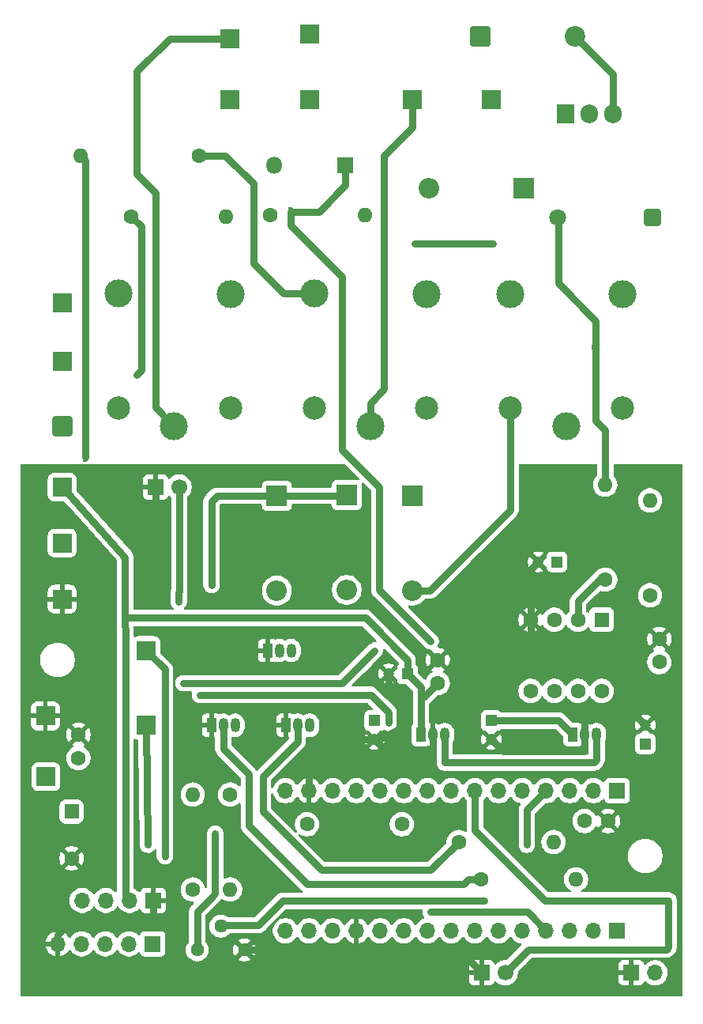
<source format=gbr>
%TF.GenerationSoftware,KiCad,Pcbnew,9.0.6*%
%TF.CreationDate,2025-12-25T22:54:44+01:00*%
%TF.ProjectId,dummyload,64756d6d-796c-46f6-9164-2e6b69636164,rev?*%
%TF.SameCoordinates,Original*%
%TF.FileFunction,Copper,L2,Bot*%
%TF.FilePolarity,Positive*%
%FSLAX46Y46*%
G04 Gerber Fmt 4.6, Leading zero omitted, Abs format (unit mm)*
G04 Created by KiCad (PCBNEW 9.0.6) date 2025-12-25 22:54:44*
%MOMM*%
%LPD*%
G01*
G04 APERTURE LIST*
G04 Aperture macros list*
%AMRoundRect*
0 Rectangle with rounded corners*
0 $1 Rounding radius*
0 $2 $3 $4 $5 $6 $7 $8 $9 X,Y pos of 4 corners*
0 Add a 4 corners polygon primitive as box body*
4,1,4,$2,$3,$4,$5,$6,$7,$8,$9,$2,$3,0*
0 Add four circle primitives for the rounded corners*
1,1,$1+$1,$2,$3*
1,1,$1+$1,$4,$5*
1,1,$1+$1,$6,$7*
1,1,$1+$1,$8,$9*
0 Add four rect primitives between the rounded corners*
20,1,$1+$1,$2,$3,$4,$5,0*
20,1,$1+$1,$4,$5,$6,$7,0*
20,1,$1+$1,$6,$7,$8,$9,0*
20,1,$1+$1,$8,$9,$2,$3,0*%
G04 Aperture macros list end*
%TA.AperFunction,ComponentPad*%
%ADD10C,1.600000*%
%TD*%
%TA.AperFunction,ComponentPad*%
%ADD11O,1.600000X1.600000*%
%TD*%
%TA.AperFunction,ComponentPad*%
%ADD12R,1.700000X1.700000*%
%TD*%
%TA.AperFunction,ComponentPad*%
%ADD13C,1.700000*%
%TD*%
%TA.AperFunction,ComponentPad*%
%ADD14R,1.050000X1.500000*%
%TD*%
%TA.AperFunction,ComponentPad*%
%ADD15O,1.050000X1.500000*%
%TD*%
%TA.AperFunction,ComponentPad*%
%ADD16R,1.200000X1.200000*%
%TD*%
%TA.AperFunction,ComponentPad*%
%ADD17C,1.200000*%
%TD*%
%TA.AperFunction,ComponentPad*%
%ADD18R,2.200000X2.200000*%
%TD*%
%TA.AperFunction,ComponentPad*%
%ADD19O,2.200000X2.200000*%
%TD*%
%TA.AperFunction,ComponentPad*%
%ADD20RoundRect,0.250000X0.650000X0.650000X-0.650000X0.650000X-0.650000X-0.650000X0.650000X-0.650000X0*%
%TD*%
%TA.AperFunction,ComponentPad*%
%ADD21C,1.800000*%
%TD*%
%TA.AperFunction,ComponentPad*%
%ADD22RoundRect,0.250001X-0.799999X-0.799999X0.799999X-0.799999X0.799999X0.799999X-0.799999X0.799999X0*%
%TD*%
%TA.AperFunction,ComponentPad*%
%ADD23O,1.700000X1.700000*%
%TD*%
%TA.AperFunction,ComponentPad*%
%ADD24C,3.000000*%
%TD*%
%TA.AperFunction,ComponentPad*%
%ADD25C,2.500000*%
%TD*%
%TA.AperFunction,ComponentPad*%
%ADD26R,1.600000X1.600000*%
%TD*%
%TA.AperFunction,ComponentPad*%
%ADD27RoundRect,0.250000X-0.825000X-0.825000X0.825000X-0.825000X0.825000X0.825000X-0.825000X0.825000X0*%
%TD*%
%TA.AperFunction,ComponentPad*%
%ADD28C,1.440000*%
%TD*%
%TA.AperFunction,ComponentPad*%
%ADD29RoundRect,0.250000X-0.550000X0.550000X-0.550000X-0.550000X0.550000X-0.550000X0.550000X0.550000X0*%
%TD*%
%TA.AperFunction,ComponentPad*%
%ADD30R,1.905000X2.000000*%
%TD*%
%TA.AperFunction,ComponentPad*%
%ADD31O,1.905000X2.000000*%
%TD*%
%TA.AperFunction,ComponentPad*%
%ADD32RoundRect,0.249999X-0.850001X-0.850001X0.850001X-0.850001X0.850001X0.850001X-0.850001X0.850001X0*%
%TD*%
%TA.AperFunction,ComponentPad*%
%ADD33C,2.200000*%
%TD*%
%TA.AperFunction,ComponentPad*%
%ADD34R,1.800000X1.800000*%
%TD*%
%TA.AperFunction,ComponentPad*%
%ADD35O,1.800000X1.800000*%
%TD*%
%TA.AperFunction,ViaPad*%
%ADD36C,0.600000*%
%TD*%
%TA.AperFunction,Conductor*%
%ADD37C,0.750000*%
%TD*%
G04 APERTURE END LIST*
D10*
%TO.P,R10,1*%
%TO.N,GND*%
X123420000Y-64500000D03*
D11*
%TO.P,R10,2*%
%TO.N,VOL*%
X133580000Y-64500000D03*
%TD*%
D12*
%TO.P,J22,1,Pin_1*%
%TO.N,GND*%
X126000000Y-93500000D03*
D13*
%TO.P,J22,2,Pin_2*%
%TO.N,NTC*%
X128540000Y-93500000D03*
%TD*%
D14*
%TO.P,Q3,1,E*%
%TO.N,GND*%
X132000000Y-119000000D03*
D15*
%TO.P,Q3,2,B*%
%TO.N,Net-(Q3-B)*%
X133270000Y-119000000D03*
%TO.P,Q3,3,C*%
%TO.N,Net-(D3-A)*%
X134540000Y-119000000D03*
%TD*%
D10*
%TO.P,C6,1*%
%TO.N,+12V*%
X117750000Y-122500000D03*
%TO.P,C6,2*%
%TO.N,GND*%
X117750000Y-120000000D03*
%TD*%
D16*
%TO.P,C2,1*%
%TO.N,REF*%
X162000000Y-118500000D03*
D17*
%TO.P,C2,2*%
%TO.N,GND*%
X162000000Y-120500000D03*
%TD*%
D18*
%TO.P,D2,1,K*%
%TO.N,+12V*%
X146500000Y-94340000D03*
D19*
%TO.P,D2,2,A*%
%TO.N,Net-(D2-A)*%
X146500000Y-104500000D03*
%TD*%
D12*
%TO.P,J21,1,Pin_1*%
%TO.N,GND*%
X160960000Y-145500000D03*
D13*
%TO.P,J21,2,Pin_2*%
%TO.N,VOL_SW*%
X163500000Y-145500000D03*
%TD*%
D16*
%TO.P,C5,1*%
%TO.N,ENC_IN*%
X153000000Y-113500000D03*
D17*
%TO.P,C5,2*%
%TO.N,GND*%
X151000000Y-113500000D03*
%TD*%
D18*
%TO.P,D3,1,K*%
%TO.N,+12V*%
X139000000Y-94420000D03*
D19*
%TO.P,D3,2,A*%
%TO.N,Net-(D3-A)*%
X139000000Y-104580000D03*
%TD*%
D20*
%TO.P,D8,1,K*%
%TO.N,Net-(D6-A1)*%
X179280000Y-64600000D03*
D21*
%TO.P,D8,2,A*%
%TO.N,Net-(D6-A2)*%
X169120000Y-64600000D03*
%TD*%
D22*
%TO.P,J19,1,Pin_1*%
%TO.N,GND*%
X114200000Y-118000000D03*
%TD*%
%TO.P,J11,1,Pin_1*%
%TO.N,Net-(J10-Pin_1)*%
X116000000Y-99500000D03*
%TD*%
D14*
%TO.P,Q4,1,E*%
%TO.N,GND*%
X139980000Y-119000000D03*
D15*
%TO.P,Q4,2,B*%
%TO.N,Net-(Q4-B)*%
X141250000Y-119000000D03*
%TO.P,Q4,3,C*%
%TO.N,Net-(D4-A)*%
X142520000Y-119000000D03*
%TD*%
D12*
%TO.P,J3,1,Pin_1*%
%TO.N,CLK*%
X125700000Y-142400000D03*
D23*
%TO.P,J3,2,Pin_2*%
%TO.N,DT*%
X123160000Y-142400000D03*
%TO.P,J3,3,Pin_3*%
%TO.N,SW*%
X120620000Y-142400000D03*
%TO.P,J3,4,Pin_4*%
%TO.N,ENC_IN*%
X118080000Y-142400000D03*
%TO.P,J3,5,Pin_5*%
%TO.N,GND*%
X115540000Y-142400000D03*
%TD*%
D10*
%TO.P,R5,1*%
%TO.N,Net-(Q3-B)*%
X160920000Y-135500000D03*
D11*
%TO.P,R5,2*%
%TO.N,R_3*%
X171080000Y-135500000D03*
%TD*%
D22*
%TO.P,J10,1,Pin_1*%
%TO.N,Net-(J10-Pin_1)*%
X116000000Y-80000000D03*
%TD*%
%TO.P,J13,1,Pin_1*%
%TO.N,SDA*%
X125000000Y-111000000D03*
%TD*%
D14*
%TO.P,Q2,1,E*%
%TO.N,GND*%
X138000000Y-111000000D03*
D15*
%TO.P,Q2,2,B*%
%TO.N,Net-(Q2-B)*%
X139270000Y-111000000D03*
%TO.P,Q2,3,C*%
%TO.N,Net-(D2-A)*%
X140540000Y-111000000D03*
%TD*%
D22*
%TO.P,J17,1,Pin_1*%
%TO.N,Net-(J17-Pin_1)*%
X142500000Y-45000000D03*
%TD*%
%TO.P,J7,1,Pin_1*%
%TO.N,+12V*%
X114250000Y-124500000D03*
%TD*%
D10*
%TO.P,R7,1*%
%TO.N,Net-(Q2-B)*%
X134000000Y-126420000D03*
D11*
%TO.P,R7,2*%
%TO.N,R_1*%
X134000000Y-136580000D03*
%TD*%
D10*
%TO.P,R3,1*%
%TO.N,Net-(Q4-B)*%
X158500000Y-131500000D03*
D11*
%TO.P,R3,2*%
%TO.N,R_2*%
X168660000Y-131500000D03*
%TD*%
D14*
%TO.P,U3,1,VO*%
%TO.N,ENC_IN*%
X154460000Y-120000000D03*
D15*
%TO.P,U3,2,GND*%
%TO.N,GND*%
X155730000Y-120000000D03*
%TO.P,U3,3,VI*%
%TO.N,+12V*%
X157000000Y-120000000D03*
%TD*%
D12*
%TO.P,J20,1,Pin_1*%
%TO.N,GND*%
X177000000Y-145500000D03*
D23*
%TO.P,J20,2,Pin_2*%
%TO.N,SWITCH*%
X179540000Y-145500000D03*
%TD*%
D24*
%TO.P,K2,1*%
%TO.N,Net-(J1-Pin_1)*%
X170000000Y-87000000D03*
D25*
%TO.P,K2,2*%
%TO.N,+12V*%
X176050000Y-85050000D03*
D24*
%TO.P,K2,3*%
%TO.N,Net-(K2-Pad3)*%
X176050000Y-72850000D03*
%TO.P,K2,4*%
%TO.N,unconnected-(K2-Pad4)*%
X164000000Y-72800000D03*
D25*
%TO.P,K2,5*%
%TO.N,Net-(D4-A)*%
X164050000Y-85050000D03*
%TD*%
D26*
%TO.P,U2,1*%
%TO.N,Net-(R2-Pad1)*%
X173810000Y-107695000D03*
D10*
%TO.P,U2,2,-*%
%TO.N,Net-(U2A--)*%
X171270000Y-107695000D03*
%TO.P,U2,3,+*%
%TO.N,Net-(U2A-+)*%
X168730000Y-107695000D03*
%TO.P,U2,4,V-*%
%TO.N,GND*%
X166190000Y-107695000D03*
%TO.P,U2,5*%
%TO.N,N/C*%
X166190000Y-115315000D03*
%TO.P,U2,6*%
X168730000Y-115315000D03*
%TO.P,U2,7*%
X171270000Y-115315000D03*
%TO.P,U2,8,V+*%
%TO.N,+12V*%
X173810000Y-115315000D03*
%TD*%
%TO.P,R8,1*%
%TO.N,IN*%
X130000000Y-136580000D03*
D11*
%TO.P,R8,2*%
%TO.N,Net-(U2A-+)*%
X130000000Y-126420000D03*
%TD*%
D22*
%TO.P,J14,1,Pin_1*%
%TO.N,SCL*%
X125000000Y-119000000D03*
%TD*%
D10*
%TO.P,C10,1*%
%TO.N,ENC_IN*%
X156250000Y-114500000D03*
%TO.P,C10,2*%
%TO.N,GND*%
X156250000Y-112000000D03*
%TD*%
D12*
%TO.P,J6,1,Pin_1*%
%TO.N,unconnected-(J6-Pin_1-Pad1)*%
X175480000Y-141000000D03*
D23*
%TO.P,J6,2,Pin_2*%
%TO.N,unconnected-(J6-Pin_2-Pad2)*%
X172940000Y-141000000D03*
%TO.P,J6,3,Pin_3*%
%TO.N,unconnected-(J6-Pin_3-Pad3)*%
X170400000Y-141000000D03*
%TO.P,J6,4,Pin_4*%
%TO.N,IN*%
X167860000Y-141000000D03*
%TO.P,J6,5,Pin_5*%
%TO.N,R_3*%
X165320000Y-141000000D03*
%TO.P,J6,6,Pin_6*%
%TO.N,R_2*%
X162780000Y-141000000D03*
%TO.P,J6,7,Pin_7*%
%TO.N,R_1*%
X160240000Y-141000000D03*
%TO.P,J6,8,Pin_8*%
%TO.N,unconnected-(J6-Pin_8-Pad8)*%
X157700000Y-141000000D03*
%TO.P,J6,9,Pin_9*%
%TO.N,SW*%
X155160000Y-141000000D03*
%TO.P,J6,10,Pin_10*%
%TO.N,DT*%
X152620000Y-141000000D03*
%TO.P,J6,11,Pin_11*%
%TO.N,CLK*%
X150080000Y-141000000D03*
%TO.P,J6,12,Pin_12*%
%TO.N,GND*%
X147540000Y-141000000D03*
%TO.P,J6,13,Pin_13*%
%TO.N,unconnected-(J6-Pin_13-Pad13)*%
X145000000Y-141000000D03*
%TO.P,J6,14,Pin_14*%
%TO.N,unconnected-(J6-Pin_14-Pad14)*%
X142460000Y-141000000D03*
%TO.P,J6,15,Pin_15*%
%TO.N,unconnected-(J6-Pin_15-Pad15)*%
X139920000Y-141000000D03*
%TD*%
D10*
%TO.P,R1,1*%
%TO.N,NTC*%
X152400000Y-129600000D03*
%TO.P,R1,2*%
%TO.N,Net-(J5-Pin_12)*%
X142240000Y-129600000D03*
%TD*%
D22*
%TO.P,J4,1,Pin_1*%
%TO.N,GND*%
X162000000Y-52000000D03*
%TD*%
D27*
%TO.P,J23,1,Pin_1*%
%TO.N,GND*%
X116000000Y-87000000D03*
%TD*%
D10*
%TO.P,R9,1*%
%TO.N,VOL*%
X138320000Y-64400000D03*
D11*
%TO.P,R9,2*%
%TO.N,Net-(K2-Pad3)*%
X148480000Y-64400000D03*
%TD*%
D24*
%TO.P,K4,1*%
%TO.N,Net-(J15-Pin_1)*%
X128000000Y-86950000D03*
D25*
%TO.P,K4,2*%
%TO.N,+12V*%
X134050000Y-85000000D03*
D24*
%TO.P,K4,3*%
%TO.N,Net-(J16-Pin_1)*%
X134050000Y-72800000D03*
%TO.P,K4,4*%
%TO.N,unconnected-(K4-Pad4)*%
X122000000Y-72750000D03*
D25*
%TO.P,K4,5*%
%TO.N,Net-(D3-A)*%
X122050000Y-85000000D03*
%TD*%
D16*
%TO.P,C4,1*%
%TO.N,+12V*%
X178500000Y-120972600D03*
D17*
%TO.P,C4,2*%
%TO.N,GND*%
X178500000Y-118972600D03*
%TD*%
D28*
%TO.P,RV1,1,1*%
%TO.N,GND*%
X135540000Y-143040000D03*
%TO.P,RV1,2,2*%
%TO.N,Net-(J5-Pin_4)*%
X133000000Y-140500000D03*
%TO.P,RV1,3,3*%
%TO.N,Net-(J5-Pin_12)*%
X130460000Y-143040000D03*
%TD*%
D18*
%TO.P,D4,1,K*%
%TO.N,+12V*%
X153500000Y-94420000D03*
D19*
%TO.P,D4,2,A*%
%TO.N,Net-(D4-A)*%
X153500000Y-104580000D03*
%TD*%
D16*
%TO.P,C1,1*%
%TO.N,Net-(U2A-+)*%
X169027401Y-101500000D03*
D17*
%TO.P,C1,2*%
%TO.N,GND*%
X167027401Y-101500000D03*
%TD*%
D22*
%TO.P,J18,1,Pin_1*%
%TO.N,Net-(J17-Pin_1)*%
X142500000Y-52000000D03*
%TD*%
D29*
%TO.P,C8,1*%
%TO.N,+12V*%
X117000000Y-128250000D03*
D10*
%TO.P,C8,2*%
%TO.N,GND*%
X117000000Y-133250000D03*
%TD*%
D22*
%TO.P,J1,1,Pin_1*%
%TO.N,Net-(J1-Pin_1)*%
X153500000Y-52000000D03*
%TD*%
D10*
%TO.P,C9,1*%
%TO.N,REF*%
X172000000Y-129250000D03*
%TO.P,C9,2*%
%TO.N,GND*%
X174500000Y-129250000D03*
%TD*%
%TO.P,C7,1*%
%TO.N,+12V*%
X180000000Y-112250000D03*
%TO.P,C7,2*%
%TO.N,GND*%
X180000000Y-109750000D03*
%TD*%
D22*
%TO.P,J9,1,Pin_1*%
%TO.N,Net-(D6-A2)*%
X116000000Y-73740000D03*
%TD*%
D18*
%TO.P,D1,1,K*%
%TO.N,Net-(D1-K)*%
X165500000Y-61500000D03*
D19*
%TO.P,D1,2,A*%
%TO.N,Net-(D1-A)*%
X155340000Y-61500000D03*
%TD*%
D22*
%TO.P,J15,1,Pin_1*%
%TO.N,Net-(J15-Pin_1)*%
X134000000Y-45500000D03*
%TD*%
D10*
%TO.P,R4,1*%
%TO.N,Net-(K1-Pad4)*%
X130700000Y-58000000D03*
D11*
%TO.P,R4,2*%
%TO.N,GND*%
X118000000Y-58000000D03*
%TD*%
D30*
%TO.P,Q1,1,G*%
%TO.N,Net-(D6-A1)*%
X169960000Y-53500000D03*
D31*
%TO.P,Q1,2,D*%
%TO.N,Net-(D1-K)*%
X172500000Y-53500000D03*
%TO.P,Q1,3,S*%
%TO.N,Net-(D6-A2)*%
X175040000Y-53500000D03*
%TD*%
D16*
%TO.P,C3,1*%
%TO.N,+12V*%
X149500000Y-118500000D03*
D17*
%TO.P,C3,2*%
%TO.N,GND*%
X149500000Y-120500000D03*
%TD*%
D10*
%TO.P,R6,1*%
%TO.N,Net-(U2A--)*%
X174200000Y-103400000D03*
D11*
%TO.P,R6,2*%
%TO.N,Net-(D6-A2)*%
X174200000Y-93240000D03*
%TD*%
D12*
%TO.P,J2,1,Pin_1*%
%TO.N,GND*%
X125750000Y-137750000D03*
D23*
%TO.P,J2,2,Pin_2*%
%TO.N,ENC_IN*%
X123210000Y-137750000D03*
%TO.P,J2,3,Pin_3*%
%TO.N,SDA*%
X120670000Y-137750000D03*
%TO.P,J2,4,Pin_4*%
%TO.N,SCL*%
X118130000Y-137750000D03*
%TD*%
D22*
%TO.P,J12,1,Pin_1*%
%TO.N,ENC_IN*%
X116000000Y-93500000D03*
%TD*%
D14*
%TO.P,U4,1,VO*%
%TO.N,REF*%
X170730000Y-120000000D03*
D15*
%TO.P,U4,2,GND*%
%TO.N,GND*%
X172000000Y-120000000D03*
%TO.P,U4,3,VI*%
%TO.N,+12V*%
X173270000Y-120000000D03*
%TD*%
D22*
%TO.P,J16,1,Pin_1*%
%TO.N,Net-(J16-Pin_1)*%
X134000000Y-52000000D03*
%TD*%
D24*
%TO.P,K1,1*%
%TO.N,Net-(J1-Pin_1)*%
X149000000Y-86950000D03*
D25*
%TO.P,K1,2*%
%TO.N,+12V*%
X155050000Y-85000000D03*
D24*
%TO.P,K1,3*%
%TO.N,Net-(D1-A)*%
X155050000Y-72800000D03*
%TO.P,K1,4*%
%TO.N,Net-(K1-Pad4)*%
X143000000Y-72750000D03*
D25*
%TO.P,K1,5*%
%TO.N,Net-(D2-A)*%
X143050000Y-85000000D03*
%TD*%
D32*
%TO.P,D6,1,A1*%
%TO.N,Net-(D6-A1)*%
X160820000Y-45200000D03*
D33*
%TO.P,D6,2,A2*%
%TO.N,Net-(D6-A2)*%
X170980000Y-45200000D03*
%TD*%
D22*
%TO.P,J8,1,Pin_1*%
%TO.N,GND*%
X116000000Y-105500000D03*
%TD*%
D34*
%TO.P,D5,1,K*%
%TO.N,VOL*%
X146310000Y-59000000D03*
D35*
%TO.P,D5,2,A*%
%TO.N,GND*%
X138690000Y-59000000D03*
%TD*%
D12*
%TO.P,J5,1,Pin_1*%
%TO.N,unconnected-(J5-Pin_1-Pad1)*%
X175480000Y-126000000D03*
D23*
%TO.P,J5,2,Pin_2*%
%TO.N,unconnected-(J5-Pin_2-Pad2)*%
X172940000Y-126000000D03*
%TO.P,J5,3,Pin_3*%
%TO.N,REF*%
X170400000Y-126000000D03*
%TO.P,J5,4,Pin_4*%
%TO.N,Net-(J5-Pin_4)*%
X167860000Y-126000000D03*
%TO.P,J5,5,Pin_5*%
%TO.N,VOL*%
X165320000Y-126000000D03*
%TO.P,J5,6,Pin_6*%
%TO.N,SWITCH*%
X162780000Y-126000000D03*
%TO.P,J5,7,Pin_7*%
%TO.N,VOL_SW*%
X160240000Y-126000000D03*
%TO.P,J5,8,Pin_8*%
%TO.N,SDA*%
X157700000Y-126000000D03*
%TO.P,J5,9,Pin_9*%
%TO.N,SCL*%
X155160000Y-126000000D03*
%TO.P,J5,10,Pin_10*%
%TO.N,NTC*%
X152620000Y-126000000D03*
%TO.P,J5,11,Pin_11*%
%TO.N,unconnected-(J5-Pin_11-Pad11)*%
X150080000Y-126000000D03*
%TO.P,J5,12,Pin_12*%
%TO.N,Net-(J5-Pin_12)*%
X147540000Y-126000000D03*
%TO.P,J5,13,Pin_13*%
%TO.N,unconnected-(J5-Pin_13-Pad13)*%
X145000000Y-126000000D03*
%TO.P,J5,14,Pin_14*%
%TO.N,GND*%
X142460000Y-126000000D03*
%TO.P,J5,15,Pin_15*%
%TO.N,+12V*%
X139920000Y-126000000D03*
%TD*%
D10*
%TO.P,R2,1*%
%TO.N,Net-(R2-Pad1)*%
X179000000Y-105080000D03*
D11*
%TO.P,R2,2*%
%TO.N,Net-(D6-A1)*%
X179000000Y-94920000D03*
%TD*%
D36*
%TO.N,IN*%
X155500000Y-139000000D03*
%TO.N,VOL*%
X155500000Y-110000000D03*
X140460000Y-63800000D03*
%TO.N,SDA*%
X127000000Y-133000000D03*
%TO.N,+12V*%
X132000000Y-104000000D03*
%TO.N,SCL*%
X125200000Y-131800000D03*
%TO.N,GND*%
X118500000Y-90500000D03*
X124000000Y-81500000D03*
X123500000Y-99500000D03*
X155730000Y-122000000D03*
X137500000Y-142000000D03*
X123500000Y-99500000D03*
%TO.N,Net-(U2A-+)*%
X149500000Y-111000000D03*
X129000000Y-114500000D03*
%TO.N,Net-(D6-A2)*%
X173000000Y-78500000D03*
%TO.N,Net-(K2-Pad3)*%
X153800000Y-67400000D03*
X162200000Y-67400000D03*
%TO.N,Net-(J5-Pin_4)*%
X161200000Y-137800000D03*
X165800000Y-131800000D03*
%TO.N,Net-(J5-Pin_12)*%
X132400000Y-130600000D03*
%TO.N,NTC*%
X128500000Y-105750000D03*
X151000000Y-118750000D03*
X130750000Y-115750000D03*
X128500000Y-105750000D03*
%TD*%
D37*
%TO.N,IN*%
X155500000Y-139000000D02*
X165860000Y-139000000D01*
X165860000Y-139000000D02*
X167860000Y-141000000D01*
%TO.N,VOL*%
X155500000Y-110000000D02*
X150000000Y-104500000D01*
X150000000Y-104500000D02*
X150000000Y-93500000D01*
X143500000Y-64000000D02*
X146310000Y-61190000D01*
X140460000Y-64000000D02*
X143500000Y-64000000D01*
X146000000Y-89500000D02*
X146000000Y-71000000D01*
X140460000Y-65460000D02*
X140460000Y-64000000D01*
X146310000Y-61190000D02*
X146310000Y-59000000D01*
X150000000Y-93500000D02*
X146000000Y-89500000D01*
X146000000Y-71000000D02*
X140460000Y-65460000D01*
%TO.N,SDA*%
X127000000Y-113000000D02*
X127000000Y-133000000D01*
X125000000Y-111000000D02*
X127000000Y-113000000D01*
%TO.N,REF*%
X162000000Y-118500000D02*
X169230000Y-118500000D01*
X169230000Y-118500000D02*
X170730000Y-120000000D01*
%TO.N,+12V*%
X173000000Y-123000000D02*
X157000000Y-123000000D01*
X132000000Y-95000000D02*
X132580000Y-94420000D01*
X132000000Y-104000000D02*
X132000000Y-95000000D01*
X146420000Y-94420000D02*
X146500000Y-94340000D01*
X173270000Y-120000000D02*
X173270000Y-122730000D01*
X157000000Y-123000000D02*
X157000000Y-120000000D01*
X173270000Y-122730000D02*
X173000000Y-123000000D01*
X139000000Y-94420000D02*
X146420000Y-94420000D01*
X132580000Y-94420000D02*
X139000000Y-94420000D01*
%TO.N,SCL*%
X125000000Y-119000000D02*
X125200000Y-131800000D01*
%TO.N,GND*%
X177500000Y-117972600D02*
X177500000Y-114000000D01*
X152000000Y-123000000D02*
X155000000Y-123000000D01*
X166190000Y-102337401D02*
X167027401Y-101500000D01*
X126000000Y-93500000D02*
X126000000Y-97000000D01*
X142460000Y-126000000D02*
X142460000Y-122540000D01*
X149500000Y-120500000D02*
X150000000Y-120500000D01*
X135540000Y-143040000D02*
X158500000Y-143040000D01*
X125750000Y-140250000D02*
X125750000Y-137750000D01*
X124000000Y-81500000D02*
X124500000Y-81000000D01*
X142460000Y-122540000D02*
X143000000Y-122000000D01*
X152500000Y-116250000D02*
X151000000Y-115500000D01*
X115540000Y-141460000D02*
X116500000Y-140500000D01*
X126000000Y-97000000D02*
X123500000Y-99500000D01*
X158500000Y-143040000D02*
X160960000Y-145500000D01*
X152500000Y-119250000D02*
X152500000Y-116250000D01*
X163250000Y-121750000D02*
X172000000Y-121750000D01*
X166190000Y-109190000D02*
X166190000Y-107695000D01*
X144000000Y-122000000D02*
X145500000Y-120500000D01*
X162000000Y-120500000D02*
X163250000Y-121750000D01*
X150000000Y-120500000D02*
X152500000Y-119250000D01*
X115540000Y-142400000D02*
X115540000Y-141460000D01*
X116500000Y-140500000D02*
X125500000Y-140500000D01*
X151000000Y-115500000D02*
X151000000Y-113500000D01*
X169000000Y-112000000D02*
X166190000Y-109190000D01*
X177527400Y-118000000D02*
X178500000Y-118972600D01*
X124500000Y-65580000D02*
X123420000Y-64500000D01*
X172000000Y-120000000D02*
X172000000Y-118000000D01*
X143000000Y-122000000D02*
X144000000Y-122000000D01*
X178500000Y-118972600D02*
X177500000Y-117972600D01*
X172000000Y-121750000D02*
X172000000Y-120000000D01*
X118500000Y-58500000D02*
X118500000Y-90297308D01*
X175500000Y-112000000D02*
X169000000Y-112000000D01*
X125500000Y-140500000D02*
X125750000Y-140250000D01*
X145500000Y-120500000D02*
X149500000Y-120500000D01*
X124500000Y-81000000D02*
X124500000Y-65580000D01*
X149500000Y-120500000D02*
X152000000Y-123000000D01*
X166190000Y-107695000D02*
X166190000Y-102337401D01*
X177500000Y-114000000D02*
X175500000Y-112000000D01*
X155730000Y-122000000D02*
X155730000Y-120000000D01*
X118000000Y-58000000D02*
X118500000Y-58500000D01*
X155000000Y-123000000D02*
X155730000Y-122270000D01*
X172000000Y-118000000D02*
X177527400Y-118000000D01*
X155730000Y-122270000D02*
X155730000Y-122000000D01*
%TO.N,Net-(D4-A)*%
X164050000Y-95950000D02*
X164050000Y-85050000D01*
X155420000Y-104580000D02*
X164050000Y-95950000D01*
X153500000Y-104580000D02*
X155420000Y-104580000D01*
%TO.N,Net-(J1-Pin_1)*%
X150500000Y-58000000D02*
X153500000Y-55000000D01*
X149000000Y-84500000D02*
X150500000Y-83000000D01*
X149000000Y-86950000D02*
X149000000Y-84500000D01*
X150500000Y-83000000D02*
X150500000Y-58000000D01*
X153500000Y-55000000D02*
X153500000Y-52000000D01*
%TO.N,Net-(U2A-+)*%
X149500000Y-111000000D02*
X146000000Y-114500000D01*
X146000000Y-114500000D02*
X129000000Y-114500000D01*
%TO.N,ENC_IN*%
X148500000Y-107500000D02*
X122750000Y-107500000D01*
X122750000Y-107500000D02*
X122750000Y-101000000D01*
X123210000Y-137750000D02*
X122769126Y-137309126D01*
X122769126Y-109500000D02*
X122750000Y-107500000D01*
X154460000Y-120000000D02*
X154460000Y-116000000D01*
X122769126Y-137309126D02*
X122769126Y-109500000D01*
X154750000Y-116000000D02*
X156250000Y-114500000D01*
X154460000Y-116000000D02*
X154750000Y-116000000D01*
X154460000Y-114960000D02*
X153000000Y-113500000D01*
X154460000Y-116000000D02*
X154460000Y-114960000D01*
X153000000Y-113500000D02*
X153000000Y-112000000D01*
X122750000Y-101000000D02*
X116000000Y-93500000D01*
X153000000Y-112000000D02*
X148500000Y-107500000D01*
%TO.N,Net-(D6-A2)*%
X175040000Y-49260000D02*
X175040000Y-53500000D01*
X170980000Y-45200000D02*
X175040000Y-49260000D01*
X169190000Y-71690000D02*
X169190000Y-64500000D01*
X174200000Y-87400000D02*
X173200000Y-86400000D01*
X173200000Y-75700000D02*
X169190000Y-71690000D01*
X173200000Y-86400000D02*
X173200000Y-75700000D01*
X174200000Y-93240000D02*
X174200000Y-87400000D01*
%TO.N,VOL_SW*%
X166000000Y-143000000D02*
X180750000Y-143000000D01*
X180750000Y-143000000D02*
X181000000Y-142750000D01*
X181000000Y-142750000D02*
X181000000Y-137750000D01*
X181000000Y-137750000D02*
X167750000Y-137750000D01*
X167750000Y-137750000D02*
X160240000Y-130240000D01*
X163500000Y-145500000D02*
X166000000Y-143000000D01*
X160240000Y-130240000D02*
X160240000Y-126000000D01*
%TO.N,Net-(K1-Pad4)*%
X136500000Y-61000000D02*
X133500000Y-58000000D01*
X139750000Y-72750000D02*
X136500000Y-69500000D01*
X143000000Y-72750000D02*
X139750000Y-72750000D01*
X133500000Y-58000000D02*
X130700000Y-58000000D01*
X136500000Y-69500000D02*
X136500000Y-61000000D01*
%TO.N,Net-(K2-Pad3)*%
X153800000Y-67400000D02*
X162200000Y-67400000D01*
%TO.N,Net-(Q3-B)*%
X136000000Y-129750000D02*
X136000000Y-124250000D01*
X159000000Y-136000000D02*
X142250000Y-136000000D01*
X136000000Y-124250000D02*
X133270000Y-121520000D01*
X160920000Y-135500000D02*
X159500000Y-135500000D01*
X133270000Y-121520000D02*
X133270000Y-119000000D01*
X142250000Y-136000000D02*
X136000000Y-129750000D01*
X159500000Y-135500000D02*
X159000000Y-136000000D01*
%TO.N,Net-(Q4-B)*%
X155500000Y-134500000D02*
X143750000Y-134500000D01*
X158500000Y-131500000D02*
X155500000Y-134500000D01*
X143750000Y-134500000D02*
X137500000Y-128250000D01*
X137500000Y-128250000D02*
X137500000Y-124500000D01*
X137500000Y-124500000D02*
X141250000Y-120750000D01*
X141250000Y-120750000D02*
X141250000Y-119000000D01*
%TO.N,Net-(J5-Pin_4)*%
X133100000Y-140400000D02*
X137000000Y-140400000D01*
X165800000Y-128060000D02*
X167860000Y-126000000D01*
X139600000Y-137800000D02*
X161200000Y-137800000D01*
X133000000Y-140500000D02*
X133100000Y-140400000D01*
X137000000Y-140400000D02*
X139600000Y-137800000D01*
X165800000Y-131800000D02*
X165800000Y-128060000D01*
%TO.N,Net-(J5-Pin_12)*%
X132000000Y-137400000D02*
X132400000Y-137000000D01*
X132400000Y-137000000D02*
X132400000Y-130600000D01*
X130460000Y-138940000D02*
X132000000Y-137400000D01*
X130460000Y-143040000D02*
X130460000Y-138940000D01*
%TO.N,Net-(J15-Pin_1)*%
X128000000Y-86950000D02*
X126000000Y-84950000D01*
X124000000Y-49000000D02*
X127500000Y-45500000D01*
X124000000Y-60000000D02*
X124000000Y-49000000D01*
X126000000Y-84950000D02*
X126000000Y-62000000D01*
X127500000Y-45500000D02*
X134000000Y-45500000D01*
X126000000Y-62000000D02*
X124000000Y-60000000D01*
%TO.N,Net-(U2A--)*%
X171270000Y-105730000D02*
X171270000Y-107695000D01*
X174200000Y-103400000D02*
X173600000Y-103400000D01*
X173600000Y-103400000D02*
X171270000Y-105730000D01*
%TO.N,NTC*%
X151000000Y-118750000D02*
X151000000Y-117648000D01*
X128500000Y-105750000D02*
X128500000Y-104750000D01*
X128500000Y-104750000D02*
X128540000Y-104710000D01*
X151000000Y-117648000D02*
X149102000Y-115750000D01*
X128540000Y-104710000D02*
X128540000Y-93500000D01*
X149102000Y-115750000D02*
X130750000Y-115750000D01*
%TD*%
%TA.AperFunction,Conductor*%
%TO.N,GND*%
G36*
X138580703Y-126306017D02*
G01*
X138617429Y-126361410D01*
X138629881Y-126399730D01*
X138668444Y-126518414D01*
X138764951Y-126707820D01*
X138889890Y-126879786D01*
X139040213Y-127030109D01*
X139212179Y-127155048D01*
X139212181Y-127155049D01*
X139212184Y-127155051D01*
X139401588Y-127251557D01*
X139603757Y-127317246D01*
X139813713Y-127350500D01*
X139813714Y-127350500D01*
X140026286Y-127350500D01*
X140026287Y-127350500D01*
X140236243Y-127317246D01*
X140438412Y-127251557D01*
X140627816Y-127155051D01*
X140714138Y-127092335D01*
X140799786Y-127030109D01*
X140799788Y-127030106D01*
X140799792Y-127030104D01*
X140950104Y-126879792D01*
X140950106Y-126879788D01*
X140950109Y-126879786D01*
X141017515Y-126787007D01*
X141075051Y-126707816D01*
X141079793Y-126698508D01*
X141127763Y-126647711D01*
X141195583Y-126630911D01*
X141261719Y-126653445D01*
X141300763Y-126698500D01*
X141305377Y-126707555D01*
X141430272Y-126879459D01*
X141430276Y-126879464D01*
X141580535Y-127029723D01*
X141580540Y-127029727D01*
X141752442Y-127154620D01*
X141941782Y-127251095D01*
X142143871Y-127316757D01*
X142210000Y-127327231D01*
X142210000Y-126433012D01*
X142267007Y-126465925D01*
X142394174Y-126500000D01*
X142525826Y-126500000D01*
X142652993Y-126465925D01*
X142710000Y-126433012D01*
X142710000Y-127327230D01*
X142776126Y-127316757D01*
X142776129Y-127316757D01*
X142978217Y-127251095D01*
X143167557Y-127154620D01*
X143339459Y-127029727D01*
X143339464Y-127029723D01*
X143489723Y-126879464D01*
X143489727Y-126879459D01*
X143614620Y-126707558D01*
X143619232Y-126698507D01*
X143667205Y-126647709D01*
X143735025Y-126630912D01*
X143801161Y-126653447D01*
X143840204Y-126698504D01*
X143844949Y-126707817D01*
X143969890Y-126879786D01*
X144120213Y-127030109D01*
X144292179Y-127155048D01*
X144292181Y-127155049D01*
X144292184Y-127155051D01*
X144481588Y-127251557D01*
X144683757Y-127317246D01*
X144893713Y-127350500D01*
X144893714Y-127350500D01*
X145106286Y-127350500D01*
X145106287Y-127350500D01*
X145316243Y-127317246D01*
X145518412Y-127251557D01*
X145707816Y-127155051D01*
X145794138Y-127092335D01*
X145879786Y-127030109D01*
X145879788Y-127030106D01*
X145879792Y-127030104D01*
X146030104Y-126879792D01*
X146030106Y-126879788D01*
X146030109Y-126879786D01*
X146155048Y-126707820D01*
X146155047Y-126707820D01*
X146155051Y-126707816D01*
X146159514Y-126699054D01*
X146207488Y-126648259D01*
X146275308Y-126631463D01*
X146341444Y-126653999D01*
X146380486Y-126699056D01*
X146384951Y-126707820D01*
X146509890Y-126879786D01*
X146660213Y-127030109D01*
X146832179Y-127155048D01*
X146832181Y-127155049D01*
X146832184Y-127155051D01*
X147021588Y-127251557D01*
X147223757Y-127317246D01*
X147433713Y-127350500D01*
X147433714Y-127350500D01*
X147646286Y-127350500D01*
X147646287Y-127350500D01*
X147856243Y-127317246D01*
X148058412Y-127251557D01*
X148247816Y-127155051D01*
X148334138Y-127092335D01*
X148419786Y-127030109D01*
X148419788Y-127030106D01*
X148419792Y-127030104D01*
X148570104Y-126879792D01*
X148570106Y-126879788D01*
X148570109Y-126879786D01*
X148695048Y-126707820D01*
X148695047Y-126707820D01*
X148695051Y-126707816D01*
X148699514Y-126699054D01*
X148747488Y-126648259D01*
X148815308Y-126631463D01*
X148881444Y-126653999D01*
X148920486Y-126699056D01*
X148924951Y-126707820D01*
X149049890Y-126879786D01*
X149200213Y-127030109D01*
X149372179Y-127155048D01*
X149372181Y-127155049D01*
X149372184Y-127155051D01*
X149561588Y-127251557D01*
X149763757Y-127317246D01*
X149973713Y-127350500D01*
X149973714Y-127350500D01*
X150186286Y-127350500D01*
X150186287Y-127350500D01*
X150396243Y-127317246D01*
X150598412Y-127251557D01*
X150787816Y-127155051D01*
X150874138Y-127092335D01*
X150959786Y-127030109D01*
X150959788Y-127030106D01*
X150959792Y-127030104D01*
X151110104Y-126879792D01*
X151110106Y-126879788D01*
X151110109Y-126879786D01*
X151235048Y-126707820D01*
X151235047Y-126707820D01*
X151235051Y-126707816D01*
X151239514Y-126699054D01*
X151287488Y-126648259D01*
X151355308Y-126631463D01*
X151421444Y-126653999D01*
X151460486Y-126699056D01*
X151464951Y-126707820D01*
X151589890Y-126879786D01*
X151740213Y-127030109D01*
X151912179Y-127155048D01*
X151912181Y-127155049D01*
X151912184Y-127155051D01*
X152101588Y-127251557D01*
X152303757Y-127317246D01*
X152513713Y-127350500D01*
X152513714Y-127350500D01*
X152726286Y-127350500D01*
X152726287Y-127350500D01*
X152936243Y-127317246D01*
X153138412Y-127251557D01*
X153327816Y-127155051D01*
X153414138Y-127092335D01*
X153499786Y-127030109D01*
X153499788Y-127030106D01*
X153499792Y-127030104D01*
X153650104Y-126879792D01*
X153650106Y-126879788D01*
X153650109Y-126879786D01*
X153775048Y-126707820D01*
X153775047Y-126707820D01*
X153775051Y-126707816D01*
X153779514Y-126699054D01*
X153827488Y-126648259D01*
X153895308Y-126631463D01*
X153961444Y-126653999D01*
X154000486Y-126699056D01*
X154004951Y-126707820D01*
X154129890Y-126879786D01*
X154280213Y-127030109D01*
X154452179Y-127155048D01*
X154452181Y-127155049D01*
X154452184Y-127155051D01*
X154641588Y-127251557D01*
X154843757Y-127317246D01*
X155053713Y-127350500D01*
X155053714Y-127350500D01*
X155266286Y-127350500D01*
X155266287Y-127350500D01*
X155476243Y-127317246D01*
X155678412Y-127251557D01*
X155867816Y-127155051D01*
X155954138Y-127092335D01*
X156039786Y-127030109D01*
X156039788Y-127030106D01*
X156039792Y-127030104D01*
X156190104Y-126879792D01*
X156190106Y-126879788D01*
X156190109Y-126879786D01*
X156315048Y-126707820D01*
X156315047Y-126707820D01*
X156315051Y-126707816D01*
X156319514Y-126699054D01*
X156367488Y-126648259D01*
X156435308Y-126631463D01*
X156501444Y-126653999D01*
X156540486Y-126699056D01*
X156544951Y-126707820D01*
X156669890Y-126879786D01*
X156820213Y-127030109D01*
X156992179Y-127155048D01*
X156992181Y-127155049D01*
X156992184Y-127155051D01*
X157181588Y-127251557D01*
X157383757Y-127317246D01*
X157593713Y-127350500D01*
X157593714Y-127350500D01*
X157806286Y-127350500D01*
X157806287Y-127350500D01*
X158016243Y-127317246D01*
X158218412Y-127251557D01*
X158407816Y-127155051D01*
X158494138Y-127092335D01*
X158579786Y-127030109D01*
X158579788Y-127030106D01*
X158579792Y-127030104D01*
X158730104Y-126879792D01*
X158730106Y-126879788D01*
X158730109Y-126879786D01*
X158855048Y-126707820D01*
X158855047Y-126707820D01*
X158855051Y-126707816D01*
X158859514Y-126699054D01*
X158907488Y-126648259D01*
X158975308Y-126631463D01*
X159041444Y-126653999D01*
X159080486Y-126699056D01*
X159084951Y-126707820D01*
X159209890Y-126879786D01*
X159328181Y-126998077D01*
X159361666Y-127059400D01*
X159364500Y-127085758D01*
X159364500Y-130278550D01*
X159344815Y-130345589D01*
X159292011Y-130391344D01*
X159222853Y-130401288D01*
X159184205Y-130389035D01*
X158999223Y-130294781D01*
X158804534Y-130231522D01*
X158629995Y-130203878D01*
X158602352Y-130199500D01*
X158397648Y-130199500D01*
X158373329Y-130203351D01*
X158195465Y-130231522D01*
X158000776Y-130294781D01*
X157818386Y-130387715D01*
X157652786Y-130508028D01*
X157508028Y-130652786D01*
X157387715Y-130818386D01*
X157294781Y-131000776D01*
X157231522Y-131195465D01*
X157199500Y-131397648D01*
X157199500Y-131510994D01*
X157179815Y-131578033D01*
X157163181Y-131598675D01*
X155173675Y-133588181D01*
X155112352Y-133621666D01*
X155085994Y-133624500D01*
X144164006Y-133624500D01*
X144096967Y-133604815D01*
X144076325Y-133588181D01*
X141363474Y-130875330D01*
X141329989Y-130814007D01*
X141334973Y-130744315D01*
X141376845Y-130688382D01*
X141442309Y-130663965D01*
X141510582Y-130678817D01*
X141524040Y-130687331D01*
X141525487Y-130688382D01*
X141558390Y-130712287D01*
X141674607Y-130771503D01*
X141740776Y-130805218D01*
X141740778Y-130805218D01*
X141740781Y-130805220D01*
X141845137Y-130839127D01*
X141935465Y-130868477D01*
X141978733Y-130875330D01*
X142137648Y-130900500D01*
X142137649Y-130900500D01*
X142342351Y-130900500D01*
X142342352Y-130900500D01*
X142544534Y-130868477D01*
X142739219Y-130805220D01*
X142921610Y-130712287D01*
X143014590Y-130644732D01*
X143087213Y-130591971D01*
X143087215Y-130591968D01*
X143087219Y-130591966D01*
X143231966Y-130447219D01*
X143231968Y-130447215D01*
X143231971Y-130447213D01*
X143306498Y-130344633D01*
X143352287Y-130281610D01*
X143445220Y-130099219D01*
X143508477Y-129904534D01*
X143540500Y-129702352D01*
X143540500Y-129497648D01*
X151099500Y-129497648D01*
X151099500Y-129702351D01*
X151131522Y-129904534D01*
X151194781Y-130099223D01*
X151287715Y-130281613D01*
X151408028Y-130447213D01*
X151552786Y-130591971D01*
X151685487Y-130688382D01*
X151718390Y-130712287D01*
X151834607Y-130771503D01*
X151900776Y-130805218D01*
X151900778Y-130805218D01*
X151900781Y-130805220D01*
X152005137Y-130839127D01*
X152095465Y-130868477D01*
X152138733Y-130875330D01*
X152297648Y-130900500D01*
X152297649Y-130900500D01*
X152502351Y-130900500D01*
X152502352Y-130900500D01*
X152704534Y-130868477D01*
X152899219Y-130805220D01*
X153081610Y-130712287D01*
X153174590Y-130644732D01*
X153247213Y-130591971D01*
X153247215Y-130591968D01*
X153247219Y-130591966D01*
X153391966Y-130447219D01*
X153391968Y-130447215D01*
X153391971Y-130447213D01*
X153466498Y-130344633D01*
X153512287Y-130281610D01*
X153605220Y-130099219D01*
X153668477Y-129904534D01*
X153700500Y-129702352D01*
X153700500Y-129497648D01*
X153677487Y-129352351D01*
X153668477Y-129295465D01*
X153605218Y-129100776D01*
X153529818Y-128952797D01*
X153512287Y-128918390D01*
X153472512Y-128863644D01*
X153391971Y-128752786D01*
X153247213Y-128608028D01*
X153081613Y-128487715D01*
X153081612Y-128487714D01*
X153081610Y-128487713D01*
X153024653Y-128458691D01*
X152899223Y-128394781D01*
X152704534Y-128331522D01*
X152529995Y-128303878D01*
X152502352Y-128299500D01*
X152297648Y-128299500D01*
X152273329Y-128303351D01*
X152095465Y-128331522D01*
X151900776Y-128394781D01*
X151718386Y-128487715D01*
X151552786Y-128608028D01*
X151408028Y-128752786D01*
X151287715Y-128918386D01*
X151194781Y-129100776D01*
X151131522Y-129295465D01*
X151099500Y-129497648D01*
X143540500Y-129497648D01*
X143517487Y-129352351D01*
X143508477Y-129295465D01*
X143445218Y-129100776D01*
X143369818Y-128952797D01*
X143352287Y-128918390D01*
X143312512Y-128863644D01*
X143231971Y-128752786D01*
X143087213Y-128608028D01*
X142921613Y-128487715D01*
X142921612Y-128487714D01*
X142921610Y-128487713D01*
X142864653Y-128458691D01*
X142739223Y-128394781D01*
X142544534Y-128331522D01*
X142369995Y-128303878D01*
X142342352Y-128299500D01*
X142137648Y-128299500D01*
X142113329Y-128303351D01*
X141935465Y-128331522D01*
X141740776Y-128394781D01*
X141558386Y-128487715D01*
X141392786Y-128608028D01*
X141248028Y-128752786D01*
X141127715Y-128918386D01*
X141034781Y-129100776D01*
X140971522Y-129295465D01*
X140939500Y-129497648D01*
X140939500Y-129702351D01*
X140971522Y-129904534D01*
X141034781Y-130099223D01*
X141127715Y-130281614D01*
X141152668Y-130315959D01*
X141176148Y-130381766D01*
X141160322Y-130449819D01*
X141110216Y-130498514D01*
X141041738Y-130512389D01*
X140976629Y-130487039D01*
X140964669Y-130476525D01*
X138411819Y-127923675D01*
X138378334Y-127862352D01*
X138375500Y-127835994D01*
X138375500Y-126399730D01*
X138395185Y-126332691D01*
X138447989Y-126286936D01*
X138517147Y-126276992D01*
X138580703Y-126306017D01*
G37*
%TD.AperFunction*%
%TA.AperFunction,Conductor*%
G36*
X146277533Y-91019685D02*
G01*
X146298175Y-91036319D01*
X147795394Y-92533538D01*
X147828879Y-92594861D01*
X147823895Y-92664553D01*
X147782023Y-92720486D01*
X147716559Y-92744903D01*
X147694462Y-92744509D01*
X147647873Y-92739500D01*
X147647865Y-92739500D01*
X145352129Y-92739500D01*
X145352123Y-92739501D01*
X145292516Y-92745908D01*
X145157671Y-92796202D01*
X145157664Y-92796206D01*
X145042455Y-92882452D01*
X145042452Y-92882455D01*
X144956206Y-92997664D01*
X144956202Y-92997671D01*
X144905908Y-93132517D01*
X144899501Y-93192116D01*
X144899501Y-93192123D01*
X144899500Y-93192135D01*
X144899500Y-93420500D01*
X144879815Y-93487539D01*
X144827011Y-93533294D01*
X144775500Y-93544500D01*
X140724499Y-93544500D01*
X140657460Y-93524815D01*
X140611705Y-93472011D01*
X140600499Y-93420500D01*
X140600499Y-93272129D01*
X140600498Y-93272123D01*
X140600497Y-93272116D01*
X140594091Y-93212517D01*
X140586486Y-93192128D01*
X140543797Y-93077671D01*
X140543793Y-93077664D01*
X140457547Y-92962455D01*
X140457544Y-92962452D01*
X140342335Y-92876206D01*
X140342328Y-92876202D01*
X140207482Y-92825908D01*
X140207483Y-92825908D01*
X140147883Y-92819501D01*
X140147881Y-92819500D01*
X140147873Y-92819500D01*
X140147864Y-92819500D01*
X137852129Y-92819500D01*
X137852123Y-92819501D01*
X137792516Y-92825908D01*
X137657671Y-92876202D01*
X137657664Y-92876206D01*
X137542455Y-92962452D01*
X137542452Y-92962455D01*
X137456206Y-93077664D01*
X137456202Y-93077671D01*
X137405908Y-93212517D01*
X137401879Y-93250000D01*
X137399501Y-93272123D01*
X137399500Y-93272135D01*
X137399500Y-93420500D01*
X137379815Y-93487539D01*
X137327011Y-93533294D01*
X137275500Y-93544500D01*
X132493768Y-93544500D01*
X132324633Y-93578143D01*
X132324621Y-93578146D01*
X132165301Y-93644138D01*
X132165288Y-93644145D01*
X132021901Y-93739954D01*
X132021897Y-93739957D01*
X131554040Y-94207816D01*
X131441901Y-94319955D01*
X131409572Y-94352284D01*
X131319953Y-94441902D01*
X131224145Y-94585288D01*
X131224138Y-94585301D01*
X131158146Y-94744621D01*
X131158143Y-94744633D01*
X131124500Y-94913766D01*
X131124500Y-104086233D01*
X131158143Y-104255366D01*
X131158146Y-104255378D01*
X131224138Y-104414698D01*
X131224145Y-104414711D01*
X131319954Y-104558098D01*
X131319957Y-104558102D01*
X131441897Y-104680042D01*
X131441901Y-104680045D01*
X131585288Y-104775854D01*
X131585301Y-104775861D01*
X131744621Y-104841853D01*
X131744626Y-104841855D01*
X131913766Y-104875499D01*
X131913769Y-104875500D01*
X131913771Y-104875500D01*
X132086231Y-104875500D01*
X132086232Y-104875499D01*
X132255374Y-104841855D01*
X132414705Y-104775858D01*
X132558099Y-104680045D01*
X132680045Y-104558099D01*
X132749576Y-104454038D01*
X137399500Y-104454038D01*
X137399500Y-104705962D01*
X137410570Y-104775854D01*
X137438910Y-104954785D01*
X137516760Y-105194383D01*
X137631132Y-105418848D01*
X137779201Y-105622649D01*
X137779205Y-105622654D01*
X137957345Y-105800794D01*
X137957350Y-105800798D01*
X138008153Y-105837708D01*
X138161155Y-105948870D01*
X138304184Y-106021747D01*
X138385616Y-106063239D01*
X138385618Y-106063239D01*
X138385621Y-106063241D01*
X138625215Y-106141090D01*
X138874038Y-106180500D01*
X138874039Y-106180500D01*
X139125961Y-106180500D01*
X139125962Y-106180500D01*
X139374785Y-106141090D01*
X139614379Y-106063241D01*
X139838845Y-105948870D01*
X140042656Y-105800793D01*
X140220793Y-105622656D01*
X140368870Y-105418845D01*
X140483241Y-105194379D01*
X140561090Y-104954785D01*
X140600500Y-104705962D01*
X140600500Y-104454038D01*
X140591686Y-104398386D01*
X140590130Y-104388564D01*
X140587829Y-104374038D01*
X144899500Y-104374038D01*
X144899500Y-104625962D01*
X144933694Y-104841853D01*
X144938910Y-104874785D01*
X145016760Y-105114383D01*
X145057523Y-105194383D01*
X145105074Y-105287708D01*
X145131132Y-105338848D01*
X145279201Y-105542649D01*
X145279205Y-105542654D01*
X145457345Y-105720794D01*
X145457350Y-105720798D01*
X145616228Y-105836229D01*
X145661155Y-105868870D01*
X145775660Y-105927213D01*
X145885616Y-105983239D01*
X145885618Y-105983239D01*
X145885621Y-105983241D01*
X146125215Y-106061090D01*
X146374038Y-106100500D01*
X146374039Y-106100500D01*
X146625961Y-106100500D01*
X146625962Y-106100500D01*
X146874785Y-106061090D01*
X147114379Y-105983241D01*
X147338845Y-105868870D01*
X147542656Y-105720793D01*
X147720793Y-105542656D01*
X147868870Y-105338845D01*
X147983241Y-105114379D01*
X148061090Y-104874785D01*
X148100500Y-104625962D01*
X148100500Y-104374038D01*
X148061090Y-104125215D01*
X147983241Y-103885621D01*
X147983239Y-103885618D01*
X147983239Y-103885616D01*
X147909630Y-103741151D01*
X147868870Y-103661155D01*
X147778917Y-103537345D01*
X147720798Y-103457350D01*
X147720794Y-103457345D01*
X147542654Y-103279205D01*
X147542649Y-103279201D01*
X147338848Y-103131132D01*
X147338847Y-103131131D01*
X147338845Y-103131130D01*
X147268747Y-103095413D01*
X147114383Y-103016760D01*
X146874785Y-102938910D01*
X146625962Y-102899500D01*
X146374038Y-102899500D01*
X146249626Y-102919205D01*
X146125214Y-102938910D01*
X145885616Y-103016760D01*
X145661151Y-103131132D01*
X145457350Y-103279201D01*
X145457345Y-103279205D01*
X145279205Y-103457345D01*
X145279201Y-103457350D01*
X145131132Y-103661151D01*
X145016760Y-103885616D01*
X144944606Y-104107684D01*
X144938910Y-104125215D01*
X144899500Y-104374038D01*
X140587829Y-104374038D01*
X140561090Y-104205214D01*
X140499494Y-104015643D01*
X140483241Y-103965621D01*
X140483239Y-103965618D01*
X140483239Y-103965616D01*
X140404724Y-103811523D01*
X140368870Y-103741155D01*
X140326534Y-103682884D01*
X140220798Y-103537350D01*
X140220794Y-103537345D01*
X140042654Y-103359205D01*
X140042649Y-103359201D01*
X139838848Y-103211132D01*
X139838847Y-103211131D01*
X139838845Y-103211130D01*
X139768747Y-103175413D01*
X139614383Y-103096760D01*
X139374785Y-103018910D01*
X139125962Y-102979500D01*
X138874038Y-102979500D01*
X138749626Y-102999205D01*
X138625214Y-103018910D01*
X138385616Y-103096760D01*
X138161151Y-103211132D01*
X137957350Y-103359201D01*
X137957345Y-103359205D01*
X137779205Y-103537345D01*
X137779201Y-103537350D01*
X137631132Y-103741151D01*
X137516760Y-103965616D01*
X137438910Y-104205214D01*
X137408314Y-104398386D01*
X137399500Y-104454038D01*
X132749576Y-104454038D01*
X132775858Y-104414705D01*
X132778037Y-104409443D01*
X132781241Y-104401711D01*
X132781241Y-104401710D01*
X132841853Y-104255378D01*
X132841855Y-104255374D01*
X132875500Y-104086229D01*
X132875500Y-95419500D01*
X132895185Y-95352461D01*
X132947989Y-95306706D01*
X132999500Y-95295500D01*
X137275501Y-95295500D01*
X137342540Y-95315185D01*
X137388295Y-95367989D01*
X137399501Y-95419500D01*
X137399501Y-95567876D01*
X137405908Y-95627483D01*
X137456202Y-95762328D01*
X137456206Y-95762335D01*
X137542452Y-95877544D01*
X137542455Y-95877547D01*
X137657664Y-95963793D01*
X137657671Y-95963797D01*
X137792517Y-96014091D01*
X137792516Y-96014091D01*
X137799444Y-96014835D01*
X137852127Y-96020500D01*
X140147872Y-96020499D01*
X140207483Y-96014091D01*
X140342331Y-95963796D01*
X140457546Y-95877546D01*
X140543796Y-95762331D01*
X140594091Y-95627483D01*
X140600500Y-95567873D01*
X140600500Y-95419500D01*
X140620185Y-95352461D01*
X140672989Y-95306706D01*
X140724500Y-95295500D01*
X144775501Y-95295500D01*
X144842540Y-95315185D01*
X144888295Y-95367989D01*
X144899501Y-95419500D01*
X144899501Y-95487876D01*
X144905908Y-95547483D01*
X144956202Y-95682328D01*
X144956206Y-95682335D01*
X145042452Y-95797544D01*
X145042455Y-95797547D01*
X145157664Y-95883793D01*
X145157671Y-95883797D01*
X145292517Y-95934091D01*
X145292516Y-95934091D01*
X145299444Y-95934835D01*
X145352127Y-95940500D01*
X147647872Y-95940499D01*
X147707483Y-95934091D01*
X147842331Y-95883796D01*
X147957546Y-95797546D01*
X148043796Y-95682331D01*
X148094091Y-95547483D01*
X148100500Y-95487873D01*
X148100499Y-93192128D01*
X148095491Y-93145540D01*
X148107898Y-93076781D01*
X148155509Y-93025644D01*
X148223208Y-93008366D01*
X148289502Y-93030432D01*
X148306462Y-93044606D01*
X149088181Y-93826325D01*
X149121666Y-93887648D01*
X149124500Y-93914006D01*
X149124500Y-104586233D01*
X149158143Y-104755366D01*
X149158146Y-104755378D01*
X149224138Y-104914698D01*
X149224145Y-104914711D01*
X149319954Y-105058098D01*
X149319957Y-105058102D01*
X154941897Y-110680042D01*
X154941905Y-110680048D01*
X155085293Y-110775857D01*
X155085297Y-110775859D01*
X155244622Y-110841853D01*
X155244627Y-110841855D01*
X155413766Y-110875499D01*
X155413769Y-110875500D01*
X155427691Y-110875500D01*
X155494730Y-110895185D01*
X155515372Y-110911819D01*
X156203553Y-111600000D01*
X156197339Y-111600000D01*
X156095606Y-111627259D01*
X156004394Y-111679920D01*
X155929920Y-111754394D01*
X155877259Y-111845606D01*
X155850000Y-111947339D01*
X155850000Y-111953553D01*
X155170524Y-111274077D01*
X155170523Y-111274077D01*
X155138143Y-111318644D01*
X155045244Y-111500968D01*
X154982009Y-111695582D01*
X154950000Y-111897682D01*
X154950000Y-112102317D01*
X154982009Y-112304417D01*
X155045244Y-112499031D01*
X155138141Y-112681350D01*
X155138147Y-112681359D01*
X155170523Y-112725921D01*
X155170524Y-112725922D01*
X155850000Y-112046446D01*
X155850000Y-112052661D01*
X155877259Y-112154394D01*
X155929920Y-112245606D01*
X156004394Y-112320080D01*
X156095606Y-112372741D01*
X156197339Y-112400000D01*
X156203553Y-112400000D01*
X155524076Y-113079474D01*
X155568652Y-113111861D01*
X155622376Y-113139234D01*
X155673172Y-113187208D01*
X155689968Y-113255028D01*
X155667431Y-113321164D01*
X155622379Y-113360203D01*
X155568386Y-113387714D01*
X155402786Y-113508028D01*
X155258028Y-113652786D01*
X155137715Y-113818386D01*
X155044779Y-114000780D01*
X155032301Y-114039185D01*
X154992863Y-114096860D01*
X154928504Y-114124057D01*
X154859658Y-114112142D01*
X154826690Y-114088546D01*
X154136818Y-113398674D01*
X154103333Y-113337351D01*
X154100499Y-113310993D01*
X154100499Y-112852129D01*
X154100498Y-112852123D01*
X154100497Y-112852116D01*
X154094091Y-112792517D01*
X154077943Y-112749223D01*
X154043797Y-112657671D01*
X154043793Y-112657664D01*
X153978305Y-112570185D01*
X153957546Y-112542454D01*
X153957544Y-112542452D01*
X153957542Y-112542450D01*
X153925188Y-112518230D01*
X153883318Y-112462296D01*
X153875500Y-112418964D01*
X153875500Y-111913769D01*
X153841856Y-111744633D01*
X153841855Y-111744626D01*
X153827824Y-111710752D01*
X153775861Y-111585301D01*
X153775854Y-111585288D01*
X153680046Y-111441902D01*
X153640925Y-111402781D01*
X153558099Y-111319955D01*
X151489112Y-109250968D01*
X149058102Y-106819957D01*
X149058098Y-106819954D01*
X148914711Y-106724145D01*
X148914698Y-106724138D01*
X148755378Y-106658146D01*
X148755366Y-106658143D01*
X148586232Y-106624500D01*
X148586229Y-106624500D01*
X129163007Y-106624500D01*
X129095968Y-106604815D01*
X129050213Y-106552011D01*
X129040269Y-106482853D01*
X129069294Y-106419297D01*
X129075326Y-106412819D01*
X129180042Y-106308102D01*
X129180045Y-106308099D01*
X129275858Y-106164705D01*
X129280086Y-106154499D01*
X129290811Y-106128604D01*
X129341855Y-106005374D01*
X129375500Y-105836229D01*
X129375500Y-105004716D01*
X129380841Y-104968715D01*
X129381852Y-104965380D01*
X129381855Y-104965374D01*
X129391933Y-104914711D01*
X129415499Y-104796233D01*
X129415500Y-104796231D01*
X129415500Y-94585758D01*
X129435185Y-94518719D01*
X129451819Y-94498077D01*
X129507995Y-94441901D01*
X129570104Y-94379792D01*
X129570106Y-94379788D01*
X129570109Y-94379786D01*
X129695048Y-94207820D01*
X129695047Y-94207820D01*
X129695051Y-94207816D01*
X129791557Y-94018412D01*
X129857246Y-93816243D01*
X129890500Y-93606287D01*
X129890500Y-93393713D01*
X129857246Y-93183757D01*
X129791557Y-92981588D01*
X129695051Y-92792184D01*
X129695049Y-92792181D01*
X129695048Y-92792179D01*
X129570109Y-92620213D01*
X129419786Y-92469890D01*
X129247820Y-92344951D01*
X129058414Y-92248444D01*
X129058413Y-92248443D01*
X129058412Y-92248443D01*
X128856243Y-92182754D01*
X128856241Y-92182753D01*
X128856240Y-92182753D01*
X128694957Y-92157208D01*
X128646287Y-92149500D01*
X128433713Y-92149500D01*
X128385042Y-92157208D01*
X128223760Y-92182753D01*
X128021585Y-92248444D01*
X127832179Y-92344951D01*
X127660215Y-92469889D01*
X127546285Y-92583819D01*
X127484962Y-92617303D01*
X127415270Y-92612319D01*
X127359337Y-92570447D01*
X127342422Y-92539470D01*
X127293354Y-92407913D01*
X127293350Y-92407906D01*
X127207190Y-92292812D01*
X127207187Y-92292809D01*
X127092093Y-92206649D01*
X127092086Y-92206645D01*
X126957379Y-92156403D01*
X126957372Y-92156401D01*
X126897844Y-92150000D01*
X126250000Y-92150000D01*
X126250000Y-93066988D01*
X126192993Y-93034075D01*
X126065826Y-93000000D01*
X125934174Y-93000000D01*
X125807007Y-93034075D01*
X125750000Y-93066988D01*
X125750000Y-92150000D01*
X125102155Y-92150000D01*
X125042627Y-92156401D01*
X125042620Y-92156403D01*
X124907913Y-92206645D01*
X124907906Y-92206649D01*
X124792812Y-92292809D01*
X124792809Y-92292812D01*
X124706649Y-92407906D01*
X124706645Y-92407913D01*
X124656403Y-92542620D01*
X124656401Y-92542627D01*
X124650000Y-92602155D01*
X124650000Y-93250000D01*
X125566988Y-93250000D01*
X125534075Y-93307007D01*
X125500000Y-93434174D01*
X125500000Y-93565826D01*
X125534075Y-93692993D01*
X125566988Y-93750000D01*
X124650000Y-93750000D01*
X124650000Y-94397844D01*
X124656401Y-94457372D01*
X124656403Y-94457379D01*
X124706645Y-94592086D01*
X124706649Y-94592093D01*
X124792809Y-94707187D01*
X124792812Y-94707190D01*
X124907906Y-94793350D01*
X124907913Y-94793354D01*
X125042620Y-94843596D01*
X125042627Y-94843598D01*
X125102155Y-94849999D01*
X125102172Y-94850000D01*
X125750000Y-94850000D01*
X125750000Y-93933012D01*
X125807007Y-93965925D01*
X125934174Y-94000000D01*
X126065826Y-94000000D01*
X126192993Y-93965925D01*
X126250000Y-93933012D01*
X126250000Y-94850000D01*
X126897828Y-94850000D01*
X126897844Y-94849999D01*
X126957372Y-94843598D01*
X126957379Y-94843596D01*
X127092086Y-94793354D01*
X127092093Y-94793350D01*
X127207187Y-94707190D01*
X127207190Y-94707187D01*
X127293350Y-94592093D01*
X127293354Y-94592086D01*
X127342422Y-94460529D01*
X127342422Y-94460528D01*
X127375552Y-94416272D01*
X127384293Y-94404595D01*
X127449757Y-94380178D01*
X127449758Y-94380178D01*
X127518031Y-94395030D01*
X127546285Y-94416181D01*
X127628181Y-94498077D01*
X127661666Y-94559400D01*
X127664500Y-94585758D01*
X127664500Y-104455282D01*
X127659162Y-104491272D01*
X127658144Y-104494626D01*
X127624500Y-104663766D01*
X127624500Y-105836233D01*
X127658143Y-106005366D01*
X127658146Y-106005378D01*
X127724138Y-106164698D01*
X127724145Y-106164711D01*
X127819954Y-106308098D01*
X127819957Y-106308102D01*
X127924674Y-106412819D01*
X127958159Y-106474142D01*
X127953175Y-106543834D01*
X127911303Y-106599767D01*
X127845839Y-106624184D01*
X127836993Y-106624500D01*
X123749500Y-106624500D01*
X123682461Y-106604815D01*
X123636706Y-106552011D01*
X123625500Y-106500500D01*
X123625500Y-101023025D01*
X123628822Y-100959906D01*
X123625500Y-100936958D01*
X123625500Y-100913771D01*
X123613802Y-100854961D01*
X123612704Y-100848567D01*
X123604114Y-100789226D01*
X123596378Y-100767365D01*
X123591855Y-100744626D01*
X123567667Y-100686231D01*
X123546582Y-100626647D01*
X123543720Y-100621834D01*
X123539293Y-100614388D01*
X123534731Y-100606717D01*
X123525858Y-100585295D01*
X123490739Y-100532736D01*
X123458438Y-100478415D01*
X123458433Y-100478409D01*
X123448901Y-100467818D01*
X123437963Y-100453752D01*
X123437324Y-100452796D01*
X123430045Y-100441901D01*
X123387658Y-100399514D01*
X123383171Y-100394785D01*
X117582332Y-93949407D01*
X117570418Y-93924568D01*
X117555523Y-93901390D01*
X117553905Y-93890138D01*
X117552116Y-93886408D01*
X117550500Y-93866455D01*
X117550500Y-92649997D01*
X117550499Y-92649982D01*
X117546563Y-92611453D01*
X117539999Y-92547204D01*
X117539999Y-92547203D01*
X117484814Y-92380666D01*
X117462783Y-92344949D01*
X117392713Y-92231348D01*
X117392710Y-92231344D01*
X117268655Y-92107289D01*
X117268651Y-92107286D01*
X117119337Y-92015187D01*
X117119335Y-92015186D01*
X117036065Y-91987593D01*
X116952797Y-91960001D01*
X116952795Y-91960000D01*
X116850015Y-91949500D01*
X116850008Y-91949500D01*
X115149992Y-91949500D01*
X115149984Y-91949500D01*
X115047204Y-91960000D01*
X115047203Y-91960001D01*
X114880664Y-92015186D01*
X114880662Y-92015187D01*
X114731348Y-92107286D01*
X114731344Y-92107289D01*
X114607289Y-92231344D01*
X114607286Y-92231348D01*
X114515187Y-92380662D01*
X114515186Y-92380664D01*
X114460001Y-92547203D01*
X114460000Y-92547204D01*
X114449500Y-92649984D01*
X114449500Y-94350015D01*
X114460000Y-94452795D01*
X114460001Y-94452797D01*
X114462563Y-94460528D01*
X114515186Y-94619335D01*
X114515187Y-94619337D01*
X114607286Y-94768651D01*
X114607289Y-94768655D01*
X114731344Y-94892710D01*
X114731348Y-94892713D01*
X114880662Y-94984812D01*
X114880664Y-94984813D01*
X114880666Y-94984814D01*
X115047203Y-95039999D01*
X115149992Y-95050500D01*
X116162360Y-95050500D01*
X116229399Y-95070185D01*
X116254528Y-95091548D01*
X117256972Y-96205374D01*
X121790309Y-101242415D01*
X121842668Y-101300591D01*
X121872884Y-101363590D01*
X121874500Y-101383543D01*
X121874500Y-107417993D01*
X121873715Y-107422147D01*
X121874500Y-107504230D01*
X121874500Y-107586236D01*
X121874830Y-107589591D01*
X121875420Y-107600544D01*
X121893620Y-109503519D01*
X121893626Y-109504705D01*
X121893626Y-136764368D01*
X121873941Y-136831407D01*
X121821137Y-136877162D01*
X121751979Y-136887106D01*
X121688423Y-136858081D01*
X121681945Y-136852049D01*
X121549786Y-136719890D01*
X121377820Y-136594951D01*
X121188414Y-136498444D01*
X121188413Y-136498443D01*
X121188412Y-136498443D01*
X120986243Y-136432754D01*
X120986241Y-136432753D01*
X120986240Y-136432753D01*
X120824957Y-136407208D01*
X120776287Y-136399500D01*
X120563713Y-136399500D01*
X120515042Y-136407208D01*
X120353760Y-136432753D01*
X120151585Y-136498444D01*
X119962179Y-136594951D01*
X119790213Y-136719890D01*
X119639890Y-136870213D01*
X119514949Y-137042182D01*
X119510484Y-137050946D01*
X119462509Y-137101742D01*
X119394688Y-137118536D01*
X119328553Y-137095998D01*
X119289516Y-137050946D01*
X119285050Y-137042182D01*
X119160109Y-136870213D01*
X119009786Y-136719890D01*
X118837820Y-136594951D01*
X118648414Y-136498444D01*
X118648413Y-136498443D01*
X118648412Y-136498443D01*
X118446243Y-136432754D01*
X118446241Y-136432753D01*
X118446240Y-136432753D01*
X118284957Y-136407208D01*
X118236287Y-136399500D01*
X118023713Y-136399500D01*
X117975042Y-136407208D01*
X117813760Y-136432753D01*
X117611585Y-136498444D01*
X117422179Y-136594951D01*
X117250213Y-136719890D01*
X117099890Y-136870213D01*
X116974951Y-137042179D01*
X116878444Y-137231585D01*
X116812753Y-137433760D01*
X116779500Y-137643713D01*
X116779500Y-137856286D01*
X116811032Y-138055374D01*
X116812754Y-138066243D01*
X116875695Y-138259956D01*
X116878444Y-138268414D01*
X116974951Y-138457820D01*
X117099890Y-138629786D01*
X117250213Y-138780109D01*
X117422179Y-138905048D01*
X117422181Y-138905049D01*
X117422184Y-138905051D01*
X117611588Y-139001557D01*
X117813757Y-139067246D01*
X118023713Y-139100500D01*
X118023714Y-139100500D01*
X118236286Y-139100500D01*
X118236287Y-139100500D01*
X118446243Y-139067246D01*
X118648412Y-139001557D01*
X118837816Y-138905051D01*
X118859789Y-138889086D01*
X119009786Y-138780109D01*
X119009788Y-138780106D01*
X119009792Y-138780104D01*
X119160104Y-138629792D01*
X119160106Y-138629788D01*
X119160109Y-138629786D01*
X119285048Y-138457820D01*
X119285047Y-138457820D01*
X119285051Y-138457816D01*
X119289514Y-138449054D01*
X119337488Y-138398259D01*
X119405308Y-138381463D01*
X119471444Y-138403999D01*
X119510486Y-138449056D01*
X119514951Y-138457820D01*
X119639890Y-138629786D01*
X119790213Y-138780109D01*
X119962179Y-138905048D01*
X119962181Y-138905049D01*
X119962184Y-138905051D01*
X120151588Y-139001557D01*
X120353757Y-139067246D01*
X120563713Y-139100500D01*
X120563714Y-139100500D01*
X120776286Y-139100500D01*
X120776287Y-139100500D01*
X120986243Y-139067246D01*
X121188412Y-139001557D01*
X121377816Y-138905051D01*
X121399789Y-138889086D01*
X121549786Y-138780109D01*
X121549788Y-138780106D01*
X121549792Y-138780104D01*
X121700104Y-138629792D01*
X121700106Y-138629788D01*
X121700109Y-138629786D01*
X121825048Y-138457820D01*
X121825047Y-138457820D01*
X121825051Y-138457816D01*
X121829514Y-138449054D01*
X121877488Y-138398259D01*
X121945308Y-138381463D01*
X122011444Y-138403999D01*
X122050486Y-138449056D01*
X122054951Y-138457820D01*
X122179890Y-138629786D01*
X122330213Y-138780109D01*
X122502179Y-138905048D01*
X122502181Y-138905049D01*
X122502184Y-138905051D01*
X122691588Y-139001557D01*
X122893757Y-139067246D01*
X123103713Y-139100500D01*
X123103714Y-139100500D01*
X123316286Y-139100500D01*
X123316287Y-139100500D01*
X123526243Y-139067246D01*
X123728412Y-139001557D01*
X123917816Y-138905051D01*
X124004478Y-138842088D01*
X124089784Y-138780110D01*
X124089784Y-138780109D01*
X124089792Y-138780104D01*
X124203717Y-138666178D01*
X124265036Y-138632696D01*
X124334728Y-138637680D01*
X124390662Y-138679551D01*
X124407577Y-138710528D01*
X124456646Y-138842088D01*
X124456649Y-138842093D01*
X124542809Y-138957187D01*
X124542812Y-138957190D01*
X124657906Y-139043350D01*
X124657913Y-139043354D01*
X124792620Y-139093596D01*
X124792627Y-139093598D01*
X124852155Y-139099999D01*
X124852172Y-139100000D01*
X125500000Y-139100000D01*
X125500000Y-138183012D01*
X125557007Y-138215925D01*
X125684174Y-138250000D01*
X125815826Y-138250000D01*
X125942993Y-138215925D01*
X126000000Y-138183012D01*
X126000000Y-139100000D01*
X126647828Y-139100000D01*
X126647844Y-139099999D01*
X126707372Y-139093598D01*
X126707379Y-139093596D01*
X126842086Y-139043354D01*
X126842093Y-139043350D01*
X126957187Y-138957190D01*
X126957190Y-138957187D01*
X127043350Y-138842093D01*
X127043354Y-138842086D01*
X127093596Y-138707379D01*
X127093598Y-138707372D01*
X127099999Y-138647844D01*
X127100000Y-138647827D01*
X127100000Y-138000000D01*
X126183012Y-138000000D01*
X126215925Y-137942993D01*
X126250000Y-137815826D01*
X126250000Y-137684174D01*
X126215925Y-137557007D01*
X126183012Y-137500000D01*
X127100000Y-137500000D01*
X127100000Y-136852172D01*
X127099999Y-136852155D01*
X127093598Y-136792627D01*
X127093596Y-136792620D01*
X127043354Y-136657913D01*
X127043352Y-136657910D01*
X126960390Y-136547088D01*
X126960389Y-136547086D01*
X126960388Y-136547085D01*
X126957187Y-136542809D01*
X126870144Y-136477648D01*
X128699500Y-136477648D01*
X128699500Y-136682351D01*
X128731522Y-136884534D01*
X128794781Y-137079223D01*
X128844485Y-137176770D01*
X128881797Y-137250000D01*
X128887715Y-137261613D01*
X129008028Y-137427213D01*
X129152786Y-137571971D01*
X129307223Y-137684174D01*
X129318390Y-137692287D01*
X129434607Y-137751503D01*
X129500776Y-137785218D01*
X129500778Y-137785218D01*
X129500781Y-137785220D01*
X129594977Y-137815826D01*
X129695465Y-137848477D01*
X129796557Y-137864488D01*
X129897648Y-137880500D01*
X129897649Y-137880500D01*
X129981994Y-137880500D01*
X130003239Y-137886738D01*
X130025328Y-137888318D01*
X130036111Y-137896390D01*
X130049033Y-137900185D01*
X130063532Y-137916918D01*
X130081261Y-137930190D01*
X130085968Y-137942810D01*
X130094788Y-137952989D01*
X130097939Y-137974906D01*
X130105678Y-137995654D01*
X130102815Y-138008814D01*
X130104732Y-138022147D01*
X130095532Y-138042290D01*
X130090826Y-138063927D01*
X130077557Y-138081652D01*
X130075707Y-138085703D01*
X130069680Y-138092175D01*
X129901901Y-138259955D01*
X129841902Y-138319954D01*
X129779953Y-138381902D01*
X129684145Y-138525288D01*
X129684138Y-138525301D01*
X129618146Y-138684621D01*
X129618143Y-138684633D01*
X129584500Y-138853766D01*
X129584500Y-142138091D01*
X129564815Y-142205130D01*
X129548181Y-142225772D01*
X129529057Y-142244895D01*
X129529057Y-142244896D01*
X129529055Y-142244898D01*
X129524217Y-142251557D01*
X129416135Y-142400318D01*
X129328916Y-142571493D01*
X129269553Y-142754197D01*
X129239500Y-142943945D01*
X129239500Y-143136054D01*
X129269553Y-143325802D01*
X129328916Y-143508506D01*
X129401570Y-143651095D01*
X129416135Y-143679681D01*
X129529055Y-143835102D01*
X129664898Y-143970945D01*
X129820319Y-144083865D01*
X129950761Y-144150329D01*
X129991493Y-144171083D01*
X130082845Y-144200764D01*
X130174199Y-144230447D01*
X130363945Y-144260500D01*
X130363946Y-144260500D01*
X130556054Y-144260500D01*
X130556055Y-144260500D01*
X130745801Y-144230447D01*
X130928509Y-144171082D01*
X131099681Y-144083865D01*
X131255102Y-143970945D01*
X131390945Y-143835102D01*
X131503865Y-143679681D01*
X131591082Y-143508509D01*
X131650447Y-143325801D01*
X131680500Y-143136055D01*
X131680500Y-142943984D01*
X134320000Y-142943984D01*
X134320000Y-143136015D01*
X134350040Y-143325684D01*
X134409383Y-143508321D01*
X134496561Y-143679415D01*
X134517798Y-143708646D01*
X135140000Y-143086445D01*
X135140000Y-143092661D01*
X135167259Y-143194394D01*
X135219920Y-143285606D01*
X135294394Y-143360080D01*
X135385606Y-143412741D01*
X135487339Y-143440000D01*
X135493554Y-143440000D01*
X134871351Y-144062200D01*
X134871352Y-144062201D01*
X134900577Y-144083434D01*
X135071678Y-144170616D01*
X135254315Y-144229959D01*
X135443985Y-144260000D01*
X135636015Y-144260000D01*
X135825684Y-144229959D01*
X136008321Y-144170616D01*
X136179419Y-144083436D01*
X136208646Y-144062201D01*
X136208646Y-144062200D01*
X135586447Y-143440000D01*
X135592661Y-143440000D01*
X135694394Y-143412741D01*
X135785606Y-143360080D01*
X135860080Y-143285606D01*
X135912741Y-143194394D01*
X135940000Y-143092661D01*
X135940000Y-143086446D01*
X136562200Y-143708646D01*
X136562201Y-143708646D01*
X136583436Y-143679419D01*
X136670616Y-143508321D01*
X136729959Y-143325684D01*
X136760000Y-143136015D01*
X136760000Y-142943984D01*
X136729959Y-142754315D01*
X136670616Y-142571678D01*
X136583434Y-142400577D01*
X136562201Y-142371352D01*
X136562200Y-142371351D01*
X135940000Y-142993552D01*
X135940000Y-142987339D01*
X135912741Y-142885606D01*
X135860080Y-142794394D01*
X135785606Y-142719920D01*
X135694394Y-142667259D01*
X135592661Y-142640000D01*
X135586447Y-142640000D01*
X136208646Y-142017798D01*
X136179415Y-141996561D01*
X136008321Y-141909383D01*
X135825684Y-141850040D01*
X135636015Y-141820000D01*
X135443985Y-141820000D01*
X135254315Y-141850040D01*
X135071678Y-141909383D01*
X134900578Y-141996564D01*
X134871352Y-142017798D01*
X134871351Y-142017798D01*
X135493554Y-142640000D01*
X135487339Y-142640000D01*
X135385606Y-142667259D01*
X135294394Y-142719920D01*
X135219920Y-142794394D01*
X135167259Y-142885606D01*
X135140000Y-142987339D01*
X135140000Y-142993553D01*
X134517798Y-142371351D01*
X134517798Y-142371352D01*
X134496564Y-142400578D01*
X134409383Y-142571678D01*
X134350040Y-142754315D01*
X134320000Y-142943984D01*
X131680500Y-142943984D01*
X131680500Y-142943945D01*
X131650447Y-142754199D01*
X131613342Y-142640000D01*
X131591083Y-142571493D01*
X131557859Y-142506287D01*
X131503865Y-142400319D01*
X131390945Y-142244898D01*
X131371819Y-142225772D01*
X131357115Y-142198844D01*
X131340523Y-142173026D01*
X131339631Y-142166825D01*
X131338334Y-142164449D01*
X131335500Y-142138091D01*
X131335500Y-139354006D01*
X131355185Y-139286967D01*
X131371819Y-139266325D01*
X132680045Y-137958099D01*
X132852926Y-137785218D01*
X133027736Y-137610407D01*
X133089057Y-137576924D01*
X133158748Y-137581908D01*
X133188300Y-137597772D01*
X133318390Y-137692287D01*
X133434607Y-137751503D01*
X133500776Y-137785218D01*
X133500778Y-137785218D01*
X133500781Y-137785220D01*
X133594977Y-137815826D01*
X133695465Y-137848477D01*
X133796557Y-137864488D01*
X133897648Y-137880500D01*
X133897649Y-137880500D01*
X134102351Y-137880500D01*
X134102352Y-137880500D01*
X134304534Y-137848477D01*
X134499219Y-137785220D01*
X134681610Y-137692287D01*
X134774590Y-137624732D01*
X134847213Y-137571971D01*
X134847215Y-137571968D01*
X134847219Y-137571966D01*
X134991966Y-137427219D01*
X134991968Y-137427215D01*
X134991971Y-137427213D01*
X135095965Y-137284075D01*
X135112287Y-137261610D01*
X135205220Y-137079219D01*
X135268477Y-136884534D01*
X135300500Y-136682352D01*
X135300500Y-136477648D01*
X135297173Y-136456645D01*
X135268477Y-136275465D01*
X135205218Y-136080776D01*
X135163662Y-135999219D01*
X135112287Y-135898390D01*
X135104556Y-135887749D01*
X134991971Y-135732786D01*
X134847213Y-135588028D01*
X134681613Y-135467715D01*
X134681612Y-135467714D01*
X134681610Y-135467713D01*
X134624653Y-135438691D01*
X134499223Y-135374781D01*
X134304534Y-135311522D01*
X134129995Y-135283878D01*
X134102352Y-135279500D01*
X133897648Y-135279500D01*
X133873329Y-135283351D01*
X133695465Y-135311522D01*
X133500773Y-135374782D01*
X133455794Y-135397701D01*
X133387125Y-135410597D01*
X133322385Y-135384320D01*
X133282128Y-135327214D01*
X133275500Y-135287216D01*
X133275500Y-130513768D01*
X133275499Y-130513766D01*
X133262261Y-130447213D01*
X133241855Y-130344626D01*
X133215753Y-130281610D01*
X133175861Y-130185301D01*
X133175854Y-130185288D01*
X133080045Y-130041901D01*
X133080042Y-130041897D01*
X132958102Y-129919957D01*
X132958098Y-129919954D01*
X132814711Y-129824145D01*
X132814698Y-129824138D01*
X132655378Y-129758146D01*
X132655366Y-129758143D01*
X132486232Y-129724500D01*
X132486229Y-129724500D01*
X132313771Y-129724500D01*
X132313768Y-129724500D01*
X132144633Y-129758143D01*
X132144621Y-129758146D01*
X131985301Y-129824138D01*
X131985288Y-129824145D01*
X131841901Y-129919954D01*
X131841897Y-129919957D01*
X131719957Y-130041897D01*
X131719954Y-130041901D01*
X131624145Y-130185288D01*
X131624138Y-130185301D01*
X131558146Y-130344621D01*
X131558143Y-130344633D01*
X131524500Y-130513766D01*
X131524500Y-136316362D01*
X131504815Y-136383401D01*
X131452011Y-136429156D01*
X131382853Y-136439100D01*
X131319297Y-136410075D01*
X131281523Y-136351297D01*
X131278027Y-136335760D01*
X131268477Y-136275465D01*
X131205218Y-136080776D01*
X131163662Y-135999219D01*
X131112287Y-135898390D01*
X131104556Y-135887749D01*
X130991971Y-135732786D01*
X130847213Y-135588028D01*
X130681613Y-135467715D01*
X130681612Y-135467714D01*
X130681610Y-135467713D01*
X130624653Y-135438691D01*
X130499223Y-135374781D01*
X130304534Y-135311522D01*
X130129995Y-135283878D01*
X130102352Y-135279500D01*
X129897648Y-135279500D01*
X129873329Y-135283351D01*
X129695465Y-135311522D01*
X129500776Y-135374781D01*
X129318386Y-135467715D01*
X129152786Y-135588028D01*
X129008028Y-135732786D01*
X128887715Y-135898386D01*
X128794781Y-136080776D01*
X128731522Y-136275465D01*
X128699500Y-136477648D01*
X126870144Y-136477648D01*
X126842093Y-136456649D01*
X126842086Y-136456645D01*
X126707379Y-136406403D01*
X126707372Y-136406401D01*
X126647844Y-136400000D01*
X126000000Y-136400000D01*
X126000000Y-137316988D01*
X125942993Y-137284075D01*
X125815826Y-137250000D01*
X125684174Y-137250000D01*
X125557007Y-137284075D01*
X125500000Y-137316988D01*
X125500000Y-136400000D01*
X124852155Y-136400000D01*
X124792627Y-136406401D01*
X124792620Y-136406403D01*
X124657913Y-136456645D01*
X124657906Y-136456649D01*
X124542812Y-136542809D01*
X124542809Y-136542812D01*
X124456649Y-136657906D01*
X124456646Y-136657912D01*
X124407577Y-136789471D01*
X124365705Y-136845404D01*
X124300241Y-136869821D01*
X124231968Y-136854969D01*
X124203714Y-136833818D01*
X124089786Y-136719890D01*
X123917820Y-136594951D01*
X123728410Y-136498441D01*
X123723919Y-136496582D01*
X123724528Y-136495111D01*
X123672623Y-136459610D01*
X123645433Y-136395248D01*
X123644626Y-136381128D01*
X123644626Y-120561397D01*
X123664311Y-120494358D01*
X123717115Y-120448603D01*
X123786273Y-120438659D01*
X123833721Y-120455858D01*
X123880666Y-120484814D01*
X124047203Y-120539999D01*
X124047211Y-120539999D01*
X124052298Y-120541089D01*
X124113734Y-120574366D01*
X124147427Y-120635575D01*
X124150336Y-120660407D01*
X124325953Y-131899892D01*
X124359411Y-132055366D01*
X124362237Y-132068495D01*
X124410390Y-132179794D01*
X124430717Y-132226777D01*
X124528755Y-132368653D01*
X124528757Y-132368655D01*
X124652594Y-132488681D01*
X124797467Y-132582242D01*
X124957810Y-132645742D01*
X125127460Y-132676740D01*
X125299896Y-132674046D01*
X125468495Y-132637762D01*
X125626776Y-132569284D01*
X125768655Y-132471242D01*
X125888681Y-132347406D01*
X125896334Y-132335556D01*
X125949239Y-132289919D01*
X126018420Y-132280129D01*
X126081911Y-132309295D01*
X126119554Y-132368157D01*
X126124500Y-132402827D01*
X126124500Y-133086233D01*
X126158143Y-133255366D01*
X126158146Y-133255378D01*
X126224138Y-133414698D01*
X126224145Y-133414711D01*
X126319954Y-133558098D01*
X126319957Y-133558102D01*
X126441897Y-133680042D01*
X126441901Y-133680045D01*
X126585288Y-133775854D01*
X126585301Y-133775861D01*
X126744621Y-133841853D01*
X126744626Y-133841855D01*
X126913766Y-133875499D01*
X126913769Y-133875500D01*
X126913771Y-133875500D01*
X127086231Y-133875500D01*
X127086232Y-133875499D01*
X127255374Y-133841855D01*
X127414705Y-133775858D01*
X127558099Y-133680045D01*
X127680045Y-133558099D01*
X127775858Y-133414705D01*
X127841855Y-133255374D01*
X127875500Y-133086229D01*
X127875500Y-126317648D01*
X128699500Y-126317648D01*
X128699500Y-126522351D01*
X128731522Y-126724534D01*
X128794781Y-126919223D01*
X128858691Y-127044653D01*
X128882987Y-127092335D01*
X128887715Y-127101613D01*
X129008028Y-127267213D01*
X129152786Y-127411971D01*
X129246919Y-127480361D01*
X129318390Y-127532287D01*
X129434607Y-127591503D01*
X129500776Y-127625218D01*
X129500778Y-127625218D01*
X129500781Y-127625220D01*
X129577040Y-127649998D01*
X129695465Y-127688477D01*
X129796557Y-127704488D01*
X129897648Y-127720500D01*
X129897649Y-127720500D01*
X130102351Y-127720500D01*
X130102352Y-127720500D01*
X130304534Y-127688477D01*
X130499219Y-127625220D01*
X130681610Y-127532287D01*
X130816827Y-127434047D01*
X130847213Y-127411971D01*
X130847215Y-127411968D01*
X130847219Y-127411966D01*
X130991966Y-127267219D01*
X130991968Y-127267215D01*
X130991971Y-127267213D01*
X131073773Y-127154620D01*
X131112287Y-127101610D01*
X131205220Y-126919219D01*
X131268477Y-126724534D01*
X131300500Y-126522352D01*
X131300500Y-126317648D01*
X131268477Y-126115466D01*
X131205220Y-125920781D01*
X131205218Y-125920778D01*
X131205218Y-125920776D01*
X131147249Y-125807007D01*
X131112287Y-125738390D01*
X131081680Y-125696263D01*
X130991971Y-125572786D01*
X130847213Y-125428028D01*
X130681613Y-125307715D01*
X130681612Y-125307714D01*
X130681610Y-125307713D01*
X130624653Y-125278691D01*
X130499223Y-125214781D01*
X130304534Y-125151522D01*
X130129995Y-125123878D01*
X130102352Y-125119500D01*
X129897648Y-125119500D01*
X129873329Y-125123351D01*
X129695465Y-125151522D01*
X129500776Y-125214781D01*
X129318386Y-125307715D01*
X129152786Y-125428028D01*
X129008028Y-125572786D01*
X128887715Y-125738386D01*
X128794781Y-125920776D01*
X128731522Y-126115465D01*
X128699500Y-126317648D01*
X127875500Y-126317648D01*
X127875500Y-118202155D01*
X130975000Y-118202155D01*
X130975000Y-118750000D01*
X131719670Y-118750000D01*
X131699925Y-118769745D01*
X131650556Y-118855255D01*
X131625000Y-118950630D01*
X131625000Y-119049370D01*
X131650556Y-119144745D01*
X131699925Y-119230255D01*
X131719670Y-119250000D01*
X130975000Y-119250000D01*
X130975000Y-119797844D01*
X130981401Y-119857372D01*
X130981403Y-119857379D01*
X131031645Y-119992086D01*
X131031649Y-119992093D01*
X131117809Y-120107187D01*
X131117812Y-120107190D01*
X131232906Y-120193350D01*
X131232913Y-120193354D01*
X131367620Y-120243596D01*
X131367627Y-120243598D01*
X131427155Y-120249999D01*
X131427172Y-120250000D01*
X131750000Y-120250000D01*
X131750000Y-119280330D01*
X131769745Y-119300075D01*
X131855255Y-119349444D01*
X131950630Y-119375000D01*
X132049370Y-119375000D01*
X132144745Y-119349444D01*
X132230255Y-119300075D01*
X132244500Y-119285830D01*
X132244500Y-119326002D01*
X132247617Y-119341671D01*
X132250000Y-119365865D01*
X132250000Y-120250000D01*
X132270500Y-120250000D01*
X132337539Y-120269685D01*
X132383294Y-120322489D01*
X132394500Y-120374000D01*
X132394500Y-121606233D01*
X132428143Y-121775366D01*
X132428146Y-121775378D01*
X132494138Y-121934698D01*
X132494145Y-121934711D01*
X132589954Y-122078098D01*
X132589957Y-122078102D01*
X135088181Y-124576325D01*
X135121666Y-124637648D01*
X135124500Y-124664006D01*
X135124500Y-125405953D01*
X135104815Y-125472992D01*
X135052011Y-125518747D01*
X134982853Y-125528691D01*
X134919297Y-125499666D01*
X134912819Y-125493634D01*
X134847213Y-125428028D01*
X134681613Y-125307715D01*
X134681612Y-125307714D01*
X134681610Y-125307713D01*
X134624653Y-125278691D01*
X134499223Y-125214781D01*
X134304534Y-125151522D01*
X134129995Y-125123878D01*
X134102352Y-125119500D01*
X133897648Y-125119500D01*
X133873329Y-125123351D01*
X133695465Y-125151522D01*
X133500776Y-125214781D01*
X133318386Y-125307715D01*
X133152786Y-125428028D01*
X133008028Y-125572786D01*
X132887715Y-125738386D01*
X132794781Y-125920776D01*
X132731522Y-126115465D01*
X132699500Y-126317648D01*
X132699500Y-126522351D01*
X132731522Y-126724534D01*
X132794781Y-126919223D01*
X132858691Y-127044653D01*
X132882987Y-127092335D01*
X132887715Y-127101613D01*
X133008028Y-127267213D01*
X133152786Y-127411971D01*
X133246919Y-127480361D01*
X133318390Y-127532287D01*
X133434607Y-127591503D01*
X133500776Y-127625218D01*
X133500778Y-127625218D01*
X133500781Y-127625220D01*
X133577040Y-127649998D01*
X133695465Y-127688477D01*
X133796557Y-127704488D01*
X133897648Y-127720500D01*
X133897649Y-127720500D01*
X134102351Y-127720500D01*
X134102352Y-127720500D01*
X134304534Y-127688477D01*
X134499219Y-127625220D01*
X134681610Y-127532287D01*
X134816827Y-127434047D01*
X134847213Y-127411971D01*
X134847215Y-127411968D01*
X134847219Y-127411966D01*
X134912819Y-127346366D01*
X134974142Y-127312881D01*
X135043834Y-127317865D01*
X135099767Y-127359737D01*
X135124184Y-127425201D01*
X135124500Y-127434047D01*
X135124500Y-129836233D01*
X135158143Y-130005366D01*
X135158146Y-130005378D01*
X135224138Y-130164698D01*
X135224145Y-130164711D01*
X135319954Y-130308098D01*
X135319957Y-130308102D01*
X141691897Y-136680042D01*
X141691901Y-136680045D01*
X141717871Y-136697398D01*
X141762676Y-136751010D01*
X141771383Y-136820335D01*
X141741228Y-136883363D01*
X141681785Y-136920082D01*
X141648980Y-136924500D01*
X139513768Y-136924500D01*
X139344633Y-136958143D01*
X139344621Y-136958146D01*
X139185301Y-137024138D01*
X139185288Y-137024145D01*
X139041901Y-137119954D01*
X139041897Y-137119957D01*
X136673675Y-139488181D01*
X136612352Y-139521666D01*
X136585994Y-139524500D01*
X133774068Y-139524500D01*
X133707029Y-139504815D01*
X133701183Y-139500818D01*
X133639684Y-139456137D01*
X133639683Y-139456136D01*
X133639681Y-139456135D01*
X133554095Y-139412526D01*
X133468506Y-139368916D01*
X133285802Y-139309553D01*
X133143199Y-139286967D01*
X133096055Y-139279500D01*
X132903945Y-139279500D01*
X132856801Y-139286967D01*
X132714197Y-139309553D01*
X132531493Y-139368916D01*
X132360318Y-139456135D01*
X132316211Y-139488181D01*
X132204898Y-139569055D01*
X132204896Y-139569057D01*
X132204895Y-139569057D01*
X132069057Y-139704895D01*
X132069057Y-139704896D01*
X132069055Y-139704898D01*
X132020560Y-139771645D01*
X131956135Y-139860318D01*
X131868916Y-140031493D01*
X131809553Y-140214197D01*
X131779500Y-140403945D01*
X131779500Y-140596054D01*
X131809553Y-140785802D01*
X131868916Y-140968506D01*
X131939119Y-141106286D01*
X131956135Y-141139681D01*
X132069055Y-141295102D01*
X132204898Y-141430945D01*
X132360319Y-141543865D01*
X132531155Y-141630911D01*
X132531493Y-141631083D01*
X132600324Y-141653447D01*
X132714199Y-141690447D01*
X132903945Y-141720500D01*
X132903946Y-141720500D01*
X133096054Y-141720500D01*
X133096055Y-141720500D01*
X133285801Y-141690447D01*
X133468509Y-141631082D01*
X133639681Y-141543865D01*
X133795102Y-141430945D01*
X133914228Y-141311819D01*
X133975551Y-141278334D01*
X134001909Y-141275500D01*
X137086231Y-141275500D01*
X137086232Y-141275499D01*
X137255374Y-141241855D01*
X137414705Y-141175858D01*
X137558099Y-141080045D01*
X137669638Y-140968506D01*
X137836985Y-140801160D01*
X139926325Y-138711819D01*
X139987648Y-138678334D01*
X140014006Y-138675500D01*
X154520800Y-138675500D01*
X154587839Y-138695185D01*
X154633594Y-138747989D01*
X154643538Y-138817147D01*
X154642417Y-138823691D01*
X154624500Y-138913766D01*
X154624500Y-139086233D01*
X154658143Y-139255366D01*
X154658146Y-139255378D01*
X154724138Y-139414698D01*
X154724145Y-139414711D01*
X154801627Y-139530670D01*
X154822505Y-139597347D01*
X154804021Y-139664728D01*
X154752042Y-139711418D01*
X154736844Y-139717492D01*
X154641583Y-139748444D01*
X154452179Y-139844951D01*
X154280213Y-139969890D01*
X154129890Y-140120213D01*
X154004949Y-140292182D01*
X154000484Y-140300946D01*
X153952509Y-140351742D01*
X153884688Y-140368536D01*
X153818553Y-140345998D01*
X153779516Y-140300946D01*
X153775050Y-140292182D01*
X153650109Y-140120213D01*
X153499786Y-139969890D01*
X153327820Y-139844951D01*
X153138414Y-139748444D01*
X153138413Y-139748443D01*
X153138412Y-139748443D01*
X152936243Y-139682754D01*
X152936241Y-139682753D01*
X152936240Y-139682753D01*
X152774957Y-139657208D01*
X152726287Y-139649500D01*
X152513713Y-139649500D01*
X152465042Y-139657208D01*
X152303760Y-139682753D01*
X152101585Y-139748444D01*
X151912179Y-139844951D01*
X151740213Y-139969890D01*
X151589890Y-140120213D01*
X151464949Y-140292182D01*
X151460484Y-140300946D01*
X151412509Y-140351742D01*
X151344688Y-140368536D01*
X151278553Y-140345998D01*
X151239516Y-140300946D01*
X151235050Y-140292182D01*
X151110109Y-140120213D01*
X150959786Y-139969890D01*
X150787820Y-139844951D01*
X150598414Y-139748444D01*
X150598413Y-139748443D01*
X150598412Y-139748443D01*
X150396243Y-139682754D01*
X150396241Y-139682753D01*
X150396240Y-139682753D01*
X150234957Y-139657208D01*
X150186287Y-139649500D01*
X149973713Y-139649500D01*
X149925042Y-139657208D01*
X149763760Y-139682753D01*
X149561585Y-139748444D01*
X149372179Y-139844951D01*
X149200213Y-139969890D01*
X149049890Y-140120213D01*
X148924949Y-140292182D01*
X148920202Y-140301499D01*
X148872227Y-140352293D01*
X148804405Y-140369087D01*
X148738271Y-140346548D01*
X148699234Y-140301495D01*
X148694622Y-140292444D01*
X148569727Y-140120540D01*
X148569723Y-140120535D01*
X148419464Y-139970276D01*
X148419459Y-139970272D01*
X148247557Y-139845379D01*
X148058215Y-139748903D01*
X147856124Y-139683241D01*
X147790000Y-139672768D01*
X147790000Y-140566988D01*
X147732993Y-140534075D01*
X147605826Y-140500000D01*
X147474174Y-140500000D01*
X147347007Y-140534075D01*
X147290000Y-140566988D01*
X147290000Y-139672768D01*
X147289999Y-139672768D01*
X147223875Y-139683241D01*
X147021784Y-139748903D01*
X146832442Y-139845379D01*
X146660540Y-139970272D01*
X146660535Y-139970276D01*
X146510276Y-140120535D01*
X146510272Y-140120540D01*
X146385378Y-140292443D01*
X146380762Y-140301502D01*
X146332784Y-140352295D01*
X146264963Y-140369087D01*
X146198829Y-140346546D01*
X146159794Y-140301493D01*
X146155051Y-140292184D01*
X146155049Y-140292181D01*
X146155048Y-140292179D01*
X146030109Y-140120213D01*
X145879786Y-139969890D01*
X145707820Y-139844951D01*
X145518414Y-139748444D01*
X145518413Y-139748443D01*
X145518412Y-139748443D01*
X145316243Y-139682754D01*
X145316241Y-139682753D01*
X145316240Y-139682753D01*
X145154957Y-139657208D01*
X145106287Y-139649500D01*
X144893713Y-139649500D01*
X144845042Y-139657208D01*
X144683760Y-139682753D01*
X144481585Y-139748444D01*
X144292179Y-139844951D01*
X144120213Y-139969890D01*
X143969890Y-140120213D01*
X143844949Y-140292182D01*
X143840484Y-140300946D01*
X143792509Y-140351742D01*
X143724688Y-140368536D01*
X143658553Y-140345998D01*
X143619516Y-140300946D01*
X143615050Y-140292182D01*
X143490109Y-140120213D01*
X143339786Y-139969890D01*
X143167820Y-139844951D01*
X142978414Y-139748444D01*
X142978413Y-139748443D01*
X142978412Y-139748443D01*
X142776243Y-139682754D01*
X142776241Y-139682753D01*
X142776240Y-139682753D01*
X142614957Y-139657208D01*
X142566287Y-139649500D01*
X142353713Y-139649500D01*
X142305042Y-139657208D01*
X142143760Y-139682753D01*
X141941585Y-139748444D01*
X141752179Y-139844951D01*
X141580213Y-139969890D01*
X141429890Y-140120213D01*
X141304949Y-140292182D01*
X141300484Y-140300946D01*
X141252509Y-140351742D01*
X141184688Y-140368536D01*
X141118553Y-140345998D01*
X141079516Y-140300946D01*
X141075050Y-140292182D01*
X140950109Y-140120213D01*
X140799786Y-139969890D01*
X140627820Y-139844951D01*
X140438414Y-139748444D01*
X140438413Y-139748443D01*
X140438412Y-139748443D01*
X140236243Y-139682754D01*
X140236241Y-139682753D01*
X140236240Y-139682753D01*
X140074957Y-139657208D01*
X140026287Y-139649500D01*
X139813713Y-139649500D01*
X139765042Y-139657208D01*
X139603760Y-139682753D01*
X139401585Y-139748444D01*
X139212179Y-139844951D01*
X139040213Y-139969890D01*
X138889890Y-140120213D01*
X138764951Y-140292179D01*
X138668444Y-140481585D01*
X138602753Y-140683760D01*
X138569500Y-140893713D01*
X138569500Y-141106286D01*
X138599405Y-141295103D01*
X138602754Y-141316243D01*
X138663152Y-141502129D01*
X138668444Y-141518414D01*
X138764951Y-141707820D01*
X138889890Y-141879786D01*
X139040213Y-142030109D01*
X139212179Y-142155048D01*
X139212181Y-142155049D01*
X139212184Y-142155051D01*
X139401588Y-142251557D01*
X139603757Y-142317246D01*
X139813713Y-142350500D01*
X139813714Y-142350500D01*
X140026286Y-142350500D01*
X140026287Y-142350500D01*
X140236243Y-142317246D01*
X140438412Y-142251557D01*
X140627816Y-142155051D01*
X140685290Y-142113294D01*
X140799786Y-142030109D01*
X140799788Y-142030106D01*
X140799792Y-142030104D01*
X140950104Y-141879792D01*
X140950106Y-141879788D01*
X140950109Y-141879786D01*
X141075048Y-141707820D01*
X141075047Y-141707820D01*
X141075051Y-141707816D01*
X141079514Y-141699054D01*
X141127488Y-141648259D01*
X141195308Y-141631463D01*
X141261444Y-141653999D01*
X141300484Y-141699054D01*
X141304591Y-141707115D01*
X141304951Y-141707820D01*
X141429890Y-141879786D01*
X141580213Y-142030109D01*
X141752179Y-142155048D01*
X141752181Y-142155049D01*
X141752184Y-142155051D01*
X141941588Y-142251557D01*
X142143757Y-142317246D01*
X142353713Y-142350500D01*
X142353714Y-142350500D01*
X142566286Y-142350500D01*
X142566287Y-142350500D01*
X142776243Y-142317246D01*
X142978412Y-142251557D01*
X143167816Y-142155051D01*
X143225290Y-142113294D01*
X143339786Y-142030109D01*
X143339788Y-142030106D01*
X143339792Y-142030104D01*
X143490104Y-141879792D01*
X143490106Y-141879788D01*
X143490109Y-141879786D01*
X143615048Y-141707820D01*
X143615047Y-141707820D01*
X143615051Y-141707816D01*
X143619514Y-141699054D01*
X143667488Y-141648259D01*
X143735308Y-141631463D01*
X143801444Y-141653999D01*
X143840484Y-141699054D01*
X143844591Y-141707115D01*
X143844951Y-141707820D01*
X143969890Y-141879786D01*
X144120213Y-142030109D01*
X144292179Y-142155048D01*
X144292181Y-142155049D01*
X144292184Y-142155051D01*
X144481588Y-142251557D01*
X144683757Y-142317246D01*
X144893713Y-142350500D01*
X144893714Y-142350500D01*
X145106286Y-142350500D01*
X145106287Y-142350500D01*
X145316243Y-142317246D01*
X145518412Y-142251557D01*
X145707816Y-142155051D01*
X145765290Y-142113294D01*
X145879786Y-142030109D01*
X145879788Y-142030106D01*
X145879792Y-142030104D01*
X146030104Y-141879792D01*
X146030106Y-141879788D01*
X146030109Y-141879786D01*
X146123137Y-141751742D01*
X146155051Y-141707816D01*
X146159793Y-141698508D01*
X146207763Y-141647711D01*
X146275583Y-141630911D01*
X146341719Y-141653445D01*
X146380763Y-141698500D01*
X146385377Y-141707555D01*
X146510272Y-141879459D01*
X146510276Y-141879464D01*
X146660535Y-142029723D01*
X146660540Y-142029727D01*
X146832442Y-142154620D01*
X147021782Y-142251095D01*
X147223871Y-142316757D01*
X147290000Y-142327231D01*
X147290000Y-141433012D01*
X147347007Y-141465925D01*
X147474174Y-141500000D01*
X147605826Y-141500000D01*
X147732993Y-141465925D01*
X147790000Y-141433012D01*
X147790000Y-142327230D01*
X147856126Y-142316757D01*
X147856129Y-142316757D01*
X148058217Y-142251095D01*
X148247557Y-142154620D01*
X148419459Y-142029727D01*
X148419464Y-142029723D01*
X148569723Y-141879464D01*
X148569727Y-141879459D01*
X148694620Y-141707558D01*
X148699232Y-141698507D01*
X148747205Y-141647709D01*
X148815025Y-141630912D01*
X148881161Y-141653447D01*
X148920204Y-141698504D01*
X148924949Y-141707817D01*
X149049890Y-141879786D01*
X149200213Y-142030109D01*
X149372179Y-142155048D01*
X149372181Y-142155049D01*
X149372184Y-142155051D01*
X149561588Y-142251557D01*
X149763757Y-142317246D01*
X149973713Y-142350500D01*
X149973714Y-142350500D01*
X150186286Y-142350500D01*
X150186287Y-142350500D01*
X150396243Y-142317246D01*
X150598412Y-142251557D01*
X150787816Y-142155051D01*
X150845290Y-142113294D01*
X150959786Y-142030109D01*
X150959788Y-142030106D01*
X150959792Y-142030104D01*
X151110104Y-141879792D01*
X151110106Y-141879788D01*
X151110109Y-141879786D01*
X151235048Y-141707820D01*
X151235047Y-141707820D01*
X151235051Y-141707816D01*
X151239514Y-141699054D01*
X151287488Y-141648259D01*
X151355308Y-141631463D01*
X151421444Y-141653999D01*
X151460484Y-141699054D01*
X151464591Y-141707115D01*
X151464951Y-141707820D01*
X151589890Y-141879786D01*
X151740213Y-142030109D01*
X151912179Y-142155048D01*
X151912181Y-142155049D01*
X151912184Y-142155051D01*
X152101588Y-142251557D01*
X152303757Y-142317246D01*
X152513713Y-142350500D01*
X152513714Y-142350500D01*
X152726286Y-142350500D01*
X152726287Y-142350500D01*
X152936243Y-142317246D01*
X153138412Y-142251557D01*
X153327816Y-142155051D01*
X153385290Y-142113294D01*
X153499786Y-142030109D01*
X153499788Y-142030106D01*
X153499792Y-142030104D01*
X153650104Y-141879792D01*
X153650106Y-141879788D01*
X153650109Y-141879786D01*
X153775048Y-141707820D01*
X153775047Y-141707820D01*
X153775051Y-141707816D01*
X153779514Y-141699054D01*
X153827488Y-141648259D01*
X153895308Y-141631463D01*
X153961444Y-141653999D01*
X154000484Y-141699054D01*
X154004591Y-141707115D01*
X154004951Y-141707820D01*
X154129890Y-141879786D01*
X154280213Y-142030109D01*
X154452179Y-142155048D01*
X154452181Y-142155049D01*
X154452184Y-142155051D01*
X154641588Y-142251557D01*
X154843757Y-142317246D01*
X155053713Y-142350500D01*
X155053714Y-142350500D01*
X155266286Y-142350500D01*
X155266287Y-142350500D01*
X155476243Y-142317246D01*
X155678412Y-142251557D01*
X155867816Y-142155051D01*
X155925290Y-142113294D01*
X156039786Y-142030109D01*
X156039788Y-142030106D01*
X156039792Y-142030104D01*
X156190104Y-141879792D01*
X156190106Y-141879788D01*
X156190109Y-141879786D01*
X156315048Y-141707820D01*
X156315047Y-141707820D01*
X156315051Y-141707816D01*
X156319514Y-141699054D01*
X156367488Y-141648259D01*
X156435308Y-141631463D01*
X156501444Y-141653999D01*
X156540484Y-141699054D01*
X156544591Y-141707115D01*
X156544951Y-141707820D01*
X156669890Y-141879786D01*
X156820213Y-142030109D01*
X156992179Y-142155048D01*
X156992181Y-142155049D01*
X156992184Y-142155051D01*
X157181588Y-142251557D01*
X157383757Y-142317246D01*
X157593713Y-142350500D01*
X157593714Y-142350500D01*
X157806286Y-142350500D01*
X157806287Y-142350500D01*
X158016243Y-142317246D01*
X158218412Y-142251557D01*
X158407816Y-142155051D01*
X158465290Y-142113294D01*
X158579786Y-142030109D01*
X158579788Y-142030106D01*
X158579792Y-142030104D01*
X158730104Y-141879792D01*
X158730106Y-141879788D01*
X158730109Y-141879786D01*
X158855048Y-141707820D01*
X158855047Y-141707820D01*
X158855051Y-141707816D01*
X158859514Y-141699054D01*
X158907488Y-141648259D01*
X158975308Y-141631463D01*
X159041444Y-141653999D01*
X159080484Y-141699054D01*
X159084591Y-141707115D01*
X159084951Y-141707820D01*
X159209890Y-141879786D01*
X159360213Y-142030109D01*
X159532179Y-142155048D01*
X159532181Y-142155049D01*
X159532184Y-142155051D01*
X159721588Y-142251557D01*
X159923757Y-142317246D01*
X160133713Y-142350500D01*
X160133714Y-142350500D01*
X160346286Y-142350500D01*
X160346287Y-142350500D01*
X160556243Y-142317246D01*
X160758412Y-142251557D01*
X160947816Y-142155051D01*
X161005290Y-142113294D01*
X161119786Y-142030109D01*
X161119788Y-142030106D01*
X161119792Y-142030104D01*
X161270104Y-141879792D01*
X161270106Y-141879788D01*
X161270109Y-141879786D01*
X161395048Y-141707820D01*
X161395047Y-141707820D01*
X161395051Y-141707816D01*
X161399514Y-141699054D01*
X161447488Y-141648259D01*
X161515308Y-141631463D01*
X161581444Y-141653999D01*
X161620484Y-141699054D01*
X161624591Y-141707115D01*
X161624951Y-141707820D01*
X161749890Y-141879786D01*
X161900213Y-142030109D01*
X162072179Y-142155048D01*
X162072181Y-142155049D01*
X162072184Y-142155051D01*
X162261588Y-142251557D01*
X162463757Y-142317246D01*
X162673713Y-142350500D01*
X162673714Y-142350500D01*
X162886286Y-142350500D01*
X162886287Y-142350500D01*
X163096243Y-142317246D01*
X163298412Y-142251557D01*
X163487816Y-142155051D01*
X163545290Y-142113294D01*
X163659786Y-142030109D01*
X163659788Y-142030106D01*
X163659792Y-142030104D01*
X163810104Y-141879792D01*
X163810106Y-141879788D01*
X163810109Y-141879786D01*
X163935048Y-141707820D01*
X163935047Y-141707820D01*
X163935051Y-141707816D01*
X163939514Y-141699054D01*
X163987488Y-141648259D01*
X164055308Y-141631463D01*
X164121444Y-141653999D01*
X164160484Y-141699054D01*
X164164591Y-141707115D01*
X164164951Y-141707820D01*
X164289890Y-141879786D01*
X164440213Y-142030109D01*
X164612179Y-142155048D01*
X164612181Y-142155049D01*
X164612184Y-142155051D01*
X164801588Y-142251557D01*
X165003757Y-142317246D01*
X165124524Y-142336373D01*
X165143965Y-142339453D01*
X165207100Y-142369382D01*
X165244031Y-142428694D01*
X165243033Y-142498556D01*
X165212248Y-142549607D01*
X163648674Y-144113181D01*
X163587351Y-144146666D01*
X163560993Y-144149500D01*
X163393713Y-144149500D01*
X163345042Y-144157208D01*
X163183760Y-144182753D01*
X162981585Y-144248444D01*
X162792179Y-144344951D01*
X162620215Y-144469889D01*
X162506285Y-144583819D01*
X162444962Y-144617303D01*
X162375270Y-144612319D01*
X162319337Y-144570447D01*
X162302422Y-144539470D01*
X162253354Y-144407913D01*
X162253350Y-144407906D01*
X162167190Y-144292812D01*
X162167187Y-144292809D01*
X162052093Y-144206649D01*
X162052086Y-144206645D01*
X161917379Y-144156403D01*
X161917372Y-144156401D01*
X161857844Y-144150000D01*
X161210000Y-144150000D01*
X161210000Y-145066988D01*
X161152993Y-145034075D01*
X161025826Y-145000000D01*
X160894174Y-145000000D01*
X160767007Y-145034075D01*
X160710000Y-145066988D01*
X160710000Y-144150000D01*
X160062155Y-144150000D01*
X160002627Y-144156401D01*
X160002620Y-144156403D01*
X159867913Y-144206645D01*
X159867906Y-144206649D01*
X159752812Y-144292809D01*
X159752809Y-144292812D01*
X159666649Y-144407906D01*
X159666645Y-144407913D01*
X159616403Y-144542620D01*
X159616401Y-144542627D01*
X159610000Y-144602155D01*
X159610000Y-145250000D01*
X160526988Y-145250000D01*
X160494075Y-145307007D01*
X160460000Y-145434174D01*
X160460000Y-145565826D01*
X160494075Y-145692993D01*
X160526988Y-145750000D01*
X159610000Y-145750000D01*
X159610000Y-146397844D01*
X159616401Y-146457372D01*
X159616403Y-146457379D01*
X159666645Y-146592086D01*
X159666649Y-146592093D01*
X159752809Y-146707187D01*
X159752812Y-146707190D01*
X159867906Y-146793350D01*
X159867913Y-146793354D01*
X160002620Y-146843596D01*
X160002627Y-146843598D01*
X160062155Y-146849999D01*
X160062172Y-146850000D01*
X160710000Y-146850000D01*
X160710000Y-145933012D01*
X160767007Y-145965925D01*
X160894174Y-146000000D01*
X161025826Y-146000000D01*
X161152993Y-145965925D01*
X161210000Y-145933012D01*
X161210000Y-146850000D01*
X161857828Y-146850000D01*
X161857844Y-146849999D01*
X161917372Y-146843598D01*
X161917379Y-146843596D01*
X162052086Y-146793354D01*
X162052093Y-146793350D01*
X162167187Y-146707190D01*
X162167190Y-146707187D01*
X162253350Y-146592093D01*
X162253354Y-146592086D01*
X162302422Y-146460529D01*
X162344293Y-146404595D01*
X162409757Y-146380178D01*
X162478030Y-146395030D01*
X162506285Y-146416181D01*
X162620213Y-146530109D01*
X162792179Y-146655048D01*
X162792181Y-146655049D01*
X162792184Y-146655051D01*
X162981588Y-146751557D01*
X163183757Y-146817246D01*
X163393713Y-146850500D01*
X163393714Y-146850500D01*
X163606286Y-146850500D01*
X163606287Y-146850500D01*
X163816243Y-146817246D01*
X164018412Y-146751557D01*
X164207816Y-146655051D01*
X164294471Y-146592093D01*
X164379786Y-146530109D01*
X164379788Y-146530106D01*
X164379792Y-146530104D01*
X164530104Y-146379792D01*
X164530106Y-146379788D01*
X164530109Y-146379786D01*
X164655048Y-146207820D01*
X164655047Y-146207820D01*
X164655051Y-146207816D01*
X164751557Y-146018412D01*
X164817246Y-145816243D01*
X164850500Y-145606287D01*
X164850500Y-145439005D01*
X164870185Y-145371966D01*
X164886819Y-145351324D01*
X165635989Y-144602155D01*
X175650000Y-144602155D01*
X175650000Y-145250000D01*
X176566988Y-145250000D01*
X176534075Y-145307007D01*
X176500000Y-145434174D01*
X176500000Y-145565826D01*
X176534075Y-145692993D01*
X176566988Y-145750000D01*
X175650000Y-145750000D01*
X175650000Y-146397844D01*
X175656401Y-146457372D01*
X175656403Y-146457379D01*
X175706645Y-146592086D01*
X175706649Y-146592093D01*
X175792809Y-146707187D01*
X175792812Y-146707190D01*
X175907906Y-146793350D01*
X175907913Y-146793354D01*
X176042620Y-146843596D01*
X176042627Y-146843598D01*
X176102155Y-146849999D01*
X176102172Y-146850000D01*
X176750000Y-146850000D01*
X176750000Y-145933012D01*
X176807007Y-145965925D01*
X176934174Y-146000000D01*
X177065826Y-146000000D01*
X177192993Y-145965925D01*
X177250000Y-145933012D01*
X177250000Y-146850000D01*
X177897828Y-146850000D01*
X177897844Y-146849999D01*
X177957372Y-146843598D01*
X177957379Y-146843596D01*
X178092086Y-146793354D01*
X178092093Y-146793350D01*
X178207187Y-146707190D01*
X178207190Y-146707187D01*
X178293350Y-146592093D01*
X178293354Y-146592086D01*
X178342422Y-146460529D01*
X178384293Y-146404595D01*
X178449757Y-146380178D01*
X178518030Y-146395030D01*
X178546285Y-146416181D01*
X178660213Y-146530109D01*
X178832179Y-146655048D01*
X178832181Y-146655049D01*
X178832184Y-146655051D01*
X179021588Y-146751557D01*
X179223757Y-146817246D01*
X179433713Y-146850500D01*
X179433714Y-146850500D01*
X179646286Y-146850500D01*
X179646287Y-146850500D01*
X179856243Y-146817246D01*
X180058412Y-146751557D01*
X180247816Y-146655051D01*
X180334471Y-146592093D01*
X180419786Y-146530109D01*
X180419788Y-146530106D01*
X180419792Y-146530104D01*
X180570104Y-146379792D01*
X180570106Y-146379788D01*
X180570109Y-146379786D01*
X180695048Y-146207820D01*
X180695047Y-146207820D01*
X180695051Y-146207816D01*
X180791557Y-146018412D01*
X180857246Y-145816243D01*
X180890500Y-145606287D01*
X180890500Y-145393713D01*
X180857246Y-145183757D01*
X180791557Y-144981588D01*
X180695051Y-144792184D01*
X180695049Y-144792181D01*
X180695048Y-144792179D01*
X180570109Y-144620213D01*
X180419786Y-144469890D01*
X180247820Y-144344951D01*
X180058414Y-144248444D01*
X180058413Y-144248443D01*
X180058412Y-144248443D01*
X179856243Y-144182754D01*
X179856241Y-144182753D01*
X179856240Y-144182753D01*
X179694957Y-144157208D01*
X179646287Y-144149500D01*
X179433713Y-144149500D01*
X179385042Y-144157208D01*
X179223760Y-144182753D01*
X179021585Y-144248444D01*
X178832179Y-144344951D01*
X178660215Y-144469889D01*
X178546285Y-144583819D01*
X178484962Y-144617303D01*
X178415270Y-144612319D01*
X178359337Y-144570447D01*
X178342422Y-144539470D01*
X178293354Y-144407913D01*
X178293350Y-144407906D01*
X178207190Y-144292812D01*
X178207187Y-144292809D01*
X178092093Y-144206649D01*
X178092086Y-144206645D01*
X177957379Y-144156403D01*
X177957372Y-144156401D01*
X177897844Y-144150000D01*
X177250000Y-144150000D01*
X177250000Y-145066988D01*
X177192993Y-145034075D01*
X177065826Y-145000000D01*
X176934174Y-145000000D01*
X176807007Y-145034075D01*
X176750000Y-145066988D01*
X176750000Y-144150000D01*
X176102155Y-144150000D01*
X176042627Y-144156401D01*
X176042620Y-144156403D01*
X175907913Y-144206645D01*
X175907906Y-144206649D01*
X175792812Y-144292809D01*
X175792809Y-144292812D01*
X175706649Y-144407906D01*
X175706645Y-144407913D01*
X175656403Y-144542620D01*
X175656401Y-144542627D01*
X175650000Y-144602155D01*
X165635989Y-144602155D01*
X165726974Y-144511170D01*
X166326325Y-143911819D01*
X166387648Y-143878334D01*
X166414006Y-143875500D01*
X180836231Y-143875500D01*
X180836232Y-143875499D01*
X181005374Y-143841855D01*
X181164705Y-143775858D01*
X181308099Y-143680045D01*
X181680045Y-143308099D01*
X181775858Y-143164705D01*
X181841855Y-143005374D01*
X181875500Y-142836229D01*
X181875500Y-142663771D01*
X181875500Y-137663771D01*
X181875500Y-137663768D01*
X181875499Y-137663766D01*
X181857239Y-137571966D01*
X181841855Y-137494626D01*
X181813932Y-137427213D01*
X181775861Y-137335301D01*
X181775854Y-137335288D01*
X181680045Y-137191901D01*
X181680042Y-137191897D01*
X181558102Y-137069957D01*
X181558098Y-137069954D01*
X181414711Y-136974145D01*
X181414698Y-136974138D01*
X181255378Y-136908146D01*
X181255366Y-136908143D01*
X181086232Y-136874500D01*
X181086229Y-136874500D01*
X171763486Y-136874500D01*
X171696447Y-136854815D01*
X171650692Y-136802011D01*
X171640748Y-136732853D01*
X171669773Y-136669297D01*
X171707191Y-136640015D01*
X171712409Y-136637356D01*
X171761610Y-136612287D01*
X171918303Y-136498444D01*
X171927213Y-136491971D01*
X171927215Y-136491968D01*
X171927219Y-136491966D01*
X172071966Y-136347219D01*
X172071968Y-136347215D01*
X172071971Y-136347213D01*
X172124732Y-136274590D01*
X172192287Y-136181610D01*
X172285220Y-135999219D01*
X172348477Y-135804534D01*
X172380500Y-135602352D01*
X172380500Y-135397648D01*
X172348477Y-135195466D01*
X172324810Y-135122628D01*
X172319023Y-135104815D01*
X172285220Y-135000781D01*
X172285218Y-135000778D01*
X172285218Y-135000776D01*
X172240401Y-134912819D01*
X172192287Y-134818390D01*
X172146998Y-134756054D01*
X172071971Y-134652786D01*
X171927213Y-134508028D01*
X171761613Y-134387715D01*
X171761612Y-134387714D01*
X171761610Y-134387713D01*
X171704653Y-134358691D01*
X171579223Y-134294781D01*
X171384534Y-134231522D01*
X171209995Y-134203878D01*
X171182352Y-134199500D01*
X170977648Y-134199500D01*
X170953329Y-134203351D01*
X170775465Y-134231522D01*
X170580776Y-134294781D01*
X170398386Y-134387715D01*
X170232786Y-134508028D01*
X170088028Y-134652786D01*
X169967715Y-134818386D01*
X169874781Y-135000776D01*
X169811522Y-135195465D01*
X169779500Y-135397648D01*
X169779500Y-135602351D01*
X169811522Y-135804534D01*
X169874781Y-135999223D01*
X169967715Y-136181613D01*
X170088028Y-136347213D01*
X170232786Y-136491971D01*
X170374526Y-136594949D01*
X170398390Y-136612287D01*
X170447591Y-136637356D01*
X170452809Y-136640015D01*
X170503605Y-136687990D01*
X170520400Y-136755811D01*
X170497862Y-136821946D01*
X170443147Y-136865397D01*
X170396514Y-136874500D01*
X168164006Y-136874500D01*
X168096967Y-136854815D01*
X168076325Y-136838181D01*
X164116855Y-132878711D01*
X176649500Y-132878711D01*
X176649500Y-133121288D01*
X176681161Y-133361785D01*
X176743947Y-133596104D01*
X176778717Y-133680045D01*
X176836776Y-133820212D01*
X176958064Y-134030289D01*
X176958066Y-134030292D01*
X176958067Y-134030293D01*
X177105733Y-134222736D01*
X177105739Y-134222743D01*
X177277256Y-134394260D01*
X177277262Y-134394265D01*
X177469711Y-134541936D01*
X177679788Y-134663224D01*
X177903900Y-134756054D01*
X178138211Y-134818838D01*
X178318586Y-134842584D01*
X178378711Y-134850500D01*
X178378712Y-134850500D01*
X178621289Y-134850500D01*
X178669388Y-134844167D01*
X178861789Y-134818838D01*
X179096100Y-134756054D01*
X179320212Y-134663224D01*
X179530289Y-134541936D01*
X179722738Y-134394265D01*
X179894265Y-134222738D01*
X180041936Y-134030289D01*
X180163224Y-133820212D01*
X180256054Y-133596100D01*
X180318838Y-133361789D01*
X180350500Y-133121288D01*
X180350500Y-132878712D01*
X180318838Y-132638211D01*
X180256054Y-132403900D01*
X180163224Y-132179788D01*
X180041936Y-131969711D01*
X179967374Y-131872540D01*
X179894266Y-131777263D01*
X179894260Y-131777256D01*
X179722743Y-131605739D01*
X179722736Y-131605733D01*
X179530293Y-131458067D01*
X179530292Y-131458066D01*
X179530289Y-131458064D01*
X179320212Y-131336776D01*
X179320205Y-131336773D01*
X179096104Y-131243947D01*
X178861785Y-131181161D01*
X178621289Y-131149500D01*
X178621288Y-131149500D01*
X178378712Y-131149500D01*
X178378711Y-131149500D01*
X178138214Y-131181161D01*
X177903895Y-131243947D01*
X177679794Y-131336773D01*
X177679785Y-131336777D01*
X177469706Y-131458067D01*
X177277263Y-131605733D01*
X177277256Y-131605739D01*
X177105739Y-131777256D01*
X177105733Y-131777263D01*
X176958067Y-131969706D01*
X176836777Y-132179785D01*
X176836773Y-132179794D01*
X176743947Y-132403895D01*
X176681161Y-132638214D01*
X176649500Y-132878711D01*
X164116855Y-132878711D01*
X161151819Y-129913675D01*
X161118334Y-129852352D01*
X161115500Y-129825994D01*
X161115500Y-127085758D01*
X161135185Y-127018719D01*
X161151819Y-126998077D01*
X161200396Y-126949500D01*
X161270104Y-126879792D01*
X161270106Y-126879788D01*
X161270109Y-126879786D01*
X161395048Y-126707820D01*
X161395047Y-126707820D01*
X161395051Y-126707816D01*
X161399514Y-126699054D01*
X161447488Y-126648259D01*
X161515308Y-126631463D01*
X161581444Y-126653999D01*
X161620486Y-126699056D01*
X161624951Y-126707820D01*
X161749890Y-126879786D01*
X161900213Y-127030109D01*
X162072179Y-127155048D01*
X162072181Y-127155049D01*
X162072184Y-127155051D01*
X162261588Y-127251557D01*
X162463757Y-127317246D01*
X162673713Y-127350500D01*
X162673714Y-127350500D01*
X162886286Y-127350500D01*
X162886287Y-127350500D01*
X163096243Y-127317246D01*
X163298412Y-127251557D01*
X163487816Y-127155051D01*
X163574138Y-127092335D01*
X163659786Y-127030109D01*
X163659788Y-127030106D01*
X163659792Y-127030104D01*
X163810104Y-126879792D01*
X163810106Y-126879788D01*
X163810109Y-126879786D01*
X163935048Y-126707820D01*
X163935047Y-126707820D01*
X163935051Y-126707816D01*
X163939514Y-126699054D01*
X163987488Y-126648259D01*
X164055308Y-126631463D01*
X164121444Y-126653999D01*
X164160486Y-126699056D01*
X164164951Y-126707820D01*
X164289890Y-126879786D01*
X164440213Y-127030109D01*
X164612179Y-127155048D01*
X164612181Y-127155049D01*
X164612184Y-127155051D01*
X164801588Y-127251557D01*
X165003757Y-127317246D01*
X165023310Y-127320342D01*
X165029087Y-127321258D01*
X165092222Y-127351187D01*
X165129153Y-127410499D01*
X165128155Y-127480361D01*
X165112791Y-127512622D01*
X165024145Y-127645288D01*
X165024138Y-127645301D01*
X164958146Y-127804621D01*
X164958143Y-127804633D01*
X164924500Y-127973766D01*
X164924500Y-131886233D01*
X164958143Y-132055366D01*
X164958146Y-132055378D01*
X165024138Y-132214698D01*
X165024145Y-132214711D01*
X165119954Y-132358098D01*
X165119957Y-132358102D01*
X165241897Y-132480042D01*
X165241901Y-132480045D01*
X165385288Y-132575854D01*
X165385301Y-132575861D01*
X165535836Y-132638214D01*
X165544626Y-132641855D01*
X165706461Y-132674046D01*
X165713766Y-132675499D01*
X165713769Y-132675500D01*
X165713771Y-132675500D01*
X165886231Y-132675500D01*
X165886232Y-132675499D01*
X166055374Y-132641855D01*
X166214705Y-132575858D01*
X166358099Y-132480045D01*
X166480045Y-132358099D01*
X166575858Y-132214705D01*
X166641855Y-132055374D01*
X166675500Y-131886229D01*
X166675500Y-131397648D01*
X167359500Y-131397648D01*
X167359500Y-131602352D01*
X167363878Y-131629995D01*
X167391522Y-131804534D01*
X167454781Y-131999223D01*
X167518691Y-132124653D01*
X167546783Y-132179785D01*
X167547715Y-132181613D01*
X167668028Y-132347213D01*
X167812786Y-132491971D01*
X167937036Y-132582242D01*
X167978390Y-132612287D01*
X168094607Y-132671503D01*
X168160776Y-132705218D01*
X168160778Y-132705218D01*
X168160781Y-132705220D01*
X168265137Y-132739127D01*
X168355465Y-132768477D01*
X168456557Y-132784488D01*
X168557648Y-132800500D01*
X168557649Y-132800500D01*
X168762351Y-132800500D01*
X168762352Y-132800500D01*
X168964534Y-132768477D01*
X168964537Y-132768476D01*
X168964538Y-132768476D01*
X169000712Y-132756722D01*
X169000713Y-132756722D01*
X169044978Y-132742338D01*
X169159219Y-132705220D01*
X169341610Y-132612287D01*
X169463023Y-132524076D01*
X169507213Y-132491971D01*
X169507215Y-132491968D01*
X169507219Y-132491966D01*
X169651966Y-132347219D01*
X169651968Y-132347215D01*
X169651971Y-132347213D01*
X169704732Y-132274590D01*
X169772287Y-132181610D01*
X169865220Y-131999219D01*
X169928477Y-131804534D01*
X169960500Y-131602352D01*
X169960500Y-131397648D01*
X169932894Y-131223354D01*
X169928477Y-131195465D01*
X169865218Y-131000776D01*
X169801299Y-130875330D01*
X169772287Y-130818390D01*
X169718469Y-130744315D01*
X169651971Y-130652786D01*
X169507213Y-130508028D01*
X169341613Y-130387715D01*
X169341612Y-130387714D01*
X169341610Y-130387713D01*
X169284653Y-130358691D01*
X169159223Y-130294781D01*
X168964534Y-130231522D01*
X168789995Y-130203878D01*
X168762352Y-130199500D01*
X168557648Y-130199500D01*
X168533329Y-130203351D01*
X168355465Y-130231522D01*
X168160776Y-130294781D01*
X167978386Y-130387715D01*
X167812786Y-130508028D01*
X167668028Y-130652786D01*
X167547715Y-130818386D01*
X167454781Y-131000776D01*
X167391522Y-131195465D01*
X167369141Y-131336776D01*
X167359500Y-131397648D01*
X166675500Y-131397648D01*
X166675500Y-129147648D01*
X170699500Y-129147648D01*
X170699500Y-129352351D01*
X170731522Y-129554534D01*
X170794781Y-129749223D01*
X170837248Y-129832567D01*
X170887585Y-129931359D01*
X170887715Y-129931613D01*
X171008028Y-130097213D01*
X171152786Y-130241971D01*
X171294091Y-130344633D01*
X171318390Y-130362287D01*
X171394934Y-130401288D01*
X171500776Y-130455218D01*
X171500778Y-130455218D01*
X171500781Y-130455220D01*
X171566351Y-130476525D01*
X171695465Y-130518477D01*
X171796557Y-130534488D01*
X171897648Y-130550500D01*
X171897649Y-130550500D01*
X172102351Y-130550500D01*
X172102352Y-130550500D01*
X172304534Y-130518477D01*
X172499219Y-130455220D01*
X172681610Y-130362287D01*
X172796865Y-130278550D01*
X172847213Y-130241971D01*
X172847215Y-130241968D01*
X172847219Y-130241966D01*
X172991966Y-130097219D01*
X172991968Y-130097215D01*
X172991971Y-130097213D01*
X173112286Y-129931611D01*
X173112415Y-129931359D01*
X173139795Y-129877621D01*
X173187769Y-129826826D01*
X173255589Y-129810030D01*
X173321725Y-129832567D01*
X173360765Y-129877621D01*
X173388141Y-129931350D01*
X173388147Y-129931359D01*
X173420523Y-129975921D01*
X173420524Y-129975922D01*
X174100000Y-129296446D01*
X174100000Y-129302661D01*
X174127259Y-129404394D01*
X174179920Y-129495606D01*
X174254394Y-129570080D01*
X174345606Y-129622741D01*
X174447339Y-129650000D01*
X174453553Y-129650000D01*
X173774076Y-130329474D01*
X173818650Y-130361859D01*
X174000968Y-130454755D01*
X174195582Y-130517990D01*
X174397683Y-130550000D01*
X174602317Y-130550000D01*
X174804417Y-130517990D01*
X174999031Y-130454755D01*
X175181349Y-130361859D01*
X175225921Y-130329474D01*
X174546447Y-129650000D01*
X174552661Y-129650000D01*
X174654394Y-129622741D01*
X174745606Y-129570080D01*
X174820080Y-129495606D01*
X174872741Y-129404394D01*
X174900000Y-129302661D01*
X174900000Y-129296447D01*
X175579474Y-129975921D01*
X175611859Y-129931349D01*
X175704755Y-129749031D01*
X175767990Y-129554417D01*
X175800000Y-129352317D01*
X175800000Y-129147682D01*
X175767990Y-128945582D01*
X175704755Y-128750968D01*
X175611859Y-128568650D01*
X175579474Y-128524077D01*
X175579474Y-128524076D01*
X174900000Y-129203551D01*
X174900000Y-129197339D01*
X174872741Y-129095606D01*
X174820080Y-129004394D01*
X174745606Y-128929920D01*
X174654394Y-128877259D01*
X174552661Y-128850000D01*
X174546446Y-128850000D01*
X175225922Y-128170524D01*
X175225921Y-128170523D01*
X175181359Y-128138147D01*
X175181350Y-128138141D01*
X174999031Y-128045244D01*
X174804417Y-127982009D01*
X174602317Y-127950000D01*
X174397683Y-127950000D01*
X174195582Y-127982009D01*
X174000968Y-128045244D01*
X173818644Y-128138143D01*
X173774077Y-128170523D01*
X173774077Y-128170524D01*
X174453554Y-128850000D01*
X174447339Y-128850000D01*
X174345606Y-128877259D01*
X174254394Y-128929920D01*
X174179920Y-129004394D01*
X174127259Y-129095606D01*
X174100000Y-129197339D01*
X174100000Y-129203553D01*
X173420524Y-128524077D01*
X173420523Y-128524077D01*
X173388143Y-128568644D01*
X173360765Y-128622378D01*
X173312790Y-128673174D01*
X173244969Y-128689969D01*
X173178834Y-128667431D01*
X173139795Y-128622378D01*
X173112287Y-128568390D01*
X173112285Y-128568387D01*
X173112284Y-128568385D01*
X172991971Y-128402786D01*
X172847213Y-128258028D01*
X172681613Y-128137715D01*
X172681612Y-128137714D01*
X172681610Y-128137713D01*
X172624653Y-128108691D01*
X172499223Y-128044781D01*
X172304534Y-127981522D01*
X172129995Y-127953878D01*
X172102352Y-127949500D01*
X171897648Y-127949500D01*
X171873329Y-127953351D01*
X171695465Y-127981522D01*
X171500776Y-128044781D01*
X171318386Y-128137715D01*
X171152786Y-128258028D01*
X171008028Y-128402786D01*
X170887715Y-128568386D01*
X170794781Y-128750776D01*
X170731522Y-128945465D01*
X170699500Y-129147648D01*
X166675500Y-129147648D01*
X166675500Y-128474005D01*
X166695185Y-128406966D01*
X166711814Y-128386328D01*
X167711324Y-127386818D01*
X167772647Y-127353334D01*
X167799005Y-127350500D01*
X167966286Y-127350500D01*
X167966287Y-127350500D01*
X168176243Y-127317246D01*
X168378412Y-127251557D01*
X168567816Y-127155051D01*
X168654138Y-127092335D01*
X168739786Y-127030109D01*
X168739788Y-127030106D01*
X168739792Y-127030104D01*
X168890104Y-126879792D01*
X168890106Y-126879788D01*
X168890109Y-126879786D01*
X169015048Y-126707820D01*
X169015047Y-126707820D01*
X169015051Y-126707816D01*
X169019514Y-126699054D01*
X169067488Y-126648259D01*
X169135308Y-126631463D01*
X169201444Y-126653999D01*
X169240486Y-126699056D01*
X169244951Y-126707820D01*
X169369890Y-126879786D01*
X169520213Y-127030109D01*
X169692179Y-127155048D01*
X169692181Y-127155049D01*
X169692184Y-127155051D01*
X169881588Y-127251557D01*
X170083757Y-127317246D01*
X170293713Y-127350500D01*
X170293714Y-127350500D01*
X170506286Y-127350500D01*
X170506287Y-127350500D01*
X170716243Y-127317246D01*
X170918412Y-127251557D01*
X171107816Y-127155051D01*
X171194138Y-127092335D01*
X171279786Y-127030109D01*
X171279788Y-127030106D01*
X171279792Y-127030104D01*
X171430104Y-126879792D01*
X171430106Y-126879788D01*
X171430109Y-126879786D01*
X171555048Y-126707820D01*
X171555047Y-126707820D01*
X171555051Y-126707816D01*
X171559514Y-126699054D01*
X171607488Y-126648259D01*
X171675308Y-126631463D01*
X171741444Y-126653999D01*
X171780486Y-126699056D01*
X171784951Y-126707820D01*
X171909890Y-126879786D01*
X172060213Y-127030109D01*
X172232179Y-127155048D01*
X172232181Y-127155049D01*
X172232184Y-127155051D01*
X172421588Y-127251557D01*
X172623757Y-127317246D01*
X172833713Y-127350500D01*
X172833714Y-127350500D01*
X173046286Y-127350500D01*
X173046287Y-127350500D01*
X173256243Y-127317246D01*
X173458412Y-127251557D01*
X173647816Y-127155051D01*
X173779469Y-127059400D01*
X173819784Y-127030110D01*
X173819784Y-127030109D01*
X173819792Y-127030104D01*
X173933329Y-126916566D01*
X173994648Y-126883084D01*
X174064340Y-126888068D01*
X174120274Y-126929939D01*
X174137189Y-126960917D01*
X174186202Y-127092328D01*
X174186206Y-127092335D01*
X174272452Y-127207544D01*
X174272455Y-127207547D01*
X174387664Y-127293793D01*
X174387671Y-127293797D01*
X174522517Y-127344091D01*
X174522516Y-127344091D01*
X174529444Y-127344835D01*
X174582127Y-127350500D01*
X176377872Y-127350499D01*
X176437483Y-127344091D01*
X176572331Y-127293796D01*
X176687546Y-127207546D01*
X176773796Y-127092331D01*
X176824091Y-126957483D01*
X176830500Y-126897873D01*
X176830499Y-125102128D01*
X176824091Y-125042517D01*
X176822810Y-125039083D01*
X176773797Y-124907671D01*
X176773793Y-124907664D01*
X176687547Y-124792455D01*
X176687544Y-124792452D01*
X176572335Y-124706206D01*
X176572328Y-124706202D01*
X176437482Y-124655908D01*
X176437483Y-124655908D01*
X176377883Y-124649501D01*
X176377881Y-124649500D01*
X176377873Y-124649500D01*
X176377864Y-124649500D01*
X174582129Y-124649500D01*
X174582123Y-124649501D01*
X174522516Y-124655908D01*
X174387671Y-124706202D01*
X174387664Y-124706206D01*
X174272455Y-124792452D01*
X174272452Y-124792455D01*
X174186206Y-124907664D01*
X174186203Y-124907669D01*
X174137189Y-125039083D01*
X174095317Y-125095016D01*
X174029853Y-125119433D01*
X173961580Y-125104581D01*
X173933326Y-125083430D01*
X173819786Y-124969890D01*
X173647820Y-124844951D01*
X173458414Y-124748444D01*
X173458413Y-124748443D01*
X173458412Y-124748443D01*
X173256243Y-124682754D01*
X173256241Y-124682753D01*
X173256240Y-124682753D01*
X173094957Y-124657208D01*
X173046287Y-124649500D01*
X172833713Y-124649500D01*
X172785042Y-124657208D01*
X172623760Y-124682753D01*
X172421585Y-124748444D01*
X172232179Y-124844951D01*
X172060213Y-124969890D01*
X171909890Y-125120213D01*
X171784949Y-125292182D01*
X171780484Y-125300946D01*
X171732509Y-125351742D01*
X171664688Y-125368536D01*
X171598553Y-125345998D01*
X171559516Y-125300946D01*
X171555050Y-125292182D01*
X171430109Y-125120213D01*
X171279786Y-124969890D01*
X171107820Y-124844951D01*
X170918414Y-124748444D01*
X170918413Y-124748443D01*
X170918412Y-124748443D01*
X170716243Y-124682754D01*
X170716241Y-124682753D01*
X170716240Y-124682753D01*
X170554957Y-124657208D01*
X170506287Y-124649500D01*
X170293713Y-124649500D01*
X170245042Y-124657208D01*
X170083760Y-124682753D01*
X169881585Y-124748444D01*
X169692179Y-124844951D01*
X169520213Y-124969890D01*
X169369890Y-125120213D01*
X169244949Y-125292182D01*
X169240484Y-125300946D01*
X169192509Y-125351742D01*
X169124688Y-125368536D01*
X169058553Y-125345998D01*
X169019516Y-125300946D01*
X169015050Y-125292182D01*
X168890109Y-125120213D01*
X168739786Y-124969890D01*
X168567820Y-124844951D01*
X168378414Y-124748444D01*
X168378413Y-124748443D01*
X168378412Y-124748443D01*
X168176243Y-124682754D01*
X168176241Y-124682753D01*
X168176240Y-124682753D01*
X168014957Y-124657208D01*
X167966287Y-124649500D01*
X167753713Y-124649500D01*
X167705042Y-124657208D01*
X167543760Y-124682753D01*
X167341585Y-124748444D01*
X167152179Y-124844951D01*
X166980213Y-124969890D01*
X166829890Y-125120213D01*
X166704949Y-125292182D01*
X166700484Y-125300946D01*
X166652509Y-125351742D01*
X166584688Y-125368536D01*
X166518553Y-125345998D01*
X166479516Y-125300946D01*
X166475050Y-125292182D01*
X166350109Y-125120213D01*
X166199786Y-124969890D01*
X166027820Y-124844951D01*
X165838414Y-124748444D01*
X165838413Y-124748443D01*
X165838412Y-124748443D01*
X165636243Y-124682754D01*
X165636241Y-124682753D01*
X165636240Y-124682753D01*
X165474957Y-124657208D01*
X165426287Y-124649500D01*
X165213713Y-124649500D01*
X165165042Y-124657208D01*
X165003760Y-124682753D01*
X164801585Y-124748444D01*
X164612179Y-124844951D01*
X164440213Y-124969890D01*
X164289890Y-125120213D01*
X164164949Y-125292182D01*
X164160484Y-125300946D01*
X164112509Y-125351742D01*
X164044688Y-125368536D01*
X163978553Y-125345998D01*
X163939516Y-125300946D01*
X163935050Y-125292182D01*
X163810109Y-125120213D01*
X163659786Y-124969890D01*
X163487820Y-124844951D01*
X163298414Y-124748444D01*
X163298413Y-124748443D01*
X163298412Y-124748443D01*
X163096243Y-124682754D01*
X163096241Y-124682753D01*
X163096240Y-124682753D01*
X162934957Y-124657208D01*
X162886287Y-124649500D01*
X162673713Y-124649500D01*
X162625042Y-124657208D01*
X162463760Y-124682753D01*
X162261585Y-124748444D01*
X162072179Y-124844951D01*
X161900213Y-124969890D01*
X161749890Y-125120213D01*
X161624949Y-125292182D01*
X161620484Y-125300946D01*
X161572509Y-125351742D01*
X161504688Y-125368536D01*
X161438553Y-125345998D01*
X161399516Y-125300946D01*
X161395050Y-125292182D01*
X161270109Y-125120213D01*
X161119786Y-124969890D01*
X160947820Y-124844951D01*
X160758414Y-124748444D01*
X160758413Y-124748443D01*
X160758412Y-124748443D01*
X160556243Y-124682754D01*
X160556241Y-124682753D01*
X160556240Y-124682753D01*
X160394957Y-124657208D01*
X160346287Y-124649500D01*
X160133713Y-124649500D01*
X160085042Y-124657208D01*
X159923760Y-124682753D01*
X159721585Y-124748444D01*
X159532179Y-124844951D01*
X159360213Y-124969890D01*
X159209890Y-125120213D01*
X159084949Y-125292182D01*
X159080484Y-125300946D01*
X159032509Y-125351742D01*
X158964688Y-125368536D01*
X158898553Y-125345998D01*
X158859516Y-125300946D01*
X158855050Y-125292182D01*
X158730109Y-125120213D01*
X158579786Y-124969890D01*
X158407820Y-124844951D01*
X158218414Y-124748444D01*
X158218413Y-124748443D01*
X158218412Y-124748443D01*
X158016243Y-124682754D01*
X158016241Y-124682753D01*
X158016240Y-124682753D01*
X157854957Y-124657208D01*
X157806287Y-124649500D01*
X157593713Y-124649500D01*
X157545042Y-124657208D01*
X157383760Y-124682753D01*
X157181585Y-124748444D01*
X156992179Y-124844951D01*
X156820213Y-124969890D01*
X156669890Y-125120213D01*
X156544949Y-125292182D01*
X156540484Y-125300946D01*
X156492509Y-125351742D01*
X156424688Y-125368536D01*
X156358553Y-125345998D01*
X156319516Y-125300946D01*
X156315050Y-125292182D01*
X156190109Y-125120213D01*
X156039786Y-124969890D01*
X155867820Y-124844951D01*
X155678414Y-124748444D01*
X155678413Y-124748443D01*
X155678412Y-124748443D01*
X155476243Y-124682754D01*
X155476241Y-124682753D01*
X155476240Y-124682753D01*
X155314957Y-124657208D01*
X155266287Y-124649500D01*
X155053713Y-124649500D01*
X155005042Y-124657208D01*
X154843760Y-124682753D01*
X154641585Y-124748444D01*
X154452179Y-124844951D01*
X154280213Y-124969890D01*
X154129890Y-125120213D01*
X154004949Y-125292182D01*
X154000484Y-125300946D01*
X153952509Y-125351742D01*
X153884688Y-125368536D01*
X153818553Y-125345998D01*
X153779516Y-125300946D01*
X153775050Y-125292182D01*
X153650109Y-125120213D01*
X153499786Y-124969890D01*
X153327820Y-124844951D01*
X153138414Y-124748444D01*
X153138413Y-124748443D01*
X153138412Y-124748443D01*
X152936243Y-124682754D01*
X152936241Y-124682753D01*
X152936240Y-124682753D01*
X152774957Y-124657208D01*
X152726287Y-124649500D01*
X152513713Y-124649500D01*
X152465042Y-124657208D01*
X152303760Y-124682753D01*
X152101585Y-124748444D01*
X151912179Y-124844951D01*
X151740213Y-124969890D01*
X151589890Y-125120213D01*
X151464949Y-125292182D01*
X151460484Y-125300946D01*
X151412509Y-125351742D01*
X151344688Y-125368536D01*
X151278553Y-125345998D01*
X151239516Y-125300946D01*
X151235050Y-125292182D01*
X151110109Y-125120213D01*
X150959786Y-124969890D01*
X150787820Y-124844951D01*
X150598414Y-124748444D01*
X150598413Y-124748443D01*
X150598412Y-124748443D01*
X150396243Y-124682754D01*
X150396241Y-124682753D01*
X150396240Y-124682753D01*
X150234957Y-124657208D01*
X150186287Y-124649500D01*
X149973713Y-124649500D01*
X149925042Y-124657208D01*
X149763760Y-124682753D01*
X149561585Y-124748444D01*
X149372179Y-124844951D01*
X149200213Y-124969890D01*
X149049890Y-125120213D01*
X148924949Y-125292182D01*
X148920484Y-125300946D01*
X148872509Y-125351742D01*
X148804688Y-125368536D01*
X148738553Y-125345998D01*
X148699516Y-125300946D01*
X148695050Y-125292182D01*
X148570109Y-125120213D01*
X148419786Y-124969890D01*
X148247820Y-124844951D01*
X148058414Y-124748444D01*
X148058413Y-124748443D01*
X148058412Y-124748443D01*
X147856243Y-124682754D01*
X147856241Y-124682753D01*
X147856240Y-124682753D01*
X147694957Y-124657208D01*
X147646287Y-124649500D01*
X147433713Y-124649500D01*
X147385042Y-124657208D01*
X147223760Y-124682753D01*
X147021585Y-124748444D01*
X146832179Y-124844951D01*
X146660213Y-124969890D01*
X146509890Y-125120213D01*
X146384949Y-125292182D01*
X146380484Y-125300946D01*
X146332509Y-125351742D01*
X146264688Y-125368536D01*
X146198553Y-125345998D01*
X146159516Y-125300946D01*
X146155050Y-125292182D01*
X146030109Y-125120213D01*
X145879786Y-124969890D01*
X145707820Y-124844951D01*
X145518414Y-124748444D01*
X145518413Y-124748443D01*
X145518412Y-124748443D01*
X145316243Y-124682754D01*
X145316241Y-124682753D01*
X145316240Y-124682753D01*
X145154957Y-124657208D01*
X145106287Y-124649500D01*
X144893713Y-124649500D01*
X144845042Y-124657208D01*
X144683760Y-124682753D01*
X144481585Y-124748444D01*
X144292179Y-124844951D01*
X144120213Y-124969890D01*
X143969890Y-125120213D01*
X143844949Y-125292182D01*
X143840202Y-125301499D01*
X143792227Y-125352293D01*
X143724405Y-125369087D01*
X143658271Y-125346548D01*
X143619234Y-125301495D01*
X143614622Y-125292444D01*
X143489727Y-125120540D01*
X143489723Y-125120535D01*
X143339464Y-124970276D01*
X143339459Y-124970272D01*
X143167557Y-124845379D01*
X142978215Y-124748903D01*
X142776124Y-124683241D01*
X142710000Y-124672768D01*
X142710000Y-125566988D01*
X142652993Y-125534075D01*
X142525826Y-125500000D01*
X142394174Y-125500000D01*
X142267007Y-125534075D01*
X142210000Y-125566988D01*
X142210000Y-124672768D01*
X142209999Y-124672768D01*
X142143875Y-124683241D01*
X141941784Y-124748903D01*
X141752442Y-124845379D01*
X141580540Y-124970272D01*
X141580535Y-124970276D01*
X141430276Y-125120535D01*
X141430272Y-125120540D01*
X141305378Y-125292443D01*
X141300762Y-125301502D01*
X141252784Y-125352295D01*
X141184963Y-125369087D01*
X141118829Y-125346546D01*
X141079794Y-125301493D01*
X141075051Y-125292184D01*
X141075049Y-125292181D01*
X141075048Y-125292179D01*
X140950109Y-125120213D01*
X140799786Y-124969890D01*
X140627820Y-124844951D01*
X140438414Y-124748444D01*
X140438413Y-124748443D01*
X140438412Y-124748443D01*
X140236243Y-124682754D01*
X140236241Y-124682753D01*
X140236240Y-124682753D01*
X140074957Y-124657208D01*
X140026287Y-124649500D01*
X139813713Y-124649500D01*
X139765042Y-124657208D01*
X139603760Y-124682753D01*
X139401585Y-124748444D01*
X139212179Y-124844951D01*
X139040213Y-124969890D01*
X138889890Y-125120213D01*
X138764951Y-125292179D01*
X138668444Y-125481585D01*
X138668443Y-125481587D01*
X138668443Y-125481588D01*
X138623686Y-125619337D01*
X138617431Y-125638587D01*
X138577993Y-125696263D01*
X138513635Y-125723461D01*
X138444788Y-125711546D01*
X138393313Y-125664302D01*
X138375500Y-125600269D01*
X138375500Y-124914006D01*
X138395185Y-124846967D01*
X138411819Y-124826325D01*
X141801855Y-121436289D01*
X148917261Y-121436289D01*
X148917262Y-121436290D01*
X148923471Y-121440801D01*
X149077742Y-121519408D01*
X149242415Y-121572914D01*
X149413429Y-121600000D01*
X149586571Y-121600000D01*
X149757584Y-121572914D01*
X149922257Y-121519408D01*
X150076525Y-121440803D01*
X150082736Y-121436289D01*
X150082737Y-121436289D01*
X149500001Y-120853553D01*
X149500000Y-120853553D01*
X148917261Y-121436289D01*
X141801855Y-121436289D01*
X141930041Y-121308103D01*
X141930045Y-121308099D01*
X142025858Y-121164705D01*
X142091855Y-121005374D01*
X142125500Y-120836229D01*
X142125500Y-120663771D01*
X142125500Y-120413428D01*
X148400000Y-120413428D01*
X148400000Y-120586571D01*
X148427085Y-120757584D01*
X148480592Y-120922259D01*
X148559196Y-121076525D01*
X148563709Y-121082736D01*
X148563709Y-121082737D01*
X149146446Y-120500001D01*
X149146446Y-120499999D01*
X149106951Y-120460504D01*
X149200000Y-120460504D01*
X149200000Y-120539496D01*
X149220444Y-120615796D01*
X149259940Y-120684205D01*
X149315795Y-120740060D01*
X149384204Y-120779556D01*
X149460504Y-120800000D01*
X149539496Y-120800000D01*
X149615796Y-120779556D01*
X149684205Y-120740060D01*
X149740060Y-120684205D01*
X149779556Y-120615796D01*
X149800000Y-120539496D01*
X149800000Y-120499999D01*
X149853553Y-120499999D01*
X149853553Y-120500001D01*
X150436289Y-121082737D01*
X150436289Y-121082736D01*
X150440803Y-121076525D01*
X150519408Y-120922257D01*
X150572914Y-120757584D01*
X150600000Y-120586571D01*
X150600000Y-120413428D01*
X150572914Y-120242415D01*
X150519408Y-120077742D01*
X150440801Y-119923471D01*
X150436290Y-119917262D01*
X150436289Y-119917261D01*
X149853553Y-120499999D01*
X149800000Y-120499999D01*
X149800000Y-120460504D01*
X149779556Y-120384204D01*
X149740060Y-120315795D01*
X149684205Y-120259940D01*
X149615796Y-120220444D01*
X149539496Y-120200000D01*
X149460504Y-120200000D01*
X149384204Y-120220444D01*
X149315795Y-120259940D01*
X149259940Y-120315795D01*
X149220444Y-120384204D01*
X149200000Y-120460504D01*
X149106951Y-120460504D01*
X148563709Y-119917261D01*
X148563708Y-119917261D01*
X148559203Y-119923463D01*
X148559193Y-119923480D01*
X148480592Y-120077740D01*
X148427085Y-120242415D01*
X148400000Y-120413428D01*
X142125500Y-120413428D01*
X142125500Y-120343214D01*
X142145185Y-120276175D01*
X142197989Y-120230420D01*
X142267147Y-120220476D01*
X142273688Y-120221596D01*
X142418994Y-120250499D01*
X142418996Y-120250500D01*
X142418997Y-120250500D01*
X142621004Y-120250500D01*
X142621005Y-120250499D01*
X142819127Y-120211091D01*
X143005756Y-120133786D01*
X143173718Y-120021558D01*
X143316558Y-119878718D01*
X143428786Y-119710756D01*
X143506091Y-119524127D01*
X143545500Y-119326003D01*
X143545500Y-118673997D01*
X143506091Y-118475873D01*
X143428786Y-118289244D01*
X143428784Y-118289241D01*
X143428782Y-118289237D01*
X143316558Y-118121281D01*
X143173718Y-117978441D01*
X143005762Y-117866217D01*
X143005752Y-117866212D01*
X142819127Y-117788909D01*
X142819119Y-117788907D01*
X142621007Y-117749500D01*
X142621003Y-117749500D01*
X142418997Y-117749500D01*
X142418992Y-117749500D01*
X142220880Y-117788907D01*
X142220872Y-117788909D01*
X142034244Y-117866213D01*
X141953891Y-117919904D01*
X141887213Y-117940782D01*
X141819833Y-117922297D01*
X141816109Y-117919904D01*
X141735755Y-117866213D01*
X141549127Y-117788909D01*
X141549119Y-117788907D01*
X141351007Y-117749500D01*
X141351003Y-117749500D01*
X141148997Y-117749500D01*
X141148992Y-117749500D01*
X140950880Y-117788907D01*
X140950868Y-117788910D01*
X140869661Y-117822547D01*
X140800191Y-117830016D01*
X140755140Y-117810405D01*
X140754872Y-117810897D01*
X140749374Y-117807894D01*
X140747895Y-117807251D01*
X140747086Y-117806645D01*
X140612379Y-117756403D01*
X140612372Y-117756401D01*
X140552844Y-117750000D01*
X140230000Y-117750000D01*
X140230000Y-118634134D01*
X140227617Y-118658326D01*
X140224500Y-118673995D01*
X140224500Y-118714170D01*
X140210255Y-118699925D01*
X140124745Y-118650556D01*
X140029370Y-118625000D01*
X139930630Y-118625000D01*
X139835255Y-118650556D01*
X139749745Y-118699925D01*
X139730000Y-118719670D01*
X139730000Y-117750000D01*
X139407155Y-117750000D01*
X139347627Y-117756401D01*
X139347620Y-117756403D01*
X139212913Y-117806645D01*
X139212906Y-117806649D01*
X139097812Y-117892809D01*
X139097809Y-117892812D01*
X139011649Y-118007906D01*
X139011645Y-118007913D01*
X138961403Y-118142620D01*
X138961401Y-118142627D01*
X138955000Y-118202155D01*
X138955000Y-118750000D01*
X139699670Y-118750000D01*
X139679925Y-118769745D01*
X139630556Y-118855255D01*
X139605000Y-118950630D01*
X139605000Y-119049370D01*
X139630556Y-119144745D01*
X139679925Y-119230255D01*
X139699670Y-119250000D01*
X138955000Y-119250000D01*
X138955000Y-119797844D01*
X138961401Y-119857372D01*
X138961403Y-119857379D01*
X139011645Y-119992086D01*
X139011649Y-119992093D01*
X139097809Y-120107187D01*
X139097812Y-120107190D01*
X139212906Y-120193350D01*
X139212913Y-120193354D01*
X139347620Y-120243596D01*
X139347627Y-120243598D01*
X139407155Y-120249999D01*
X139407172Y-120250000D01*
X139730000Y-120250000D01*
X139730000Y-119280330D01*
X139749745Y-119300075D01*
X139835255Y-119349444D01*
X139930630Y-119375000D01*
X140029370Y-119375000D01*
X140124745Y-119349444D01*
X140210255Y-119300075D01*
X140224500Y-119285830D01*
X140224500Y-119326002D01*
X140227617Y-119341671D01*
X140230000Y-119365865D01*
X140230000Y-120250000D01*
X140237277Y-120257277D01*
X140279533Y-120269685D01*
X140325288Y-120322489D01*
X140335232Y-120391647D01*
X140306207Y-120455203D01*
X140300175Y-120461681D01*
X136943061Y-123818794D01*
X136881738Y-123852279D01*
X136812046Y-123847295D01*
X136756113Y-123805423D01*
X136752278Y-123800004D01*
X136680046Y-123691902D01*
X136638128Y-123649984D01*
X136558099Y-123569955D01*
X134181819Y-121193675D01*
X134148334Y-121132352D01*
X134145500Y-121105994D01*
X134145500Y-120343214D01*
X134165185Y-120276175D01*
X134217989Y-120230420D01*
X134287147Y-120220476D01*
X134293688Y-120221596D01*
X134438994Y-120250499D01*
X134438996Y-120250500D01*
X134438997Y-120250500D01*
X134641004Y-120250500D01*
X134641005Y-120250499D01*
X134839127Y-120211091D01*
X135025756Y-120133786D01*
X135193718Y-120021558D01*
X135336558Y-119878718D01*
X135448786Y-119710756D01*
X135526091Y-119524127D01*
X135565500Y-119326003D01*
X135565500Y-118673997D01*
X135526091Y-118475873D01*
X135448786Y-118289244D01*
X135448782Y-118289239D01*
X135448780Y-118289234D01*
X135434419Y-118267740D01*
X135336558Y-118121282D01*
X135336555Y-118121278D01*
X135193718Y-117978441D01*
X135025762Y-117866217D01*
X135025752Y-117866212D01*
X134839127Y-117788909D01*
X134839119Y-117788907D01*
X134641007Y-117749500D01*
X134641003Y-117749500D01*
X134438997Y-117749500D01*
X134438992Y-117749500D01*
X134240880Y-117788907D01*
X134240872Y-117788909D01*
X134054244Y-117866213D01*
X133973891Y-117919904D01*
X133907213Y-117940782D01*
X133839833Y-117922297D01*
X133836109Y-117919904D01*
X133755755Y-117866213D01*
X133569127Y-117788909D01*
X133569119Y-117788907D01*
X133371007Y-117749500D01*
X133371003Y-117749500D01*
X133168997Y-117749500D01*
X133168992Y-117749500D01*
X132970880Y-117788907D01*
X132970868Y-117788910D01*
X132889661Y-117822547D01*
X132820191Y-117830016D01*
X132775140Y-117810405D01*
X132774872Y-117810897D01*
X132769374Y-117807894D01*
X132767895Y-117807251D01*
X132767086Y-117806645D01*
X132632379Y-117756403D01*
X132632372Y-117756401D01*
X132572844Y-117750000D01*
X132250000Y-117750000D01*
X132250000Y-118634134D01*
X132247617Y-118658326D01*
X132244500Y-118673995D01*
X132244500Y-118714170D01*
X132230255Y-118699925D01*
X132144745Y-118650556D01*
X132049370Y-118625000D01*
X131950630Y-118625000D01*
X131855255Y-118650556D01*
X131769745Y-118699925D01*
X131750000Y-118719670D01*
X131750000Y-117750000D01*
X131427155Y-117750000D01*
X131367627Y-117756401D01*
X131367620Y-117756403D01*
X131232913Y-117806645D01*
X131232906Y-117806649D01*
X131117812Y-117892809D01*
X131117809Y-117892812D01*
X131031649Y-118007906D01*
X131031645Y-118007913D01*
X130981403Y-118142620D01*
X130981401Y-118142627D01*
X130975000Y-118202155D01*
X127875500Y-118202155D01*
X127875500Y-112913771D01*
X127875500Y-112913768D01*
X127875499Y-112913766D01*
X127856890Y-112820212D01*
X127841855Y-112744626D01*
X127805837Y-112657671D01*
X127775861Y-112585301D01*
X127775854Y-112585288D01*
X127680046Y-112441902D01*
X127623415Y-112385271D01*
X127558099Y-112319955D01*
X126586819Y-111348675D01*
X126572115Y-111321747D01*
X126555523Y-111295929D01*
X126554631Y-111289728D01*
X126553334Y-111287352D01*
X126550500Y-111260994D01*
X126550500Y-110202155D01*
X136975000Y-110202155D01*
X136975000Y-110750000D01*
X137719670Y-110750000D01*
X137699925Y-110769745D01*
X137650556Y-110855255D01*
X137625000Y-110950630D01*
X137625000Y-111049370D01*
X137650556Y-111144745D01*
X137699925Y-111230255D01*
X137719670Y-111250000D01*
X136975000Y-111250000D01*
X136975000Y-111797844D01*
X136981401Y-111857372D01*
X136981403Y-111857379D01*
X137031645Y-111992086D01*
X137031649Y-111992093D01*
X137117809Y-112107187D01*
X137117812Y-112107190D01*
X137232906Y-112193350D01*
X137232913Y-112193354D01*
X137367620Y-112243596D01*
X137367627Y-112243598D01*
X137427155Y-112249999D01*
X137427172Y-112250000D01*
X137750000Y-112250000D01*
X137750000Y-111280330D01*
X137769745Y-111300075D01*
X137855255Y-111349444D01*
X137950630Y-111375000D01*
X138049370Y-111375000D01*
X138144745Y-111349444D01*
X138230255Y-111300075D01*
X138244500Y-111285830D01*
X138244500Y-111326002D01*
X138247617Y-111341671D01*
X138250000Y-111365865D01*
X138250000Y-112250000D01*
X138572828Y-112250000D01*
X138572844Y-112249999D01*
X138632372Y-112243598D01*
X138632376Y-112243597D01*
X138767089Y-112193352D01*
X138767896Y-112192748D01*
X138768845Y-112192393D01*
X138774876Y-112189101D01*
X138775349Y-112189967D01*
X138833360Y-112168329D01*
X138889661Y-112177451D01*
X138970873Y-112211091D01*
X139134288Y-112243596D01*
X139168992Y-112250499D01*
X139168996Y-112250500D01*
X139168997Y-112250500D01*
X139371004Y-112250500D01*
X139371005Y-112250499D01*
X139569127Y-112211091D01*
X139755756Y-112133786D01*
X139836110Y-112080094D01*
X139902786Y-112059217D01*
X139970166Y-112077701D01*
X139973865Y-112080078D01*
X140054244Y-112133786D01*
X140054245Y-112133786D01*
X140054246Y-112133787D01*
X140096523Y-112151298D01*
X140240873Y-112211091D01*
X140404288Y-112243596D01*
X140438992Y-112250499D01*
X140438996Y-112250500D01*
X140438997Y-112250500D01*
X140641004Y-112250500D01*
X140641005Y-112250499D01*
X140839127Y-112211091D01*
X141025756Y-112133786D01*
X141193718Y-112021558D01*
X141336558Y-111878718D01*
X141448786Y-111710756D01*
X141526091Y-111524127D01*
X141565500Y-111326003D01*
X141565500Y-110673997D01*
X141526091Y-110475873D01*
X141448786Y-110289244D01*
X141448784Y-110289241D01*
X141448782Y-110289237D01*
X141336558Y-110121281D01*
X141193718Y-109978441D01*
X141025762Y-109866217D01*
X141025752Y-109866212D01*
X140839127Y-109788909D01*
X140839119Y-109788907D01*
X140641007Y-109749500D01*
X140641003Y-109749500D01*
X140438997Y-109749500D01*
X140438992Y-109749500D01*
X140240880Y-109788907D01*
X140240872Y-109788909D01*
X140054244Y-109866213D01*
X139997103Y-109904394D01*
X139983070Y-109913771D01*
X139973891Y-109919904D01*
X139907213Y-109940782D01*
X139839833Y-109922297D01*
X139836109Y-109919904D01*
X139826930Y-109913771D01*
X139795563Y-109892812D01*
X139755755Y-109866213D01*
X139569127Y-109788909D01*
X139569119Y-109788907D01*
X139371007Y-109749500D01*
X139371003Y-109749500D01*
X139168997Y-109749500D01*
X139168992Y-109749500D01*
X138970880Y-109788907D01*
X138970868Y-109788910D01*
X138889661Y-109822547D01*
X138820191Y-109830016D01*
X138775140Y-109810405D01*
X138774872Y-109810897D01*
X138769374Y-109807894D01*
X138767895Y-109807251D01*
X138767086Y-109806645D01*
X138632379Y-109756403D01*
X138632372Y-109756401D01*
X138572844Y-109750000D01*
X138250000Y-109750000D01*
X138250000Y-110634134D01*
X138247617Y-110658326D01*
X138244500Y-110673995D01*
X138244500Y-110714170D01*
X138230255Y-110699925D01*
X138144745Y-110650556D01*
X138049370Y-110625000D01*
X137950630Y-110625000D01*
X137855255Y-110650556D01*
X137769745Y-110699925D01*
X137750000Y-110719670D01*
X137750000Y-109750000D01*
X137427155Y-109750000D01*
X137367627Y-109756401D01*
X137367620Y-109756403D01*
X137232913Y-109806645D01*
X137232906Y-109806649D01*
X137117812Y-109892809D01*
X137117809Y-109892812D01*
X137031649Y-110007906D01*
X137031645Y-110007913D01*
X136981403Y-110142620D01*
X136981401Y-110142627D01*
X136975000Y-110202155D01*
X126550500Y-110202155D01*
X126550500Y-110149997D01*
X126550499Y-110149984D01*
X126549747Y-110142627D01*
X126539999Y-110047203D01*
X126484814Y-109880666D01*
X126475899Y-109866213D01*
X126392713Y-109731348D01*
X126392710Y-109731344D01*
X126268655Y-109607289D01*
X126268651Y-109607286D01*
X126119337Y-109515187D01*
X126119335Y-109515186D01*
X126001875Y-109476264D01*
X125952797Y-109460001D01*
X125952795Y-109460000D01*
X125850015Y-109449500D01*
X125850008Y-109449500D01*
X124149992Y-109449500D01*
X124149984Y-109449500D01*
X124047204Y-109460000D01*
X124047203Y-109460001D01*
X123880667Y-109515185D01*
X123833723Y-109544141D01*
X123827497Y-109545844D01*
X123822718Y-109550182D01*
X123794212Y-109554951D01*
X123766330Y-109562581D01*
X123760171Y-109560647D01*
X123753806Y-109561713D01*
X123727242Y-109550313D01*
X123699667Y-109541658D01*
X123695532Y-109536703D01*
X123689600Y-109534158D01*
X123673416Y-109510205D01*
X123654897Y-109488016D01*
X123653195Y-109480276D01*
X123650484Y-109476264D01*
X123646062Y-109447836D01*
X123644659Y-109441454D01*
X123644626Y-109440019D01*
X123644626Y-109413771D01*
X123643943Y-109410339D01*
X123643731Y-109401111D01*
X123643783Y-109400916D01*
X123643704Y-109399458D01*
X123635109Y-108500685D01*
X123654151Y-108433461D01*
X123706515Y-108387203D01*
X123759103Y-108375500D01*
X148085994Y-108375500D01*
X148153033Y-108395185D01*
X148173675Y-108411819D01*
X149674675Y-109912819D01*
X149708160Y-109974142D01*
X149703176Y-110043834D01*
X149661304Y-110099767D01*
X149595840Y-110124184D01*
X149586994Y-110124500D01*
X149413768Y-110124500D01*
X149244633Y-110158143D01*
X149244621Y-110158146D01*
X149085301Y-110224138D01*
X149085288Y-110224145D01*
X148941901Y-110319954D01*
X148941897Y-110319957D01*
X145673675Y-113588181D01*
X145612352Y-113621666D01*
X145585994Y-113624500D01*
X128913768Y-113624500D01*
X128744633Y-113658143D01*
X128744621Y-113658146D01*
X128585301Y-113724138D01*
X128585288Y-113724145D01*
X128441901Y-113819954D01*
X128441897Y-113819957D01*
X128319957Y-113941897D01*
X128319954Y-113941901D01*
X128224145Y-114085288D01*
X128224138Y-114085301D01*
X128158146Y-114244621D01*
X128158143Y-114244633D01*
X128124500Y-114413766D01*
X128124500Y-114586233D01*
X128158143Y-114755366D01*
X128158146Y-114755378D01*
X128224138Y-114914698D01*
X128224145Y-114914711D01*
X128319954Y-115058098D01*
X128319957Y-115058102D01*
X128441897Y-115180042D01*
X128441901Y-115180045D01*
X128585288Y-115275854D01*
X128585301Y-115275861D01*
X128744621Y-115341853D01*
X128744626Y-115341855D01*
X128906260Y-115374006D01*
X128913766Y-115375499D01*
X128913769Y-115375500D01*
X128913771Y-115375500D01*
X129780746Y-115375500D01*
X129847785Y-115395185D01*
X129893540Y-115447989D01*
X129903484Y-115517147D01*
X129902363Y-115523691D01*
X129874500Y-115663766D01*
X129874500Y-115836233D01*
X129908143Y-116005366D01*
X129908146Y-116005378D01*
X129974138Y-116164698D01*
X129974145Y-116164711D01*
X130069954Y-116308098D01*
X130069957Y-116308102D01*
X130191897Y-116430042D01*
X130191901Y-116430045D01*
X130335288Y-116525854D01*
X130335301Y-116525861D01*
X130494621Y-116591853D01*
X130494626Y-116591855D01*
X130663766Y-116625499D01*
X130663769Y-116625500D01*
X130663771Y-116625500D01*
X148687994Y-116625500D01*
X148755033Y-116645185D01*
X148775675Y-116661819D01*
X149301675Y-117187819D01*
X149335160Y-117249142D01*
X149330176Y-117318834D01*
X149288304Y-117374767D01*
X149222840Y-117399184D01*
X149213994Y-117399500D01*
X148852130Y-117399500D01*
X148852123Y-117399501D01*
X148792516Y-117405908D01*
X148657671Y-117456202D01*
X148657664Y-117456206D01*
X148542455Y-117542452D01*
X148542452Y-117542455D01*
X148456206Y-117657664D01*
X148456202Y-117657671D01*
X148405908Y-117792517D01*
X148399501Y-117852116D01*
X148399500Y-117852135D01*
X148399500Y-119147870D01*
X148399501Y-119147876D01*
X148405908Y-119207483D01*
X148456202Y-119342328D01*
X148456206Y-119342335D01*
X148542452Y-119457544D01*
X148542455Y-119457547D01*
X148657664Y-119543793D01*
X148657671Y-119543797D01*
X148792516Y-119594091D01*
X148818419Y-119596875D01*
X148852127Y-119600500D01*
X148902692Y-119600499D01*
X148969729Y-119620182D01*
X148990372Y-119636818D01*
X149500000Y-120146446D01*
X150009628Y-119636818D01*
X150070951Y-119603333D01*
X150097308Y-119600499D01*
X150147872Y-119600499D01*
X150207483Y-119594091D01*
X150342331Y-119543796D01*
X150399337Y-119501120D01*
X150464796Y-119476705D01*
X150533070Y-119491556D01*
X150542537Y-119497288D01*
X150585287Y-119525853D01*
X150585289Y-119525854D01*
X150585295Y-119525858D01*
X150585297Y-119525859D01*
X150585301Y-119525861D01*
X150744621Y-119591853D01*
X150744626Y-119591855D01*
X150887036Y-119620182D01*
X150913766Y-119625499D01*
X150913769Y-119625500D01*
X150913771Y-119625500D01*
X151086231Y-119625500D01*
X151086232Y-119625499D01*
X151255374Y-119591855D01*
X151414705Y-119525858D01*
X151558099Y-119430045D01*
X151680045Y-119308099D01*
X151775858Y-119164705D01*
X151782831Y-119147872D01*
X151807466Y-119088396D01*
X151841855Y-119005374D01*
X151875500Y-118836229D01*
X151875500Y-117561771D01*
X151875500Y-117561768D01*
X151875499Y-117561766D01*
X151855257Y-117460002D01*
X151841855Y-117392626D01*
X151822201Y-117345177D01*
X151775861Y-117233301D01*
X151775854Y-117233288D01*
X151680046Y-117089902D01*
X151637447Y-117047303D01*
X151558099Y-116967955D01*
X150752357Y-116162213D01*
X149660102Y-115069957D01*
X149660098Y-115069954D01*
X149516711Y-114974145D01*
X149516698Y-114974138D01*
X149357378Y-114908146D01*
X149357366Y-114908143D01*
X149188232Y-114874500D01*
X149188229Y-114874500D01*
X147163006Y-114874500D01*
X147095967Y-114854815D01*
X147050212Y-114802011D01*
X147040268Y-114732853D01*
X147069293Y-114669297D01*
X147075325Y-114662819D01*
X147301855Y-114436289D01*
X150417261Y-114436289D01*
X150417262Y-114436290D01*
X150423471Y-114440801D01*
X150577742Y-114519408D01*
X150742415Y-114572914D01*
X150913429Y-114600000D01*
X151086571Y-114600000D01*
X151257584Y-114572914D01*
X151422257Y-114519408D01*
X151576525Y-114440803D01*
X151582736Y-114436289D01*
X151582737Y-114436289D01*
X151000001Y-113853553D01*
X151000000Y-113853553D01*
X150417261Y-114436289D01*
X147301855Y-114436289D01*
X148324716Y-113413428D01*
X149900000Y-113413428D01*
X149900000Y-113586571D01*
X149927085Y-113757584D01*
X149980592Y-113922259D01*
X150059196Y-114076525D01*
X150063709Y-114082736D01*
X150063709Y-114082737D01*
X150646446Y-113500001D01*
X150646446Y-113499999D01*
X150606951Y-113460504D01*
X150700000Y-113460504D01*
X150700000Y-113539496D01*
X150720444Y-113615796D01*
X150759940Y-113684205D01*
X150815795Y-113740060D01*
X150884204Y-113779556D01*
X150960504Y-113800000D01*
X151039496Y-113800000D01*
X151115796Y-113779556D01*
X151184205Y-113740060D01*
X151240060Y-113684205D01*
X151279556Y-113615796D01*
X151300000Y-113539496D01*
X151300000Y-113460504D01*
X151279556Y-113384204D01*
X151240060Y-113315795D01*
X151184205Y-113259940D01*
X151115796Y-113220444D01*
X151039496Y-113200000D01*
X150960504Y-113200000D01*
X150884204Y-113220444D01*
X150815795Y-113259940D01*
X150759940Y-113315795D01*
X150720444Y-113384204D01*
X150700000Y-113460504D01*
X150606951Y-113460504D01*
X150063709Y-112917261D01*
X150063708Y-112917261D01*
X150059203Y-112923463D01*
X150059193Y-112923480D01*
X149980592Y-113077740D01*
X149927085Y-113242415D01*
X149900000Y-113413428D01*
X148324716Y-113413428D01*
X149174436Y-112563708D01*
X150417261Y-112563708D01*
X150417261Y-112563709D01*
X151000000Y-113146446D01*
X151000001Y-113146446D01*
X151582737Y-112563709D01*
X151576525Y-112559196D01*
X151422259Y-112480592D01*
X151257584Y-112427085D01*
X151086571Y-112400000D01*
X150913429Y-112400000D01*
X150742415Y-112427085D01*
X150577740Y-112480592D01*
X150423480Y-112559193D01*
X150423463Y-112559203D01*
X150417261Y-112563708D01*
X149174436Y-112563708D01*
X150180042Y-111558102D01*
X150180045Y-111558099D01*
X150275858Y-111414705D01*
X150341855Y-111255374D01*
X150375500Y-111086229D01*
X150375500Y-110913771D01*
X150375500Y-110913006D01*
X150395185Y-110845967D01*
X150447989Y-110800212D01*
X150517147Y-110790268D01*
X150580703Y-110819293D01*
X150587181Y-110825325D01*
X152088181Y-112326325D01*
X152102884Y-112353252D01*
X152119477Y-112379071D01*
X152120368Y-112385271D01*
X152121666Y-112387648D01*
X152124500Y-112414006D01*
X152124500Y-112418964D01*
X152104815Y-112486003D01*
X152074812Y-112518230D01*
X152042457Y-112542450D01*
X152042451Y-112542457D01*
X151956206Y-112657664D01*
X151956202Y-112657671D01*
X151905908Y-112792517D01*
X151902931Y-112820212D01*
X151899501Y-112852123D01*
X151899500Y-112852135D01*
X151899500Y-112902691D01*
X151879815Y-112969730D01*
X151863181Y-112990372D01*
X151353553Y-113500000D01*
X151863181Y-114009628D01*
X151896666Y-114070951D01*
X151899500Y-114097307D01*
X151899500Y-114147869D01*
X151899501Y-114147876D01*
X151905908Y-114207483D01*
X151956202Y-114342328D01*
X151956206Y-114342335D01*
X152042452Y-114457544D01*
X152042455Y-114457547D01*
X152157664Y-114543793D01*
X152157671Y-114543797D01*
X152202618Y-114560561D01*
X152292517Y-114594091D01*
X152352127Y-114600500D01*
X152810993Y-114600499D01*
X152878032Y-114620183D01*
X152898674Y-114636818D01*
X153548181Y-115286325D01*
X153581666Y-115347648D01*
X153584500Y-115374006D01*
X153584500Y-118841769D01*
X153564815Y-118908808D01*
X153559767Y-118916080D01*
X153491204Y-119007668D01*
X153491202Y-119007671D01*
X153440908Y-119142517D01*
X153434501Y-119202116D01*
X153434501Y-119202123D01*
X153434500Y-119202135D01*
X153434500Y-120797870D01*
X153434501Y-120797876D01*
X153440908Y-120857483D01*
X153491202Y-120992328D01*
X153491206Y-120992335D01*
X153577452Y-121107544D01*
X153577455Y-121107547D01*
X153692664Y-121193793D01*
X153692671Y-121193797D01*
X153827517Y-121244091D01*
X153827516Y-121244091D01*
X153830456Y-121244407D01*
X153887127Y-121250500D01*
X155032872Y-121250499D01*
X155092483Y-121244091D01*
X155227331Y-121193796D01*
X155228893Y-121192626D01*
X155230722Y-121191944D01*
X155235118Y-121189544D01*
X155235462Y-121190175D01*
X155294354Y-121168204D01*
X155350664Y-121177326D01*
X155431017Y-121210609D01*
X155431025Y-121210611D01*
X155480000Y-121220353D01*
X155480000Y-120855671D01*
X155480711Y-120842415D01*
X155485499Y-120797881D01*
X155485500Y-120797873D01*
X155485499Y-120285829D01*
X155499745Y-120300075D01*
X155585255Y-120349444D01*
X155680630Y-120375000D01*
X155779370Y-120375000D01*
X155874745Y-120349444D01*
X155960255Y-120300075D01*
X155974500Y-120285830D01*
X155974500Y-120326002D01*
X155977617Y-120341671D01*
X155980000Y-120365865D01*
X155980000Y-121220353D01*
X155981454Y-121221547D01*
X156045899Y-121227314D01*
X156101077Y-121270176D01*
X156124322Y-121336066D01*
X156124500Y-121342704D01*
X156124500Y-123086233D01*
X156158143Y-123255366D01*
X156158146Y-123255378D01*
X156224138Y-123414698D01*
X156224145Y-123414711D01*
X156319954Y-123558098D01*
X156319957Y-123558102D01*
X156441897Y-123680042D01*
X156441901Y-123680045D01*
X156585288Y-123775854D01*
X156585301Y-123775861D01*
X156744621Y-123841853D01*
X156744626Y-123841855D01*
X156913766Y-123875499D01*
X156913769Y-123875500D01*
X156913771Y-123875500D01*
X173086231Y-123875500D01*
X173086232Y-123875499D01*
X173255374Y-123841855D01*
X173414705Y-123775858D01*
X173558099Y-123680045D01*
X173950045Y-123288099D01*
X173971911Y-123255374D01*
X174009269Y-123199465D01*
X174009269Y-123199464D01*
X174045858Y-123144705D01*
X174111855Y-122985374D01*
X174145500Y-122816229D01*
X174145500Y-120798187D01*
X174165185Y-120731148D01*
X174166399Y-120729294D01*
X174168653Y-120725921D01*
X174178786Y-120710756D01*
X174256091Y-120524127D01*
X174295500Y-120326003D01*
X174295500Y-120324735D01*
X177399500Y-120324735D01*
X177399500Y-121620470D01*
X177399501Y-121620476D01*
X177405908Y-121680083D01*
X177456202Y-121814928D01*
X177456206Y-121814935D01*
X177542452Y-121930144D01*
X177542455Y-121930147D01*
X177657664Y-122016393D01*
X177657671Y-122016397D01*
X177792517Y-122066691D01*
X177792516Y-122066691D01*
X177799444Y-122067435D01*
X177852127Y-122073100D01*
X179147872Y-122073099D01*
X179207483Y-122066691D01*
X179342331Y-122016396D01*
X179457546Y-121930146D01*
X179543796Y-121814931D01*
X179594091Y-121680083D01*
X179600500Y-121620473D01*
X179600499Y-120324728D01*
X179594091Y-120265117D01*
X179588639Y-120250500D01*
X179543797Y-120130271D01*
X179543793Y-120130264D01*
X179457547Y-120015055D01*
X179457544Y-120015052D01*
X179342335Y-119928806D01*
X179342328Y-119928802D01*
X179207482Y-119878508D01*
X179207483Y-119878508D01*
X179147883Y-119872101D01*
X179147881Y-119872100D01*
X179147873Y-119872100D01*
X179147865Y-119872100D01*
X179097308Y-119872100D01*
X179030269Y-119852415D01*
X179009627Y-119835781D01*
X178500001Y-119326153D01*
X178500000Y-119326153D01*
X177990370Y-119835781D01*
X177929047Y-119869266D01*
X177902691Y-119872100D01*
X177852130Y-119872100D01*
X177852123Y-119872101D01*
X177792516Y-119878508D01*
X177657671Y-119928802D01*
X177657664Y-119928806D01*
X177542455Y-120015052D01*
X177542452Y-120015055D01*
X177456206Y-120130264D01*
X177456202Y-120130271D01*
X177405908Y-120265117D01*
X177399501Y-120324716D01*
X177399501Y-120324723D01*
X177399500Y-120324735D01*
X174295500Y-120324735D01*
X174295500Y-119673997D01*
X174256091Y-119475873D01*
X174178786Y-119289244D01*
X174178784Y-119289241D01*
X174178782Y-119289237D01*
X174066558Y-119121281D01*
X173923718Y-118978441D01*
X173785411Y-118886028D01*
X177400000Y-118886028D01*
X177400000Y-119059171D01*
X177427085Y-119230184D01*
X177480592Y-119394859D01*
X177559196Y-119549125D01*
X177563709Y-119555336D01*
X177563709Y-119555337D01*
X178146446Y-118972600D01*
X178146446Y-118972599D01*
X178106951Y-118933104D01*
X178200000Y-118933104D01*
X178200000Y-119012096D01*
X178220444Y-119088396D01*
X178259940Y-119156805D01*
X178315795Y-119212660D01*
X178384204Y-119252156D01*
X178460504Y-119272600D01*
X178539496Y-119272600D01*
X178615796Y-119252156D01*
X178684205Y-119212660D01*
X178740060Y-119156805D01*
X178779556Y-119088396D01*
X178800000Y-119012096D01*
X178800000Y-118972599D01*
X178853553Y-118972599D01*
X178853553Y-118972600D01*
X179436289Y-119555336D01*
X179440803Y-119549125D01*
X179519408Y-119394857D01*
X179572914Y-119230184D01*
X179600000Y-119059171D01*
X179600000Y-118886028D01*
X179572914Y-118715015D01*
X179519408Y-118550342D01*
X179440801Y-118396071D01*
X179436290Y-118389862D01*
X179436289Y-118389861D01*
X178853553Y-118972599D01*
X178800000Y-118972599D01*
X178800000Y-118933104D01*
X178779556Y-118856804D01*
X178740060Y-118788395D01*
X178684205Y-118732540D01*
X178615796Y-118693044D01*
X178539496Y-118672600D01*
X178460504Y-118672600D01*
X178384204Y-118693044D01*
X178315795Y-118732540D01*
X178259940Y-118788395D01*
X178220444Y-118856804D01*
X178200000Y-118933104D01*
X178106951Y-118933104D01*
X177563709Y-118389861D01*
X177563708Y-118389861D01*
X177559203Y-118396063D01*
X177559193Y-118396080D01*
X177480592Y-118550340D01*
X177427085Y-118715015D01*
X177400000Y-118886028D01*
X173785411Y-118886028D01*
X173755762Y-118866217D01*
X173755752Y-118866212D01*
X173569127Y-118788909D01*
X173569119Y-118788907D01*
X173371007Y-118749500D01*
X173371003Y-118749500D01*
X173168997Y-118749500D01*
X173168992Y-118749500D01*
X172970880Y-118788907D01*
X172970872Y-118788909D01*
X172784243Y-118866214D01*
X172703439Y-118920204D01*
X172636761Y-118941081D01*
X172569382Y-118922595D01*
X172565659Y-118920203D01*
X172485526Y-118866659D01*
X172485513Y-118866652D01*
X172298984Y-118789390D01*
X172298977Y-118789388D01*
X172250000Y-118779645D01*
X172250000Y-119634134D01*
X172247617Y-119658326D01*
X172244500Y-119673995D01*
X172244500Y-119714170D01*
X172230255Y-119699925D01*
X172144745Y-119650556D01*
X172049370Y-119625000D01*
X171950630Y-119625000D01*
X171855255Y-119650556D01*
X171769745Y-119699925D01*
X171755499Y-119714170D01*
X171755499Y-119202128D01*
X171750710Y-119157577D01*
X171750000Y-119144324D01*
X171750000Y-118779646D01*
X171749999Y-118779645D01*
X171701022Y-118789388D01*
X171701015Y-118789390D01*
X171620663Y-118822673D01*
X171551193Y-118830142D01*
X171505277Y-118810154D01*
X171505114Y-118810454D01*
X171501766Y-118808626D01*
X171498899Y-118807377D01*
X171497331Y-118806204D01*
X171497330Y-118806203D01*
X171497328Y-118806202D01*
X171362482Y-118755908D01*
X171362483Y-118755908D01*
X171302883Y-118749501D01*
X171302881Y-118749500D01*
X171302873Y-118749500D01*
X171302865Y-118749500D01*
X170769006Y-118749500D01*
X170701967Y-118729815D01*
X170681325Y-118713181D01*
X170139392Y-118171247D01*
X170004453Y-118036308D01*
X177917261Y-118036308D01*
X177917261Y-118036309D01*
X178500000Y-118619046D01*
X178500001Y-118619046D01*
X179082737Y-118036309D01*
X179076525Y-118031796D01*
X178922259Y-117953192D01*
X178757584Y-117899685D01*
X178586571Y-117872600D01*
X178413429Y-117872600D01*
X178242415Y-117899685D01*
X178077740Y-117953192D01*
X177923480Y-118031793D01*
X177923463Y-118031803D01*
X177917261Y-118036308D01*
X170004453Y-118036308D01*
X169788102Y-117819957D01*
X169788098Y-117819954D01*
X169644711Y-117724145D01*
X169644698Y-117724138D01*
X169485378Y-117658146D01*
X169485366Y-117658143D01*
X169316232Y-117624500D01*
X169316229Y-117624500D01*
X163081035Y-117624500D01*
X163013996Y-117604815D01*
X162981768Y-117574810D01*
X162957550Y-117542458D01*
X162957547Y-117542455D01*
X162957546Y-117542454D01*
X162921121Y-117515186D01*
X162842335Y-117456206D01*
X162842328Y-117456202D01*
X162707482Y-117405908D01*
X162707483Y-117405908D01*
X162647883Y-117399501D01*
X162647881Y-117399500D01*
X162647873Y-117399500D01*
X162647864Y-117399500D01*
X161352129Y-117399500D01*
X161352123Y-117399501D01*
X161292516Y-117405908D01*
X161157671Y-117456202D01*
X161157664Y-117456206D01*
X161042455Y-117542452D01*
X161042452Y-117542455D01*
X160956206Y-117657664D01*
X160956202Y-117657671D01*
X160905908Y-117792517D01*
X160899501Y-117852116D01*
X160899500Y-117852135D01*
X160899500Y-119147870D01*
X160899501Y-119147876D01*
X160905908Y-119207483D01*
X160956202Y-119342328D01*
X160956206Y-119342335D01*
X161042452Y-119457544D01*
X161042455Y-119457547D01*
X161157664Y-119543793D01*
X161157671Y-119543797D01*
X161292516Y-119594091D01*
X161318419Y-119596875D01*
X161352127Y-119600500D01*
X161402692Y-119600499D01*
X161469729Y-119620182D01*
X161490372Y-119636818D01*
X162000000Y-120146446D01*
X162509628Y-119636818D01*
X162570951Y-119603333D01*
X162597308Y-119600499D01*
X162647872Y-119600499D01*
X162707483Y-119594091D01*
X162842331Y-119543796D01*
X162957546Y-119457546D01*
X162978134Y-119430045D01*
X162981768Y-119425190D01*
X163037701Y-119383318D01*
X163081035Y-119375500D01*
X168815994Y-119375500D01*
X168883033Y-119395185D01*
X168903675Y-119411819D01*
X169668181Y-120176325D01*
X169701666Y-120237648D01*
X169704500Y-120264006D01*
X169704500Y-120797870D01*
X169704501Y-120797876D01*
X169710908Y-120857483D01*
X169761202Y-120992328D01*
X169761206Y-120992335D01*
X169847452Y-121107544D01*
X169847455Y-121107547D01*
X169962664Y-121193793D01*
X169962671Y-121193797D01*
X170097517Y-121244091D01*
X170097516Y-121244091D01*
X170100456Y-121244407D01*
X170157127Y-121250500D01*
X171302872Y-121250499D01*
X171362483Y-121244091D01*
X171497331Y-121193796D01*
X171498893Y-121192626D01*
X171500722Y-121191944D01*
X171505118Y-121189544D01*
X171505462Y-121190175D01*
X171564354Y-121168204D01*
X171620664Y-121177326D01*
X171701017Y-121210609D01*
X171701025Y-121210611D01*
X171750000Y-121220353D01*
X171750000Y-120855671D01*
X171750711Y-120842415D01*
X171755499Y-120797881D01*
X171755500Y-120797873D01*
X171755499Y-120285829D01*
X171769745Y-120300075D01*
X171855255Y-120349444D01*
X171950630Y-120375000D01*
X172049370Y-120375000D01*
X172144745Y-120349444D01*
X172230255Y-120300075D01*
X172244500Y-120285830D01*
X172244500Y-120326002D01*
X172247617Y-120341671D01*
X172250000Y-120365865D01*
X172250000Y-121220353D01*
X172251454Y-121221547D01*
X172315899Y-121227314D01*
X172371077Y-121270176D01*
X172394322Y-121336066D01*
X172394500Y-121342704D01*
X172394500Y-122000500D01*
X172374815Y-122067539D01*
X172322011Y-122113294D01*
X172270500Y-122124500D01*
X157999500Y-122124500D01*
X157932461Y-122104815D01*
X157886706Y-122052011D01*
X157875500Y-122000500D01*
X157875500Y-121436289D01*
X161417261Y-121436289D01*
X161417262Y-121436290D01*
X161423471Y-121440801D01*
X161577742Y-121519408D01*
X161742415Y-121572914D01*
X161913429Y-121600000D01*
X162086571Y-121600000D01*
X162257584Y-121572914D01*
X162422257Y-121519408D01*
X162576525Y-121440803D01*
X162582736Y-121436289D01*
X162582737Y-121436289D01*
X162000001Y-120853553D01*
X162000000Y-120853553D01*
X161417261Y-121436289D01*
X157875500Y-121436289D01*
X157875500Y-120798187D01*
X157895185Y-120731148D01*
X157896399Y-120729294D01*
X157898653Y-120725921D01*
X157908786Y-120710756D01*
X157986091Y-120524127D01*
X158003092Y-120438659D01*
X158008111Y-120413428D01*
X160900000Y-120413428D01*
X160900000Y-120586571D01*
X160927085Y-120757584D01*
X160980592Y-120922259D01*
X161059196Y-121076525D01*
X161063709Y-121082736D01*
X161063709Y-121082737D01*
X161646446Y-120500001D01*
X161646446Y-120499999D01*
X161606951Y-120460504D01*
X161700000Y-120460504D01*
X161700000Y-120539496D01*
X161720444Y-120615796D01*
X161759940Y-120684205D01*
X161815795Y-120740060D01*
X161884204Y-120779556D01*
X161960504Y-120800000D01*
X162039496Y-120800000D01*
X162115796Y-120779556D01*
X162184205Y-120740060D01*
X162240060Y-120684205D01*
X162279556Y-120615796D01*
X162300000Y-120539496D01*
X162300000Y-120499999D01*
X162353553Y-120499999D01*
X162353553Y-120500000D01*
X162936289Y-121082736D01*
X162940803Y-121076525D01*
X163019408Y-120922257D01*
X163072914Y-120757584D01*
X163100000Y-120586571D01*
X163100000Y-120413428D01*
X163072914Y-120242415D01*
X163019408Y-120077742D01*
X162940801Y-119923471D01*
X162936290Y-119917262D01*
X162936289Y-119917261D01*
X162353553Y-120499999D01*
X162300000Y-120499999D01*
X162300000Y-120460504D01*
X162279556Y-120384204D01*
X162240060Y-120315795D01*
X162184205Y-120259940D01*
X162115796Y-120220444D01*
X162039496Y-120200000D01*
X161960504Y-120200000D01*
X161884204Y-120220444D01*
X161815795Y-120259940D01*
X161759940Y-120315795D01*
X161720444Y-120384204D01*
X161700000Y-120460504D01*
X161606951Y-120460504D01*
X161063709Y-119917261D01*
X161063708Y-119917261D01*
X161059203Y-119923463D01*
X161059193Y-119923480D01*
X160980592Y-120077740D01*
X160927085Y-120242415D01*
X160900000Y-120413428D01*
X158008111Y-120413428D01*
X158013886Y-120384394D01*
X158013891Y-120384366D01*
X158020837Y-120349444D01*
X158025500Y-120326003D01*
X158025500Y-119673997D01*
X157986091Y-119475873D01*
X157908786Y-119289244D01*
X157908784Y-119289241D01*
X157908782Y-119289237D01*
X157796558Y-119121281D01*
X157653718Y-118978441D01*
X157485762Y-118866217D01*
X157485752Y-118866212D01*
X157299127Y-118788909D01*
X157299119Y-118788907D01*
X157101007Y-118749500D01*
X157101003Y-118749500D01*
X156898997Y-118749500D01*
X156898992Y-118749500D01*
X156700880Y-118788907D01*
X156700872Y-118788909D01*
X156514243Y-118866214D01*
X156433439Y-118920204D01*
X156366761Y-118941081D01*
X156299382Y-118922595D01*
X156295659Y-118920203D01*
X156215526Y-118866659D01*
X156215513Y-118866652D01*
X156028984Y-118789390D01*
X156028977Y-118789388D01*
X155980000Y-118779645D01*
X155980000Y-119634134D01*
X155977617Y-119658326D01*
X155974500Y-119673995D01*
X155974500Y-119714170D01*
X155960255Y-119699925D01*
X155874745Y-119650556D01*
X155779370Y-119625000D01*
X155680630Y-119625000D01*
X155585255Y-119650556D01*
X155499745Y-119699925D01*
X155485499Y-119714170D01*
X155485499Y-119202128D01*
X155480710Y-119157577D01*
X155480000Y-119144324D01*
X155480000Y-118779646D01*
X155478541Y-118778449D01*
X155414100Y-118772683D01*
X155358922Y-118729820D01*
X155335678Y-118663930D01*
X155335500Y-118657293D01*
X155335500Y-116704006D01*
X155355185Y-116636967D01*
X155371819Y-116616325D01*
X156151325Y-115836819D01*
X156212648Y-115803334D01*
X156239006Y-115800500D01*
X156352351Y-115800500D01*
X156352352Y-115800500D01*
X156554534Y-115768477D01*
X156749219Y-115705220D01*
X156931610Y-115612287D01*
X157053553Y-115523691D01*
X157097213Y-115491971D01*
X157097215Y-115491968D01*
X157097219Y-115491966D01*
X157241966Y-115347219D01*
X157241968Y-115347215D01*
X157241971Y-115347213D01*
X157339737Y-115212648D01*
X164889500Y-115212648D01*
X164889500Y-115417351D01*
X164921522Y-115619534D01*
X164984781Y-115814223D01*
X165077715Y-115996613D01*
X165198028Y-116162213D01*
X165342786Y-116306971D01*
X165497749Y-116419556D01*
X165508390Y-116427287D01*
X165624607Y-116486503D01*
X165690776Y-116520218D01*
X165690778Y-116520218D01*
X165690781Y-116520220D01*
X165795137Y-116554127D01*
X165885465Y-116583477D01*
X165938368Y-116591856D01*
X166087648Y-116615500D01*
X166087649Y-116615500D01*
X166292351Y-116615500D01*
X166292352Y-116615500D01*
X166494534Y-116583477D01*
X166689219Y-116520220D01*
X166871610Y-116427287D01*
X166964590Y-116359732D01*
X167037213Y-116306971D01*
X167037215Y-116306968D01*
X167037219Y-116306966D01*
X167181966Y-116162219D01*
X167181968Y-116162215D01*
X167181971Y-116162213D01*
X167302284Y-115996614D01*
X167302285Y-115996613D01*
X167302287Y-115996610D01*
X167349516Y-115903917D01*
X167397489Y-115853123D01*
X167465310Y-115836328D01*
X167531445Y-115858865D01*
X167570483Y-115903917D01*
X167614348Y-115990006D01*
X167617715Y-115996614D01*
X167738028Y-116162213D01*
X167882786Y-116306971D01*
X168037749Y-116419556D01*
X168048390Y-116427287D01*
X168164607Y-116486503D01*
X168230776Y-116520218D01*
X168230778Y-116520218D01*
X168230781Y-116520220D01*
X168335137Y-116554127D01*
X168425465Y-116583477D01*
X168478368Y-116591856D01*
X168627648Y-116615500D01*
X168627649Y-116615500D01*
X168832351Y-116615500D01*
X168832352Y-116615500D01*
X169034534Y-116583477D01*
X169229219Y-116520220D01*
X169411610Y-116427287D01*
X169504590Y-116359732D01*
X169577213Y-116306971D01*
X169577215Y-116306968D01*
X169577219Y-116306966D01*
X169721966Y-116162219D01*
X169721968Y-116162215D01*
X169721971Y-116162213D01*
X169842284Y-115996614D01*
X169842285Y-115996613D01*
X169842287Y-115996610D01*
X169889516Y-115903917D01*
X169937489Y-115853123D01*
X170005310Y-115836328D01*
X170071445Y-115858865D01*
X170110483Y-115903917D01*
X170154348Y-115990006D01*
X170157715Y-115996614D01*
X170278028Y-116162213D01*
X170422786Y-116306971D01*
X170577749Y-116419556D01*
X170588390Y-116427287D01*
X170704607Y-116486503D01*
X170770776Y-116520218D01*
X170770778Y-116520218D01*
X170770781Y-116520220D01*
X170875137Y-116554127D01*
X170965465Y-116583477D01*
X171018368Y-116591856D01*
X171167648Y-116615500D01*
X171167649Y-116615500D01*
X171372351Y-116615500D01*
X171372352Y-116615500D01*
X171574534Y-116583477D01*
X171769219Y-116520220D01*
X171951610Y-116427287D01*
X172044590Y-116359732D01*
X172117213Y-116306971D01*
X172117215Y-116306968D01*
X172117219Y-116306966D01*
X172261966Y-116162219D01*
X172261968Y-116162215D01*
X172261971Y-116162213D01*
X172382284Y-115996614D01*
X172382285Y-115996613D01*
X172382287Y-115996610D01*
X172429516Y-115903917D01*
X172477489Y-115853123D01*
X172545310Y-115836328D01*
X172611445Y-115858865D01*
X172650483Y-115903917D01*
X172694348Y-115990006D01*
X172697715Y-115996614D01*
X172818028Y-116162213D01*
X172962786Y-116306971D01*
X173117749Y-116419556D01*
X173128390Y-116427287D01*
X173244607Y-116486503D01*
X173310776Y-116520218D01*
X173310778Y-116520218D01*
X173310781Y-116520220D01*
X173415137Y-116554127D01*
X173505465Y-116583477D01*
X173558368Y-116591856D01*
X173707648Y-116615500D01*
X173707649Y-116615500D01*
X173912351Y-116615500D01*
X173912352Y-116615500D01*
X174114534Y-116583477D01*
X174309219Y-116520220D01*
X174491610Y-116427287D01*
X174584590Y-116359732D01*
X174657213Y-116306971D01*
X174657215Y-116306968D01*
X174657219Y-116306966D01*
X174801966Y-116162219D01*
X174801968Y-116162215D01*
X174801971Y-116162213D01*
X174854732Y-116089590D01*
X174922287Y-115996610D01*
X175015220Y-115814219D01*
X175078477Y-115619534D01*
X175110500Y-115417352D01*
X175110500Y-115212648D01*
X175086022Y-115058102D01*
X175078477Y-115010465D01*
X175015218Y-114815776D01*
X174969515Y-114726080D01*
X174922287Y-114633390D01*
X174898391Y-114600500D01*
X174801971Y-114467786D01*
X174657213Y-114323028D01*
X174491613Y-114202715D01*
X174491612Y-114202714D01*
X174491610Y-114202713D01*
X174434653Y-114173691D01*
X174309223Y-114109781D01*
X174114534Y-114046522D01*
X173939995Y-114018878D01*
X173912352Y-114014500D01*
X173707648Y-114014500D01*
X173683329Y-114018351D01*
X173505465Y-114046522D01*
X173310776Y-114109781D01*
X173128386Y-114202715D01*
X172962786Y-114323028D01*
X172818028Y-114467786D01*
X172697715Y-114633386D01*
X172650485Y-114726080D01*
X172602510Y-114776876D01*
X172534689Y-114793671D01*
X172468554Y-114771134D01*
X172429515Y-114726080D01*
X172428883Y-114724840D01*
X172382287Y-114633390D01*
X172358391Y-114600500D01*
X172261971Y-114467786D01*
X172117213Y-114323028D01*
X171951613Y-114202715D01*
X171951612Y-114202714D01*
X171951610Y-114202713D01*
X171894653Y-114173691D01*
X171769223Y-114109781D01*
X171574534Y-114046522D01*
X171399995Y-114018878D01*
X171372352Y-114014500D01*
X171167648Y-114014500D01*
X171143329Y-114018351D01*
X170965465Y-114046522D01*
X170770776Y-114109781D01*
X170588386Y-114202715D01*
X170422786Y-114323028D01*
X170278028Y-114467786D01*
X170157715Y-114633386D01*
X170110485Y-114726080D01*
X170062510Y-114776876D01*
X169994689Y-114793671D01*
X169928554Y-114771134D01*
X169889515Y-114726080D01*
X169888883Y-114724840D01*
X169842287Y-114633390D01*
X169818391Y-114600500D01*
X169721971Y-114467786D01*
X169577213Y-114323028D01*
X169411613Y-114202715D01*
X169411612Y-114202714D01*
X169411610Y-114202713D01*
X169354653Y-114173691D01*
X169229223Y-114109781D01*
X169034534Y-114046522D01*
X168859995Y-114018878D01*
X168832352Y-114014500D01*
X168627648Y-114014500D01*
X168603329Y-114018351D01*
X168425465Y-114046522D01*
X168230776Y-114109781D01*
X168048386Y-114202715D01*
X167882786Y-114323028D01*
X167738028Y-114467786D01*
X167617715Y-114633386D01*
X167570485Y-114726080D01*
X167522510Y-114776876D01*
X167454689Y-114793671D01*
X167388554Y-114771134D01*
X167349515Y-114726080D01*
X167348883Y-114724840D01*
X167302287Y-114633390D01*
X167278391Y-114600500D01*
X167181971Y-114467786D01*
X167037213Y-114323028D01*
X166871613Y-114202715D01*
X166871612Y-114202714D01*
X166871610Y-114202713D01*
X166814653Y-114173691D01*
X166689223Y-114109781D01*
X166494534Y-114046522D01*
X166319995Y-114018878D01*
X166292352Y-114014500D01*
X166087648Y-114014500D01*
X166063329Y-114018351D01*
X165885465Y-114046522D01*
X165690776Y-114109781D01*
X165508386Y-114202715D01*
X165342786Y-114323028D01*
X165198028Y-114467786D01*
X165077715Y-114633386D01*
X164984781Y-114815776D01*
X164921522Y-115010465D01*
X164889500Y-115212648D01*
X157339737Y-115212648D01*
X157362286Y-115181611D01*
X157363086Y-115180042D01*
X157455220Y-114999219D01*
X157518477Y-114804534D01*
X157550500Y-114602352D01*
X157550500Y-114397648D01*
X157538681Y-114323028D01*
X157518477Y-114195465D01*
X157479831Y-114076525D01*
X157455220Y-114000781D01*
X157455218Y-114000778D01*
X157455218Y-114000776D01*
X157380203Y-113853553D01*
X157362287Y-113818390D01*
X157334073Y-113779556D01*
X157241971Y-113652786D01*
X157097213Y-113508028D01*
X156931611Y-113387713D01*
X156877621Y-113360203D01*
X156826825Y-113312228D01*
X156810031Y-113244407D01*
X156832569Y-113178272D01*
X156877624Y-113139233D01*
X156931349Y-113111859D01*
X156975921Y-113079474D01*
X156296447Y-112400000D01*
X156302661Y-112400000D01*
X156404394Y-112372741D01*
X156495606Y-112320080D01*
X156570080Y-112245606D01*
X156622741Y-112154394D01*
X156650000Y-112052661D01*
X156650000Y-112046448D01*
X157329474Y-112725922D01*
X157329474Y-112725921D01*
X157361859Y-112681349D01*
X157454755Y-112499031D01*
X157517990Y-112304417D01*
X157542820Y-112147648D01*
X178699500Y-112147648D01*
X178699500Y-112352351D01*
X178731522Y-112554534D01*
X178794781Y-112749223D01*
X178887715Y-112931613D01*
X179008028Y-113097213D01*
X179152786Y-113241971D01*
X179268892Y-113326325D01*
X179318390Y-113362287D01*
X179418760Y-113413428D01*
X179500776Y-113455218D01*
X179500778Y-113455218D01*
X179500781Y-113455220D01*
X179605137Y-113489127D01*
X179695465Y-113518477D01*
X179796557Y-113534488D01*
X179897648Y-113550500D01*
X179897649Y-113550500D01*
X180102351Y-113550500D01*
X180102352Y-113550500D01*
X180304534Y-113518477D01*
X180499219Y-113455220D01*
X180681610Y-113362287D01*
X180829241Y-113255028D01*
X180847213Y-113241971D01*
X180847215Y-113241968D01*
X180847219Y-113241966D01*
X180991966Y-113097219D01*
X180991968Y-113097215D01*
X180991971Y-113097213D01*
X181084591Y-112969730D01*
X181112287Y-112931610D01*
X181205220Y-112749219D01*
X181268477Y-112554534D01*
X181300500Y-112352352D01*
X181300500Y-112147648D01*
X181293320Y-112102316D01*
X181268477Y-111945465D01*
X181239127Y-111855137D01*
X181205220Y-111750781D01*
X181205218Y-111750778D01*
X181205218Y-111750776D01*
X181169114Y-111679920D01*
X181112287Y-111568390D01*
X181104556Y-111557749D01*
X180991971Y-111402786D01*
X180847213Y-111258028D01*
X180681611Y-111137713D01*
X180627621Y-111110203D01*
X180576825Y-111062228D01*
X180560031Y-110994407D01*
X180582569Y-110928272D01*
X180627624Y-110889233D01*
X180681349Y-110861859D01*
X180725921Y-110829474D01*
X180046447Y-110150000D01*
X180052661Y-110150000D01*
X180154394Y-110122741D01*
X180245606Y-110070080D01*
X180320080Y-109995606D01*
X180372741Y-109904394D01*
X180400000Y-109802661D01*
X180400000Y-109796447D01*
X181079474Y-110475921D01*
X181111859Y-110431349D01*
X181204755Y-110249031D01*
X181267990Y-110054417D01*
X181300000Y-109852317D01*
X181300000Y-109647682D01*
X181267990Y-109445582D01*
X181204755Y-109250968D01*
X181111859Y-109068650D01*
X181079474Y-109024077D01*
X181079474Y-109024076D01*
X180400000Y-109703551D01*
X180400000Y-109697339D01*
X180372741Y-109595606D01*
X180320080Y-109504394D01*
X180245606Y-109429920D01*
X180154394Y-109377259D01*
X180052661Y-109350000D01*
X180046446Y-109350000D01*
X180725922Y-108670524D01*
X180725921Y-108670523D01*
X180681359Y-108638147D01*
X180681350Y-108638141D01*
X180499031Y-108545244D01*
X180304417Y-108482009D01*
X180102317Y-108450000D01*
X179897683Y-108450000D01*
X179695582Y-108482009D01*
X179500968Y-108545244D01*
X179318644Y-108638143D01*
X179274077Y-108670523D01*
X179274077Y-108670524D01*
X179953554Y-109350000D01*
X179947339Y-109350000D01*
X179845606Y-109377259D01*
X179754394Y-109429920D01*
X179679920Y-109504394D01*
X179627259Y-109595606D01*
X179600000Y-109697339D01*
X179600000Y-109703553D01*
X178920524Y-109024077D01*
X178920523Y-109024077D01*
X178888143Y-109068644D01*
X178795244Y-109250968D01*
X178732009Y-109445582D01*
X178700000Y-109647682D01*
X178700000Y-109852317D01*
X178732009Y-110054417D01*
X178795244Y-110249031D01*
X178888141Y-110431350D01*
X178888147Y-110431359D01*
X178920523Y-110475921D01*
X178920524Y-110475922D01*
X179600000Y-109796446D01*
X179600000Y-109802661D01*
X179627259Y-109904394D01*
X179679920Y-109995606D01*
X179754394Y-110070080D01*
X179845606Y-110122741D01*
X179947339Y-110150000D01*
X179953553Y-110150000D01*
X179274076Y-110829474D01*
X179318652Y-110861861D01*
X179372376Y-110889234D01*
X179423172Y-110937208D01*
X179439968Y-111005028D01*
X179417431Y-111071164D01*
X179372379Y-111110203D01*
X179318386Y-111137714D01*
X179152786Y-111258028D01*
X179008028Y-111402786D01*
X178887715Y-111568386D01*
X178794781Y-111750776D01*
X178731522Y-111945465D01*
X178699500Y-112147648D01*
X157542820Y-112147648D01*
X157546664Y-112123378D01*
X157546664Y-112123377D01*
X157550000Y-112102316D01*
X157550000Y-111897682D01*
X157517990Y-111695582D01*
X157454755Y-111500968D01*
X157361859Y-111318650D01*
X157329474Y-111274077D01*
X157329474Y-111274076D01*
X156650000Y-111953551D01*
X156650000Y-111947339D01*
X156622741Y-111845606D01*
X156570080Y-111754394D01*
X156495606Y-111679920D01*
X156404394Y-111627259D01*
X156302661Y-111600000D01*
X156296445Y-111600000D01*
X156975922Y-110920524D01*
X156975921Y-110920523D01*
X156931359Y-110888147D01*
X156931350Y-110888141D01*
X156749031Y-110795244D01*
X156554417Y-110732009D01*
X156352317Y-110700000D01*
X156317218Y-110700000D01*
X156250179Y-110680315D01*
X156204424Y-110627511D01*
X156194480Y-110558353D01*
X156214116Y-110507109D01*
X156275854Y-110414711D01*
X156275854Y-110414710D01*
X156275858Y-110414705D01*
X156341855Y-110255374D01*
X156375500Y-110086229D01*
X156375500Y-109913771D01*
X156375500Y-109913768D01*
X156375499Y-109913766D01*
X156368915Y-109880666D01*
X156341855Y-109744627D01*
X156280129Y-109595606D01*
X156275859Y-109585297D01*
X156275857Y-109585293D01*
X156180048Y-109441905D01*
X156180042Y-109441897D01*
X155553041Y-108814896D01*
X154413641Y-107675497D01*
X154330826Y-107592682D01*
X164890000Y-107592682D01*
X164890000Y-107797317D01*
X164922009Y-107999417D01*
X164985244Y-108194031D01*
X165078141Y-108376350D01*
X165078147Y-108376359D01*
X165110523Y-108420921D01*
X165110524Y-108420922D01*
X165790000Y-107741446D01*
X165790000Y-107747661D01*
X165817259Y-107849394D01*
X165869920Y-107940606D01*
X165944394Y-108015080D01*
X166035606Y-108067741D01*
X166137339Y-108095000D01*
X166143553Y-108095000D01*
X165464076Y-108774474D01*
X165508650Y-108806859D01*
X165690968Y-108899755D01*
X165885582Y-108962990D01*
X166087683Y-108995000D01*
X166292317Y-108995000D01*
X166494417Y-108962990D01*
X166689031Y-108899755D01*
X166871349Y-108806859D01*
X166915921Y-108774474D01*
X166236447Y-108095000D01*
X166242661Y-108095000D01*
X166344394Y-108067741D01*
X166435606Y-108015080D01*
X166510080Y-107940606D01*
X166562741Y-107849394D01*
X166590000Y-107747661D01*
X166590000Y-107741447D01*
X167269474Y-108420921D01*
X167301861Y-108376347D01*
X167301861Y-108376346D01*
X167349234Y-108283371D01*
X167397208Y-108232575D01*
X167465028Y-108215779D01*
X167531164Y-108238316D01*
X167570203Y-108283369D01*
X167617713Y-108376611D01*
X167738028Y-108542213D01*
X167882786Y-108686971D01*
X168003226Y-108774474D01*
X168048390Y-108807287D01*
X168137212Y-108852544D01*
X168230776Y-108900218D01*
X168230778Y-108900218D01*
X168230781Y-108900220D01*
X168335137Y-108934127D01*
X168425465Y-108963477D01*
X168526557Y-108979488D01*
X168627648Y-108995500D01*
X168627649Y-108995500D01*
X168832351Y-108995500D01*
X168832352Y-108995500D01*
X169034534Y-108963477D01*
X169229219Y-108900220D01*
X169411610Y-108807287D01*
X169507904Y-108737326D01*
X169577213Y-108686971D01*
X169577215Y-108686968D01*
X169577219Y-108686966D01*
X169721966Y-108542219D01*
X169721968Y-108542215D01*
X169721971Y-108542213D01*
X169842284Y-108376614D01*
X169842286Y-108376611D01*
X169842287Y-108376610D01*
X169889516Y-108283917D01*
X169937489Y-108233123D01*
X170005310Y-108216328D01*
X170071445Y-108238865D01*
X170110485Y-108283919D01*
X170157715Y-108376614D01*
X170278028Y-108542213D01*
X170422786Y-108686971D01*
X170543226Y-108774474D01*
X170588390Y-108807287D01*
X170677212Y-108852544D01*
X170770776Y-108900218D01*
X170770778Y-108900218D01*
X170770781Y-108900220D01*
X170875137Y-108934127D01*
X170965465Y-108963477D01*
X171066557Y-108979488D01*
X171167648Y-108995500D01*
X171167649Y-108995500D01*
X171372351Y-108995500D01*
X171372352Y-108995500D01*
X171574534Y-108963477D01*
X171769219Y-108900220D01*
X171951610Y-108807287D01*
X172047904Y-108737326D01*
X172117213Y-108686971D01*
X172117215Y-108686968D01*
X172117219Y-108686966D01*
X172261966Y-108542219D01*
X172288330Y-108505930D01*
X172343658Y-108463265D01*
X172413271Y-108457284D01*
X172475067Y-108489889D01*
X172509426Y-108550726D01*
X172511938Y-108565559D01*
X172515907Y-108602480D01*
X172566202Y-108737328D01*
X172566206Y-108737335D01*
X172652452Y-108852544D01*
X172652455Y-108852547D01*
X172767664Y-108938793D01*
X172767671Y-108938797D01*
X172902517Y-108989091D01*
X172902516Y-108989091D01*
X172909444Y-108989835D01*
X172962127Y-108995500D01*
X174657872Y-108995499D01*
X174717483Y-108989091D01*
X174852331Y-108938796D01*
X174967546Y-108852546D01*
X175053796Y-108737331D01*
X175104091Y-108602483D01*
X175110500Y-108542873D01*
X175110499Y-106847128D01*
X175104091Y-106787517D01*
X175095061Y-106763307D01*
X175053797Y-106652671D01*
X175053793Y-106652664D01*
X174967547Y-106537455D01*
X174967544Y-106537452D01*
X174852335Y-106451206D01*
X174852328Y-106451202D01*
X174717482Y-106400908D01*
X174717483Y-106400908D01*
X174657883Y-106394501D01*
X174657881Y-106394500D01*
X174657873Y-106394500D01*
X174657864Y-106394500D01*
X172962129Y-106394500D01*
X172962123Y-106394501D01*
X172902516Y-106400908D01*
X172767671Y-106451202D01*
X172767664Y-106451206D01*
X172652455Y-106537452D01*
X172652452Y-106537455D01*
X172566206Y-106652664D01*
X172566202Y-106652671D01*
X172515908Y-106787516D01*
X172511939Y-106824440D01*
X172504826Y-106841611D01*
X172502608Y-106860067D01*
X172491732Y-106873221D01*
X172485201Y-106888991D01*
X172469932Y-106899592D01*
X172458090Y-106913917D01*
X172441830Y-106919103D01*
X172427809Y-106928839D01*
X172409232Y-106929502D01*
X172391525Y-106935151D01*
X172375039Y-106930723D01*
X172357983Y-106931332D01*
X172341999Y-106921848D01*
X172324047Y-106917026D01*
X172306348Y-106900695D01*
X172297895Y-106895679D01*
X172296845Y-106894538D01*
X172292298Y-106889530D01*
X172261966Y-106847781D01*
X172179697Y-106765512D01*
X172177695Y-106763307D01*
X172163697Y-106734446D01*
X172148334Y-106706311D01*
X172147844Y-106701762D01*
X172147204Y-106700441D01*
X172147467Y-106698250D01*
X172145500Y-106679953D01*
X172145500Y-106144005D01*
X172165185Y-106076966D01*
X172181814Y-106056329D01*
X173260494Y-104977648D01*
X177699500Y-104977648D01*
X177699500Y-105182351D01*
X177731522Y-105384534D01*
X177794781Y-105579223D01*
X177858691Y-105704653D01*
X177881797Y-105750000D01*
X177887715Y-105761613D01*
X178008028Y-105927213D01*
X178152786Y-106071971D01*
X178298319Y-106177705D01*
X178318390Y-106192287D01*
X178399546Y-106233638D01*
X178500776Y-106285218D01*
X178500778Y-106285218D01*
X178500781Y-106285220D01*
X178571205Y-106308102D01*
X178695465Y-106348477D01*
X178796557Y-106364488D01*
X178897648Y-106380500D01*
X178897649Y-106380500D01*
X179102351Y-106380500D01*
X179102352Y-106380500D01*
X179304534Y-106348477D01*
X179499219Y-106285220D01*
X179681610Y-106192287D01*
X179818758Y-106092644D01*
X179847213Y-106071971D01*
X179847215Y-106071968D01*
X179847219Y-106071966D01*
X179991966Y-105927219D01*
X179991968Y-105927215D01*
X179991971Y-105927213D01*
X180056999Y-105837708D01*
X180112287Y-105761610D01*
X180205220Y-105579219D01*
X180268477Y-105384534D01*
X180300500Y-105182352D01*
X180300500Y-104977648D01*
X180268539Y-104775858D01*
X180268477Y-104775465D01*
X180215383Y-104612059D01*
X180205220Y-104580781D01*
X180205218Y-104580778D01*
X180205218Y-104580776D01*
X180171503Y-104514607D01*
X180112287Y-104398390D01*
X180099562Y-104380876D01*
X179991971Y-104232786D01*
X179847213Y-104088028D01*
X179681613Y-103967715D01*
X179681612Y-103967714D01*
X179681610Y-103967713D01*
X179624653Y-103938691D01*
X179499223Y-103874781D01*
X179304534Y-103811522D01*
X179129995Y-103783878D01*
X179102352Y-103779500D01*
X178897648Y-103779500D01*
X178873329Y-103783351D01*
X178695465Y-103811522D01*
X178500776Y-103874781D01*
X178318386Y-103967715D01*
X178152786Y-104088028D01*
X178008028Y-104232786D01*
X177887715Y-104398386D01*
X177794781Y-104580776D01*
X177731522Y-104775465D01*
X177699500Y-104977648D01*
X173260494Y-104977648D01*
X173595835Y-104642307D01*
X173657156Y-104608824D01*
X173721828Y-104612058D01*
X173838643Y-104650014D01*
X173895465Y-104668477D01*
X173968483Y-104680042D01*
X174097648Y-104700500D01*
X174097649Y-104700500D01*
X174302351Y-104700500D01*
X174302352Y-104700500D01*
X174504534Y-104668477D01*
X174699219Y-104605220D01*
X174881610Y-104512287D01*
X175015913Y-104414711D01*
X175047213Y-104391971D01*
X175047215Y-104391968D01*
X175047219Y-104391966D01*
X175191966Y-104247219D01*
X175191968Y-104247215D01*
X175191971Y-104247213D01*
X175280607Y-104125214D01*
X175312287Y-104081610D01*
X175405220Y-103899219D01*
X175468477Y-103704534D01*
X175500500Y-103502352D01*
X175500500Y-103297648D01*
X175468477Y-103095466D01*
X175405220Y-102900781D01*
X175405218Y-102900778D01*
X175405218Y-102900776D01*
X175371503Y-102834607D01*
X175312287Y-102718390D01*
X175258260Y-102644027D01*
X175191971Y-102552786D01*
X175047213Y-102408028D01*
X174881613Y-102287715D01*
X174881612Y-102287714D01*
X174881610Y-102287713D01*
X174824653Y-102258691D01*
X174699223Y-102194781D01*
X174504534Y-102131522D01*
X174329995Y-102103878D01*
X174302352Y-102099500D01*
X174097648Y-102099500D01*
X174073329Y-102103351D01*
X173895465Y-102131522D01*
X173700776Y-102194781D01*
X173518386Y-102287715D01*
X173352786Y-102408028D01*
X173208036Y-102552778D01*
X173208029Y-102552787D01*
X173141738Y-102644027D01*
X173137812Y-102647801D01*
X173136570Y-102650656D01*
X173110314Y-102674242D01*
X173070964Y-102700536D01*
X173044249Y-102718386D01*
X173041895Y-102719959D01*
X171282573Y-104479283D01*
X170711901Y-105049955D01*
X170650927Y-105110929D01*
X170589953Y-105171902D01*
X170494145Y-105315288D01*
X170494138Y-105315301D01*
X170428146Y-105474621D01*
X170428143Y-105474633D01*
X170394500Y-105643766D01*
X170394500Y-106679953D01*
X170374815Y-106746992D01*
X170358181Y-106767634D01*
X170278032Y-106847782D01*
X170278028Y-106847786D01*
X170157715Y-107013386D01*
X170110485Y-107106080D01*
X170062510Y-107156876D01*
X169994689Y-107173671D01*
X169928554Y-107151134D01*
X169889515Y-107106080D01*
X169888883Y-107104840D01*
X169842287Y-107013390D01*
X169810092Y-106969077D01*
X169721971Y-106847786D01*
X169577213Y-106703028D01*
X169411613Y-106582715D01*
X169411612Y-106582714D01*
X169411610Y-106582713D01*
X169335306Y-106543834D01*
X169229223Y-106489781D01*
X169034534Y-106426522D01*
X168859995Y-106398878D01*
X168832352Y-106394500D01*
X168627648Y-106394500D01*
X168603329Y-106398351D01*
X168425465Y-106426522D01*
X168230776Y-106489781D01*
X168048386Y-106582715D01*
X167882786Y-106703028D01*
X167738028Y-106847786D01*
X167617713Y-107013388D01*
X167570203Y-107106630D01*
X167522228Y-107157426D01*
X167454407Y-107174220D01*
X167388272Y-107151682D01*
X167349234Y-107106628D01*
X167301861Y-107013652D01*
X167269474Y-106969077D01*
X167269474Y-106969076D01*
X166590000Y-107648551D01*
X166590000Y-107642339D01*
X166562741Y-107540606D01*
X166510080Y-107449394D01*
X166435606Y-107374920D01*
X166344394Y-107322259D01*
X166242661Y-107295000D01*
X166236446Y-107295000D01*
X166915922Y-106615524D01*
X166915921Y-106615523D01*
X166871359Y-106583147D01*
X166871350Y-106583141D01*
X166689031Y-106490244D01*
X166494417Y-106427009D01*
X166292317Y-106395000D01*
X166087683Y-106395000D01*
X165885582Y-106427009D01*
X165690968Y-106490244D01*
X165508644Y-106583143D01*
X165464077Y-106615523D01*
X165464077Y-106615524D01*
X166143554Y-107295000D01*
X166137339Y-107295000D01*
X166035606Y-107322259D01*
X165944394Y-107374920D01*
X165869920Y-107449394D01*
X165817259Y-107540606D01*
X165790000Y-107642339D01*
X165790000Y-107648553D01*
X165110524Y-106969077D01*
X165110523Y-106969077D01*
X165078143Y-107013644D01*
X164985244Y-107195968D01*
X164922009Y-107390582D01*
X164890000Y-107592682D01*
X154330826Y-107592682D01*
X153102797Y-106364653D01*
X153069312Y-106303330D01*
X153074296Y-106233638D01*
X153116168Y-106177705D01*
X153181632Y-106153288D01*
X153209875Y-106154498D01*
X153374038Y-106180500D01*
X153374039Y-106180500D01*
X153625961Y-106180500D01*
X153625962Y-106180500D01*
X153874785Y-106141090D01*
X154114379Y-106063241D01*
X154338845Y-105948870D01*
X154542656Y-105800793D01*
X154720793Y-105622656D01*
X154805103Y-105506613D01*
X154860432Y-105463949D01*
X154905420Y-105455500D01*
X155506231Y-105455500D01*
X155506232Y-105455499D01*
X155675374Y-105421855D01*
X155798604Y-105370811D01*
X155834698Y-105355861D01*
X155834698Y-105355860D01*
X155834705Y-105355858D01*
X155978099Y-105260045D01*
X157426622Y-103811522D01*
X158801856Y-102436289D01*
X166444662Y-102436289D01*
X166444663Y-102436290D01*
X166450872Y-102440801D01*
X166605143Y-102519408D01*
X166769816Y-102572914D01*
X166940830Y-102600000D01*
X167113972Y-102600000D01*
X167284985Y-102572914D01*
X167449658Y-102519408D01*
X167603926Y-102440803D01*
X167610137Y-102436289D01*
X167610138Y-102436289D01*
X167027402Y-101853553D01*
X167027401Y-101853553D01*
X166444662Y-102436289D01*
X158801856Y-102436289D01*
X158936796Y-102301349D01*
X159824717Y-101413428D01*
X165927401Y-101413428D01*
X165927401Y-101586571D01*
X165954486Y-101757584D01*
X166007993Y-101922259D01*
X166086597Y-102076525D01*
X166091110Y-102082736D01*
X166091110Y-102082737D01*
X166673847Y-101500001D01*
X166673847Y-101499999D01*
X166634352Y-101460504D01*
X166727401Y-101460504D01*
X166727401Y-101539496D01*
X166747845Y-101615796D01*
X166787341Y-101684205D01*
X166843196Y-101740060D01*
X166911605Y-101779556D01*
X166987905Y-101800000D01*
X167066897Y-101800000D01*
X167143197Y-101779556D01*
X167211606Y-101740060D01*
X167267461Y-101684205D01*
X167306957Y-101615796D01*
X167327401Y-101539496D01*
X167327401Y-101500000D01*
X167380954Y-101500000D01*
X167890582Y-102009628D01*
X167924067Y-102070951D01*
X167926901Y-102097307D01*
X167926901Y-102147869D01*
X167926902Y-102147876D01*
X167933309Y-102207483D01*
X167983603Y-102342328D01*
X167983607Y-102342335D01*
X168069853Y-102457544D01*
X168069856Y-102457547D01*
X168185065Y-102543793D01*
X168185072Y-102543797D01*
X168319918Y-102594091D01*
X168319917Y-102594091D01*
X168326845Y-102594835D01*
X168379528Y-102600500D01*
X169675273Y-102600499D01*
X169734884Y-102594091D01*
X169869732Y-102543796D01*
X169984947Y-102457546D01*
X170071197Y-102342331D01*
X170121492Y-102207483D01*
X170127901Y-102147873D01*
X170127900Y-100852128D01*
X170121492Y-100792517D01*
X170115250Y-100775782D01*
X170071198Y-100657671D01*
X170071194Y-100657664D01*
X169984948Y-100542455D01*
X169984945Y-100542452D01*
X169869736Y-100456206D01*
X169869729Y-100456202D01*
X169734883Y-100405908D01*
X169734884Y-100405908D01*
X169675284Y-100399501D01*
X169675282Y-100399500D01*
X169675274Y-100399500D01*
X169675265Y-100399500D01*
X168379530Y-100399500D01*
X168379524Y-100399501D01*
X168319917Y-100405908D01*
X168185072Y-100456202D01*
X168185065Y-100456206D01*
X168069856Y-100542452D01*
X168069853Y-100542455D01*
X167983607Y-100657664D01*
X167983603Y-100657671D01*
X167933309Y-100792517D01*
X167927284Y-100848567D01*
X167926902Y-100852123D01*
X167926901Y-100852135D01*
X167926901Y-100902691D01*
X167907216Y-100969730D01*
X167890582Y-100990372D01*
X167380954Y-101500000D01*
X167327401Y-101500000D01*
X167327401Y-101460504D01*
X167306957Y-101384204D01*
X167267461Y-101315795D01*
X167211606Y-101259940D01*
X167143197Y-101220444D01*
X167066897Y-101200000D01*
X166987905Y-101200000D01*
X166911605Y-101220444D01*
X166843196Y-101259940D01*
X166787341Y-101315795D01*
X166747845Y-101384204D01*
X166727401Y-101460504D01*
X166634352Y-101460504D01*
X166091110Y-100917261D01*
X166091109Y-100917261D01*
X166086604Y-100923463D01*
X166086594Y-100923480D01*
X166007993Y-101077740D01*
X165954486Y-101242415D01*
X165927401Y-101413428D01*
X159824717Y-101413428D01*
X160674437Y-100563708D01*
X166444662Y-100563708D01*
X166444662Y-100563709D01*
X167027401Y-101146446D01*
X167027402Y-101146446D01*
X167610138Y-100563709D01*
X167603926Y-100559196D01*
X167449660Y-100480592D01*
X167284985Y-100427085D01*
X167113972Y-100400000D01*
X166940830Y-100400000D01*
X166769816Y-100427085D01*
X166605141Y-100480592D01*
X166450881Y-100559193D01*
X166450864Y-100559203D01*
X166444662Y-100563708D01*
X160674437Y-100563708D01*
X160714860Y-100523285D01*
X164730042Y-96508102D01*
X164730045Y-96508099D01*
X164825858Y-96364705D01*
X164891855Y-96205374D01*
X164925500Y-96036229D01*
X164925500Y-95863771D01*
X164925500Y-94817648D01*
X177699500Y-94817648D01*
X177699500Y-95022351D01*
X177731522Y-95224534D01*
X177794781Y-95419223D01*
X177829766Y-95487883D01*
X177880450Y-95587356D01*
X177887715Y-95601613D01*
X178008028Y-95767213D01*
X178152786Y-95911971D01*
X178293345Y-96014091D01*
X178318390Y-96032287D01*
X178434607Y-96091503D01*
X178500776Y-96125218D01*
X178500778Y-96125218D01*
X178500781Y-96125220D01*
X178605137Y-96159127D01*
X178695465Y-96188477D01*
X178796557Y-96204488D01*
X178897648Y-96220500D01*
X178897649Y-96220500D01*
X179102351Y-96220500D01*
X179102352Y-96220500D01*
X179304534Y-96188477D01*
X179499219Y-96125220D01*
X179681610Y-96032287D01*
X179807945Y-95940500D01*
X179847213Y-95911971D01*
X179847215Y-95911968D01*
X179847219Y-95911966D01*
X179991966Y-95767219D01*
X179991968Y-95767215D01*
X179991971Y-95767213D01*
X180093489Y-95627483D01*
X180112287Y-95601610D01*
X180205220Y-95419219D01*
X180268477Y-95224534D01*
X180300500Y-95022352D01*
X180300500Y-94817648D01*
X180288934Y-94744626D01*
X180268477Y-94615465D01*
X180218135Y-94460529D01*
X180205220Y-94420781D01*
X180205218Y-94420778D01*
X180205218Y-94420776D01*
X180171503Y-94354607D01*
X180112287Y-94238390D01*
X180090074Y-94207816D01*
X179991971Y-94072786D01*
X179847213Y-93928028D01*
X179681613Y-93807715D01*
X179681612Y-93807714D01*
X179681610Y-93807713D01*
X179624653Y-93778691D01*
X179499223Y-93714781D01*
X179304534Y-93651522D01*
X179129995Y-93623878D01*
X179102352Y-93619500D01*
X178897648Y-93619500D01*
X178873329Y-93623351D01*
X178695465Y-93651522D01*
X178500776Y-93714781D01*
X178318386Y-93807715D01*
X178152786Y-93928028D01*
X178008028Y-94072786D01*
X177887715Y-94238386D01*
X177794781Y-94420776D01*
X177731522Y-94615465D01*
X177699500Y-94817648D01*
X164925500Y-94817648D01*
X164925500Y-91124000D01*
X164945185Y-91056961D01*
X164997989Y-91011206D01*
X165049500Y-91000000D01*
X173200500Y-91000000D01*
X173267539Y-91019685D01*
X173313294Y-91072489D01*
X173324500Y-91124000D01*
X173324500Y-92224953D01*
X173304815Y-92291992D01*
X173288181Y-92312634D01*
X173208032Y-92392782D01*
X173208028Y-92392786D01*
X173087715Y-92558386D01*
X172994781Y-92740776D01*
X172931522Y-92935465D01*
X172899500Y-93137648D01*
X172899500Y-93342351D01*
X172931522Y-93544534D01*
X172994781Y-93739223D01*
X173057668Y-93862644D01*
X173083855Y-93914039D01*
X173087715Y-93921613D01*
X173208028Y-94087213D01*
X173352786Y-94231971D01*
X173507749Y-94344556D01*
X173518390Y-94352287D01*
X173602278Y-94395030D01*
X173700776Y-94445218D01*
X173700778Y-94445218D01*
X173700781Y-94445220D01*
X173805137Y-94479127D01*
X173895465Y-94508477D01*
X173960130Y-94518719D01*
X174097648Y-94540500D01*
X174097649Y-94540500D01*
X174302351Y-94540500D01*
X174302352Y-94540500D01*
X174504534Y-94508477D01*
X174699219Y-94445220D01*
X174881610Y-94352287D01*
X174974590Y-94284732D01*
X175047213Y-94231971D01*
X175047215Y-94231968D01*
X175047219Y-94231966D01*
X175191966Y-94087219D01*
X175191968Y-94087215D01*
X175191971Y-94087213D01*
X175255334Y-94000000D01*
X175312287Y-93921610D01*
X175404845Y-93739955D01*
X175405218Y-93739223D01*
X175405218Y-93739222D01*
X175405220Y-93739219D01*
X175468477Y-93544534D01*
X175500500Y-93342352D01*
X175500500Y-93137648D01*
X175490999Y-93077664D01*
X175468477Y-92935465D01*
X175432879Y-92825908D01*
X175405220Y-92740781D01*
X175405218Y-92740778D01*
X175405218Y-92740776D01*
X175358963Y-92649997D01*
X175312287Y-92558390D01*
X175294231Y-92533538D01*
X175191971Y-92392786D01*
X175111819Y-92312634D01*
X175078334Y-92251311D01*
X175075500Y-92224953D01*
X175075500Y-91124000D01*
X175095185Y-91056961D01*
X175147989Y-91011206D01*
X175199500Y-91000000D01*
X182375500Y-91000000D01*
X182442539Y-91019685D01*
X182488294Y-91072489D01*
X182499500Y-91124000D01*
X182499500Y-147875500D01*
X182479815Y-147942539D01*
X182427011Y-147988294D01*
X182375500Y-147999500D01*
X111624500Y-147999500D01*
X111557461Y-147979815D01*
X111511706Y-147927011D01*
X111500500Y-147875500D01*
X111500500Y-142150000D01*
X114212769Y-142150000D01*
X115106988Y-142150000D01*
X115074075Y-142207007D01*
X115040000Y-142334174D01*
X115040000Y-142465826D01*
X115074075Y-142592993D01*
X115106988Y-142650000D01*
X114212769Y-142650000D01*
X114223242Y-142716126D01*
X114223242Y-142716129D01*
X114288904Y-142918217D01*
X114385379Y-143107557D01*
X114510272Y-143279459D01*
X114510276Y-143279464D01*
X114660535Y-143429723D01*
X114660540Y-143429727D01*
X114832442Y-143554620D01*
X115021782Y-143651095D01*
X115223871Y-143716757D01*
X115290000Y-143727231D01*
X115290000Y-142833012D01*
X115347007Y-142865925D01*
X115474174Y-142900000D01*
X115605826Y-142900000D01*
X115732993Y-142865925D01*
X115790000Y-142833012D01*
X115790000Y-143727230D01*
X115856126Y-143716757D01*
X115856129Y-143716757D01*
X116058217Y-143651095D01*
X116247557Y-143554620D01*
X116419459Y-143429727D01*
X116419464Y-143429723D01*
X116569723Y-143279464D01*
X116569727Y-143279459D01*
X116694620Y-143107558D01*
X116699232Y-143098507D01*
X116747205Y-143047709D01*
X116815025Y-143030912D01*
X116881161Y-143053447D01*
X116920204Y-143098504D01*
X116924949Y-143107817D01*
X117049890Y-143279786D01*
X117200213Y-143430109D01*
X117372179Y-143555048D01*
X117372181Y-143555049D01*
X117372184Y-143555051D01*
X117561588Y-143651557D01*
X117763757Y-143717246D01*
X117973713Y-143750500D01*
X117973714Y-143750500D01*
X118186286Y-143750500D01*
X118186287Y-143750500D01*
X118396243Y-143717246D01*
X118598412Y-143651557D01*
X118787816Y-143555051D01*
X118874138Y-143492335D01*
X118959786Y-143430109D01*
X118959788Y-143430106D01*
X118959792Y-143430104D01*
X119110104Y-143279792D01*
X119110106Y-143279788D01*
X119110109Y-143279786D01*
X119235048Y-143107820D01*
X119235050Y-143107817D01*
X119235051Y-143107816D01*
X119239514Y-143099054D01*
X119287488Y-143048259D01*
X119355308Y-143031463D01*
X119421444Y-143053999D01*
X119460486Y-143099056D01*
X119464951Y-143107820D01*
X119589890Y-143279786D01*
X119740213Y-143430109D01*
X119912179Y-143555048D01*
X119912181Y-143555049D01*
X119912184Y-143555051D01*
X120101588Y-143651557D01*
X120303757Y-143717246D01*
X120513713Y-143750500D01*
X120513714Y-143750500D01*
X120726286Y-143750500D01*
X120726287Y-143750500D01*
X120936243Y-143717246D01*
X121138412Y-143651557D01*
X121327816Y-143555051D01*
X121414138Y-143492335D01*
X121499786Y-143430109D01*
X121499788Y-143430106D01*
X121499792Y-143430104D01*
X121650104Y-143279792D01*
X121650106Y-143279788D01*
X121650109Y-143279786D01*
X121775048Y-143107820D01*
X121775050Y-143107817D01*
X121775051Y-143107816D01*
X121779514Y-143099054D01*
X121827488Y-143048259D01*
X121895308Y-143031463D01*
X121961444Y-143053999D01*
X122000486Y-143099056D01*
X122004951Y-143107820D01*
X122129890Y-143279786D01*
X122280213Y-143430109D01*
X122452179Y-143555048D01*
X122452181Y-143555049D01*
X122452184Y-143555051D01*
X122641588Y-143651557D01*
X122843757Y-143717246D01*
X123053713Y-143750500D01*
X123053714Y-143750500D01*
X123266286Y-143750500D01*
X123266287Y-143750500D01*
X123476243Y-143717246D01*
X123678412Y-143651557D01*
X123867816Y-143555051D01*
X124039792Y-143430104D01*
X124153329Y-143316566D01*
X124214648Y-143283084D01*
X124284340Y-143288068D01*
X124340274Y-143329939D01*
X124357189Y-143360917D01*
X124406202Y-143492328D01*
X124406206Y-143492335D01*
X124492452Y-143607544D01*
X124492455Y-143607547D01*
X124607664Y-143693793D01*
X124607671Y-143693797D01*
X124742517Y-143744091D01*
X124742516Y-143744091D01*
X124749444Y-143744835D01*
X124802127Y-143750500D01*
X126597872Y-143750499D01*
X126657483Y-143744091D01*
X126792331Y-143693796D01*
X126907546Y-143607546D01*
X126993796Y-143492331D01*
X127044091Y-143357483D01*
X127050500Y-143297873D01*
X127050499Y-141502128D01*
X127044091Y-141442517D01*
X127042810Y-141439083D01*
X126993797Y-141307671D01*
X126993793Y-141307664D01*
X126907547Y-141192455D01*
X126907544Y-141192452D01*
X126792335Y-141106206D01*
X126792328Y-141106202D01*
X126657482Y-141055908D01*
X126657483Y-141055908D01*
X126597883Y-141049501D01*
X126597881Y-141049500D01*
X126597873Y-141049500D01*
X126597864Y-141049500D01*
X124802129Y-141049500D01*
X124802123Y-141049501D01*
X124742516Y-141055908D01*
X124607671Y-141106202D01*
X124607664Y-141106206D01*
X124492455Y-141192452D01*
X124492452Y-141192455D01*
X124406206Y-141307664D01*
X124406203Y-141307669D01*
X124357189Y-141439083D01*
X124315317Y-141495016D01*
X124249853Y-141519433D01*
X124181580Y-141504581D01*
X124153326Y-141483430D01*
X124039786Y-141369890D01*
X123867820Y-141244951D01*
X123678414Y-141148444D01*
X123678413Y-141148443D01*
X123678412Y-141148443D01*
X123476243Y-141082754D01*
X123476241Y-141082753D01*
X123476240Y-141082753D01*
X123314957Y-141057208D01*
X123266287Y-141049500D01*
X123053713Y-141049500D01*
X123005042Y-141057208D01*
X122843760Y-141082753D01*
X122641585Y-141148444D01*
X122452179Y-141244951D01*
X122280213Y-141369890D01*
X122129890Y-141520213D01*
X122004949Y-141692182D01*
X122000484Y-141700946D01*
X121952509Y-141751742D01*
X121884688Y-141768536D01*
X121818553Y-141745998D01*
X121779516Y-141700946D01*
X121775050Y-141692182D01*
X121650109Y-141520213D01*
X121499786Y-141369890D01*
X121327820Y-141244951D01*
X121138414Y-141148444D01*
X121138413Y-141148443D01*
X121138412Y-141148443D01*
X120936243Y-141082754D01*
X120936241Y-141082753D01*
X120936240Y-141082753D01*
X120774957Y-141057208D01*
X120726287Y-141049500D01*
X120513713Y-141049500D01*
X120465042Y-141057208D01*
X120303760Y-141082753D01*
X120101585Y-141148444D01*
X119912179Y-141244951D01*
X119740213Y-141369890D01*
X119589890Y-141520213D01*
X119464949Y-141692182D01*
X119460484Y-141700946D01*
X119412509Y-141751742D01*
X119344688Y-141768536D01*
X119278553Y-141745998D01*
X119239516Y-141700946D01*
X119235050Y-141692182D01*
X119110109Y-141520213D01*
X118959786Y-141369890D01*
X118787820Y-141244951D01*
X118598414Y-141148444D01*
X118598413Y-141148443D01*
X118598412Y-141148443D01*
X118396243Y-141082754D01*
X118396241Y-141082753D01*
X118396240Y-141082753D01*
X118234957Y-141057208D01*
X118186287Y-141049500D01*
X117973713Y-141049500D01*
X117925042Y-141057208D01*
X117763760Y-141082753D01*
X117561585Y-141148444D01*
X117372179Y-141244951D01*
X117200213Y-141369890D01*
X117049890Y-141520213D01*
X116924949Y-141692182D01*
X116920202Y-141701499D01*
X116872227Y-141752293D01*
X116804405Y-141769087D01*
X116738271Y-141746548D01*
X116699234Y-141701495D01*
X116694622Y-141692444D01*
X116569727Y-141520540D01*
X116569723Y-141520535D01*
X116419464Y-141370276D01*
X116419459Y-141370272D01*
X116247557Y-141245379D01*
X116058215Y-141148903D01*
X115856124Y-141083241D01*
X115790000Y-141072768D01*
X115790000Y-141966988D01*
X115732993Y-141934075D01*
X115605826Y-141900000D01*
X115474174Y-141900000D01*
X115347007Y-141934075D01*
X115290000Y-141966988D01*
X115290000Y-141072768D01*
X115289999Y-141072768D01*
X115223875Y-141083241D01*
X115021784Y-141148903D01*
X114832442Y-141245379D01*
X114660540Y-141370272D01*
X114660535Y-141370276D01*
X114510276Y-141520535D01*
X114510272Y-141520540D01*
X114385379Y-141692442D01*
X114288904Y-141881782D01*
X114223242Y-142083870D01*
X114223242Y-142083873D01*
X114212769Y-142150000D01*
X111500500Y-142150000D01*
X111500500Y-133147682D01*
X115700000Y-133147682D01*
X115700000Y-133352317D01*
X115732009Y-133554417D01*
X115795244Y-133749031D01*
X115888141Y-133931350D01*
X115888147Y-133931359D01*
X115920523Y-133975921D01*
X115920524Y-133975922D01*
X116600000Y-133296446D01*
X116600000Y-133302661D01*
X116627259Y-133404394D01*
X116679920Y-133495606D01*
X116754394Y-133570080D01*
X116845606Y-133622741D01*
X116947339Y-133650000D01*
X116953553Y-133650000D01*
X116274076Y-134329474D01*
X116318650Y-134361859D01*
X116500968Y-134454755D01*
X116695582Y-134517990D01*
X116897683Y-134550000D01*
X117102317Y-134550000D01*
X117304417Y-134517990D01*
X117499031Y-134454755D01*
X117681349Y-134361859D01*
X117725921Y-134329474D01*
X117046447Y-133650000D01*
X117052661Y-133650000D01*
X117154394Y-133622741D01*
X117245606Y-133570080D01*
X117320080Y-133495606D01*
X117372741Y-133404394D01*
X117400000Y-133302661D01*
X117400000Y-133296447D01*
X118079474Y-133975921D01*
X118111859Y-133931349D01*
X118204755Y-133749031D01*
X118267990Y-133554417D01*
X118300000Y-133352317D01*
X118300000Y-133147682D01*
X118267990Y-132945582D01*
X118204755Y-132750968D01*
X118111859Y-132568650D01*
X118079474Y-132524077D01*
X118079474Y-132524076D01*
X117400000Y-133203551D01*
X117400000Y-133197339D01*
X117372741Y-133095606D01*
X117320080Y-133004394D01*
X117245606Y-132929920D01*
X117154394Y-132877259D01*
X117052661Y-132850000D01*
X117046446Y-132850000D01*
X117725922Y-132170524D01*
X117725921Y-132170523D01*
X117681359Y-132138147D01*
X117681350Y-132138141D01*
X117499031Y-132045244D01*
X117304417Y-131982009D01*
X117102317Y-131950000D01*
X116897683Y-131950000D01*
X116695582Y-131982009D01*
X116500968Y-132045244D01*
X116318644Y-132138143D01*
X116274077Y-132170523D01*
X116274077Y-132170524D01*
X116953554Y-132850000D01*
X116947339Y-132850000D01*
X116845606Y-132877259D01*
X116754394Y-132929920D01*
X116679920Y-133004394D01*
X116627259Y-133095606D01*
X116600000Y-133197339D01*
X116600000Y-133203553D01*
X115920524Y-132524077D01*
X115920523Y-132524077D01*
X115888143Y-132568644D01*
X115795244Y-132750968D01*
X115732009Y-132945582D01*
X115700000Y-133147682D01*
X111500500Y-133147682D01*
X111500500Y-127649983D01*
X115699500Y-127649983D01*
X115699500Y-128850001D01*
X115699501Y-128850018D01*
X115710000Y-128952796D01*
X115710001Y-128952799D01*
X115738986Y-129040268D01*
X115765186Y-129119334D01*
X115857288Y-129268656D01*
X115981344Y-129392712D01*
X116130666Y-129484814D01*
X116297203Y-129539999D01*
X116399991Y-129550500D01*
X117600008Y-129550499D01*
X117702797Y-129539999D01*
X117869334Y-129484814D01*
X118018656Y-129392712D01*
X118142712Y-129268656D01*
X118234814Y-129119334D01*
X118289999Y-128952797D01*
X118300500Y-128850009D01*
X118300499Y-127649992D01*
X118300018Y-127645288D01*
X118289999Y-127547203D01*
X118289998Y-127547200D01*
X118274987Y-127501901D01*
X118234814Y-127380666D01*
X118142712Y-127231344D01*
X118018656Y-127107288D01*
X117892909Y-127029727D01*
X117869336Y-127015187D01*
X117869331Y-127015185D01*
X117867862Y-127014698D01*
X117702797Y-126960001D01*
X117702795Y-126960000D01*
X117600010Y-126949500D01*
X116399998Y-126949500D01*
X116399981Y-126949501D01*
X116297203Y-126960000D01*
X116297200Y-126960001D01*
X116130668Y-127015185D01*
X116130663Y-127015187D01*
X115981342Y-127107289D01*
X115857289Y-127231342D01*
X115765187Y-127380663D01*
X115765185Y-127380668D01*
X115747497Y-127434047D01*
X115710001Y-127547203D01*
X115710001Y-127547204D01*
X115710000Y-127547204D01*
X115699500Y-127649983D01*
X111500500Y-127649983D01*
X111500500Y-123649984D01*
X112699500Y-123649984D01*
X112699500Y-125350015D01*
X112710000Y-125452795D01*
X112710001Y-125452797D01*
X112723533Y-125493634D01*
X112765186Y-125619335D01*
X112765187Y-125619337D01*
X112857286Y-125768651D01*
X112857289Y-125768655D01*
X112981344Y-125892710D01*
X112981348Y-125892713D01*
X113130662Y-125984812D01*
X113130664Y-125984813D01*
X113130666Y-125984814D01*
X113297203Y-126039999D01*
X113399992Y-126050500D01*
X113399997Y-126050500D01*
X115100003Y-126050500D01*
X115100008Y-126050500D01*
X115202797Y-126039999D01*
X115369334Y-125984814D01*
X115518655Y-125892711D01*
X115642711Y-125768655D01*
X115734814Y-125619334D01*
X115789999Y-125452797D01*
X115800500Y-125350008D01*
X115800500Y-123649992D01*
X115789999Y-123547203D01*
X115734814Y-123380666D01*
X115714183Y-123347219D01*
X115642713Y-123231348D01*
X115642710Y-123231344D01*
X115518655Y-123107289D01*
X115518651Y-123107286D01*
X115369337Y-123015187D01*
X115369335Y-123015186D01*
X115286065Y-122987593D01*
X115202797Y-122960001D01*
X115202795Y-122960000D01*
X115100015Y-122949500D01*
X115100008Y-122949500D01*
X113399992Y-122949500D01*
X113399984Y-122949500D01*
X113297204Y-122960000D01*
X113297203Y-122960001D01*
X113130664Y-123015186D01*
X113130662Y-123015187D01*
X112981348Y-123107286D01*
X112981344Y-123107289D01*
X112857289Y-123231344D01*
X112857286Y-123231348D01*
X112765187Y-123380662D01*
X112765186Y-123380664D01*
X112710001Y-123547203D01*
X112710000Y-123547204D01*
X112699500Y-123649984D01*
X111500500Y-123649984D01*
X111500500Y-122397648D01*
X116449500Y-122397648D01*
X116449500Y-122602351D01*
X116481522Y-122804534D01*
X116544781Y-122999223D01*
X116608691Y-123124653D01*
X116618905Y-123144698D01*
X116637715Y-123181613D01*
X116758028Y-123347213D01*
X116902786Y-123491971D01*
X117057749Y-123604556D01*
X117068390Y-123612287D01*
X117184607Y-123671503D01*
X117250776Y-123705218D01*
X117250778Y-123705218D01*
X117250781Y-123705220D01*
X117355137Y-123739127D01*
X117445465Y-123768477D01*
X117546557Y-123784488D01*
X117647648Y-123800500D01*
X117647649Y-123800500D01*
X117852351Y-123800500D01*
X117852352Y-123800500D01*
X118054534Y-123768477D01*
X118249219Y-123705220D01*
X118431610Y-123612287D01*
X118524590Y-123544732D01*
X118597213Y-123491971D01*
X118597215Y-123491968D01*
X118597219Y-123491966D01*
X118741966Y-123347219D01*
X118741968Y-123347215D01*
X118741971Y-123347213D01*
X118808695Y-123255374D01*
X118862287Y-123181610D01*
X118955220Y-122999219D01*
X119018477Y-122804534D01*
X119050500Y-122602352D01*
X119050500Y-122397648D01*
X119018477Y-122195466D01*
X118955220Y-122000781D01*
X118955218Y-122000778D01*
X118955218Y-122000776D01*
X118919229Y-121930144D01*
X118862287Y-121818390D01*
X118831037Y-121775378D01*
X118741971Y-121652786D01*
X118597213Y-121508028D01*
X118431611Y-121387713D01*
X118377621Y-121360203D01*
X118326825Y-121312228D01*
X118310031Y-121244407D01*
X118332569Y-121178272D01*
X118377624Y-121139233D01*
X118431349Y-121111859D01*
X118475921Y-121079474D01*
X117796447Y-120400000D01*
X117802661Y-120400000D01*
X117904394Y-120372741D01*
X117995606Y-120320080D01*
X118070080Y-120245606D01*
X118122741Y-120154394D01*
X118150000Y-120052661D01*
X118150000Y-120046448D01*
X118829474Y-120725922D01*
X118829474Y-120725921D01*
X118861859Y-120681349D01*
X118954755Y-120499031D01*
X119017990Y-120304417D01*
X119050000Y-120102317D01*
X119050000Y-119897682D01*
X119017990Y-119695582D01*
X118954755Y-119500968D01*
X118861859Y-119318650D01*
X118829474Y-119274077D01*
X118829474Y-119274076D01*
X118150000Y-119953551D01*
X118150000Y-119947339D01*
X118122741Y-119845606D01*
X118070080Y-119754394D01*
X117995606Y-119679920D01*
X117904394Y-119627259D01*
X117802661Y-119600000D01*
X117796446Y-119600000D01*
X118475922Y-118920524D01*
X118475921Y-118920523D01*
X118431359Y-118888147D01*
X118431350Y-118888141D01*
X118249031Y-118795244D01*
X118054417Y-118732009D01*
X117852317Y-118700000D01*
X117647683Y-118700000D01*
X117445582Y-118732009D01*
X117250968Y-118795244D01*
X117068644Y-118888143D01*
X117024077Y-118920523D01*
X117024077Y-118920524D01*
X117703554Y-119600000D01*
X117697339Y-119600000D01*
X117595606Y-119627259D01*
X117504394Y-119679920D01*
X117429920Y-119754394D01*
X117377259Y-119845606D01*
X117350000Y-119947339D01*
X117350000Y-119953553D01*
X116670524Y-119274077D01*
X116670523Y-119274077D01*
X116638143Y-119318644D01*
X116545244Y-119500968D01*
X116482009Y-119695582D01*
X116450000Y-119897682D01*
X116450000Y-120102317D01*
X116482009Y-120304417D01*
X116545244Y-120499031D01*
X116638141Y-120681350D01*
X116638147Y-120681359D01*
X116670523Y-120725921D01*
X116670524Y-120725922D01*
X117350000Y-120046446D01*
X117350000Y-120052661D01*
X117377259Y-120154394D01*
X117429920Y-120245606D01*
X117504394Y-120320080D01*
X117595606Y-120372741D01*
X117697339Y-120400000D01*
X117703553Y-120400000D01*
X117024076Y-121079474D01*
X117068652Y-121111861D01*
X117122376Y-121139234D01*
X117173172Y-121187208D01*
X117189968Y-121255028D01*
X117167431Y-121321164D01*
X117122379Y-121360203D01*
X117068386Y-121387714D01*
X116902786Y-121508028D01*
X116758028Y-
... [8202 chars truncated]
</source>
